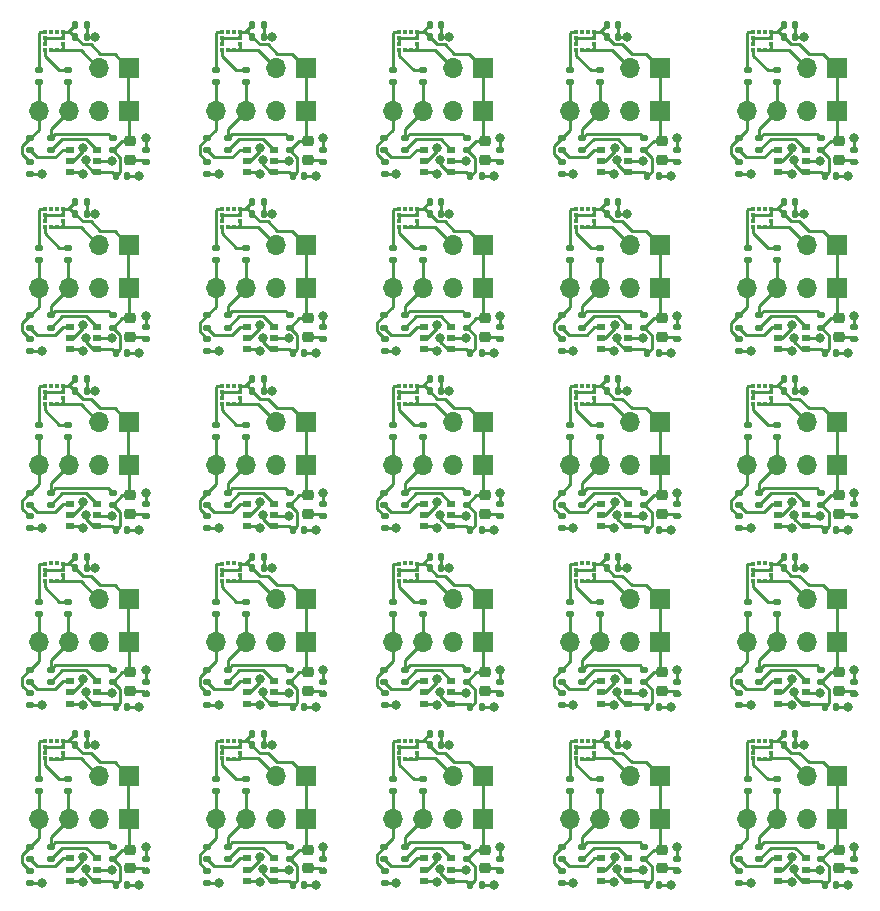
<source format=gbr>
%TF.GenerationSoftware,KiCad,Pcbnew,7.0.1*%
%TF.CreationDate,2025-01-26T23:07:24-05:00*%
%TF.ProjectId,TrackNodeAccel-panel,54726163-6b4e-46f6-9465-416363656c2d,rev?*%
%TF.SameCoordinates,Original*%
%TF.FileFunction,Copper,L1,Top*%
%TF.FilePolarity,Positive*%
%FSLAX46Y46*%
G04 Gerber Fmt 4.6, Leading zero omitted, Abs format (unit mm)*
G04 Created by KiCad (PCBNEW 7.0.1) date 2025-01-26 23:07:24*
%MOMM*%
%LPD*%
G01*
G04 APERTURE LIST*
G04 Aperture macros list*
%AMRoundRect*
0 Rectangle with rounded corners*
0 $1 Rounding radius*
0 $2 $3 $4 $5 $6 $7 $8 $9 X,Y pos of 4 corners*
0 Add a 4 corners polygon primitive as box body*
4,1,4,$2,$3,$4,$5,$6,$7,$8,$9,$2,$3,0*
0 Add four circle primitives for the rounded corners*
1,1,$1+$1,$2,$3*
1,1,$1+$1,$4,$5*
1,1,$1+$1,$6,$7*
1,1,$1+$1,$8,$9*
0 Add four rect primitives between the rounded corners*
20,1,$1+$1,$2,$3,$4,$5,0*
20,1,$1+$1,$4,$5,$6,$7,0*
20,1,$1+$1,$6,$7,$8,$9,0*
20,1,$1+$1,$8,$9,$2,$3,0*%
G04 Aperture macros list end*
%TA.AperFunction,SMDPad,CuDef*%
%ADD10RoundRect,0.135000X-0.185000X0.135000X-0.185000X-0.135000X0.185000X-0.135000X0.185000X0.135000X0*%
%TD*%
%TA.AperFunction,SMDPad,CuDef*%
%ADD11RoundRect,0.140000X0.140000X0.170000X-0.140000X0.170000X-0.140000X-0.170000X0.140000X-0.170000X0*%
%TD*%
%TA.AperFunction,SMDPad,CuDef*%
%ADD12RoundRect,0.218750X0.256250X-0.218750X0.256250X0.218750X-0.256250X0.218750X-0.256250X-0.218750X0*%
%TD*%
%TA.AperFunction,SMDPad,CuDef*%
%ADD13R,0.375000X0.350000*%
%TD*%
%TA.AperFunction,SMDPad,CuDef*%
%ADD14R,0.350000X0.375000*%
%TD*%
%TA.AperFunction,SMDPad,CuDef*%
%ADD15RoundRect,0.135000X0.185000X-0.135000X0.185000X0.135000X-0.185000X0.135000X-0.185000X-0.135000X0*%
%TD*%
%TA.AperFunction,SMDPad,CuDef*%
%ADD16R,0.700000X0.510000*%
%TD*%
%TA.AperFunction,ComponentPad*%
%ADD17R,1.700000X1.700000*%
%TD*%
%TA.AperFunction,ComponentPad*%
%ADD18O,1.700000X1.700000*%
%TD*%
%TA.AperFunction,ViaPad*%
%ADD19C,0.800000*%
%TD*%
%TA.AperFunction,Conductor*%
%ADD20C,0.250000*%
%TD*%
G04 APERTURE END LIST*
D10*
%TO.P,R2,1*%
%TO.N,Board_21-/SCL*%
X129000000Y-90990000D03*
%TO.P,R2,2*%
%TO.N,Board_21-Net-(U1-SCL)*%
X129000000Y-92010000D03*
%TD*%
%TO.P,R2,1*%
%TO.N,Board_24-/SCL*%
X174000000Y-90990000D03*
%TO.P,R2,2*%
%TO.N,Board_24-Net-(U1-SCL)*%
X174000000Y-92010000D03*
%TD*%
%TO.P,R2,1*%
%TO.N,Board_18-/SCL*%
X159000000Y-75990000D03*
%TO.P,R2,2*%
%TO.N,Board_18-Net-(U1-SCL)*%
X159000000Y-77010000D03*
%TD*%
%TO.P,R2,1*%
%TO.N,Board_23-/SCL*%
X159000000Y-90990000D03*
%TO.P,R2,2*%
%TO.N,Board_23-Net-(U1-SCL)*%
X159000000Y-92010000D03*
%TD*%
%TO.P,R2,1*%
%TO.N,Board_19-/SCL*%
X174000000Y-75990000D03*
%TO.P,R2,2*%
%TO.N,Board_19-Net-(U1-SCL)*%
X174000000Y-77010000D03*
%TD*%
%TO.P,R2,1*%
%TO.N,Board_20-/SCL*%
X114000000Y-90990000D03*
%TO.P,R2,2*%
%TO.N,Board_20-Net-(U1-SCL)*%
X114000000Y-92010000D03*
%TD*%
%TO.P,R2,1*%
%TO.N,Board_0-/SCL*%
X114000000Y-30990000D03*
%TO.P,R2,2*%
%TO.N,Board_0-Net-(U1-SCL)*%
X114000000Y-32010000D03*
%TD*%
%TO.P,R2,1*%
%TO.N,Board_22-/SCL*%
X144000000Y-90990000D03*
%TO.P,R2,2*%
%TO.N,Board_22-Net-(U1-SCL)*%
X144000000Y-92010000D03*
%TD*%
%TO.P,R2,1*%
%TO.N,Board_3-/SCL*%
X159000000Y-30990000D03*
%TO.P,R2,2*%
%TO.N,Board_3-Net-(U1-SCL)*%
X159000000Y-32010000D03*
%TD*%
%TO.P,R2,1*%
%TO.N,Board_6-/SCL*%
X129000000Y-45990000D03*
%TO.P,R2,2*%
%TO.N,Board_6-Net-(U1-SCL)*%
X129000000Y-47010000D03*
%TD*%
%TO.P,R2,1*%
%TO.N,Board_9-/SCL*%
X174000000Y-45990000D03*
%TO.P,R2,2*%
%TO.N,Board_9-Net-(U1-SCL)*%
X174000000Y-47010000D03*
%TD*%
%TO.P,R2,1*%
%TO.N,Board_11-/SCL*%
X129000000Y-60990000D03*
%TO.P,R2,2*%
%TO.N,Board_11-Net-(U1-SCL)*%
X129000000Y-62010000D03*
%TD*%
%TO.P,R2,1*%
%TO.N,Board_4-/SCL*%
X174000000Y-30990000D03*
%TO.P,R2,2*%
%TO.N,Board_4-Net-(U1-SCL)*%
X174000000Y-32010000D03*
%TD*%
%TO.P,R2,1*%
%TO.N,Board_2-/SCL*%
X144000000Y-30990000D03*
%TO.P,R2,2*%
%TO.N,Board_2-Net-(U1-SCL)*%
X144000000Y-32010000D03*
%TD*%
%TO.P,R2,1*%
%TO.N,Board_8-/SCL*%
X159000000Y-45990000D03*
%TO.P,R2,2*%
%TO.N,Board_8-Net-(U1-SCL)*%
X159000000Y-47010000D03*
%TD*%
%TO.P,R2,1*%
%TO.N,Board_16-/SCL*%
X129000000Y-75990000D03*
%TO.P,R2,2*%
%TO.N,Board_16-Net-(U1-SCL)*%
X129000000Y-77010000D03*
%TD*%
%TO.P,R2,1*%
%TO.N,Board_1-/SCL*%
X129000000Y-30990000D03*
%TO.P,R2,2*%
%TO.N,Board_1-Net-(U1-SCL)*%
X129000000Y-32010000D03*
%TD*%
%TO.P,R2,1*%
%TO.N,Board_15-/SCL*%
X114000000Y-75990000D03*
%TO.P,R2,2*%
%TO.N,Board_15-Net-(U1-SCL)*%
X114000000Y-77010000D03*
%TD*%
%TO.P,R2,1*%
%TO.N,Board_17-/SCL*%
X144000000Y-75990000D03*
%TO.P,R2,2*%
%TO.N,Board_17-Net-(U1-SCL)*%
X144000000Y-77010000D03*
%TD*%
%TO.P,R2,1*%
%TO.N,Board_5-/SCL*%
X114000000Y-45990000D03*
%TO.P,R2,2*%
%TO.N,Board_5-Net-(U1-SCL)*%
X114000000Y-47010000D03*
%TD*%
%TO.P,R2,1*%
%TO.N,Board_7-/SCL*%
X144000000Y-45990000D03*
%TO.P,R2,2*%
%TO.N,Board_7-Net-(U1-SCL)*%
X144000000Y-47010000D03*
%TD*%
%TO.P,R2,1*%
%TO.N,Board_10-/SCL*%
X114000000Y-60990000D03*
%TO.P,R2,2*%
%TO.N,Board_10-Net-(U1-SCL)*%
X114000000Y-62010000D03*
%TD*%
%TO.P,R2,1*%
%TO.N,Board_14-/SCL*%
X174000000Y-60990000D03*
%TO.P,R2,2*%
%TO.N,Board_14-Net-(U1-SCL)*%
X174000000Y-62010000D03*
%TD*%
%TO.P,R2,1*%
%TO.N,Board_12-/SCL*%
X144000000Y-60990000D03*
%TO.P,R2,2*%
%TO.N,Board_12-Net-(U1-SCL)*%
X144000000Y-62010000D03*
%TD*%
%TO.P,R2,1*%
%TO.N,Board_13-/SCL*%
X159000000Y-60990000D03*
%TO.P,R2,2*%
%TO.N,Board_13-Net-(U1-SCL)*%
X159000000Y-62010000D03*
%TD*%
D11*
%TO.P,C1,1*%
%TO.N,Board_19-GND*%
X182230000Y-79175000D03*
%TO.P,C1,2*%
%TO.N,Board_19-/VCC*%
X181270000Y-79175000D03*
%TD*%
%TO.P,C1,1*%
%TO.N,Board_20-GND*%
X122230000Y-94175000D03*
%TO.P,C1,2*%
%TO.N,Board_20-/VCC*%
X121270000Y-94175000D03*
%TD*%
%TO.P,C1,1*%
%TO.N,Board_18-GND*%
X167230000Y-79175000D03*
%TO.P,C1,2*%
%TO.N,Board_18-/VCC*%
X166270000Y-79175000D03*
%TD*%
%TO.P,C1,1*%
%TO.N,Board_17-GND*%
X152230000Y-79175000D03*
%TO.P,C1,2*%
%TO.N,Board_17-/VCC*%
X151270000Y-79175000D03*
%TD*%
%TO.P,C1,1*%
%TO.N,Board_8-GND*%
X167230000Y-49175000D03*
%TO.P,C1,2*%
%TO.N,Board_8-/VCC*%
X166270000Y-49175000D03*
%TD*%
%TO.P,C1,1*%
%TO.N,Board_4-GND*%
X182230000Y-34175000D03*
%TO.P,C1,2*%
%TO.N,Board_4-/VCC*%
X181270000Y-34175000D03*
%TD*%
%TO.P,C1,1*%
%TO.N,Board_22-GND*%
X152230000Y-94175000D03*
%TO.P,C1,2*%
%TO.N,Board_22-/VCC*%
X151270000Y-94175000D03*
%TD*%
%TO.P,C1,1*%
%TO.N,Board_21-GND*%
X137230000Y-94175000D03*
%TO.P,C1,2*%
%TO.N,Board_21-/VCC*%
X136270000Y-94175000D03*
%TD*%
%TO.P,C1,1*%
%TO.N,Board_0-GND*%
X122230000Y-34175000D03*
%TO.P,C1,2*%
%TO.N,Board_0-/VCC*%
X121270000Y-34175000D03*
%TD*%
%TO.P,C1,1*%
%TO.N,Board_24-GND*%
X182230000Y-94175000D03*
%TO.P,C1,2*%
%TO.N,Board_24-/VCC*%
X181270000Y-94175000D03*
%TD*%
%TO.P,C1,1*%
%TO.N,Board_1-GND*%
X137230000Y-34175000D03*
%TO.P,C1,2*%
%TO.N,Board_1-/VCC*%
X136270000Y-34175000D03*
%TD*%
%TO.P,C1,1*%
%TO.N,Board_23-GND*%
X167230000Y-94175000D03*
%TO.P,C1,2*%
%TO.N,Board_23-/VCC*%
X166270000Y-94175000D03*
%TD*%
%TO.P,C1,1*%
%TO.N,Board_15-GND*%
X122230000Y-79175000D03*
%TO.P,C1,2*%
%TO.N,Board_15-/VCC*%
X121270000Y-79175000D03*
%TD*%
%TO.P,C1,1*%
%TO.N,Board_16-GND*%
X137230000Y-79175000D03*
%TO.P,C1,2*%
%TO.N,Board_16-/VCC*%
X136270000Y-79175000D03*
%TD*%
%TO.P,C1,1*%
%TO.N,Board_2-GND*%
X152230000Y-34175000D03*
%TO.P,C1,2*%
%TO.N,Board_2-/VCC*%
X151270000Y-34175000D03*
%TD*%
%TO.P,C1,1*%
%TO.N,Board_3-GND*%
X167230000Y-34175000D03*
%TO.P,C1,2*%
%TO.N,Board_3-/VCC*%
X166270000Y-34175000D03*
%TD*%
%TO.P,C1,1*%
%TO.N,Board_5-GND*%
X122230000Y-49175000D03*
%TO.P,C1,2*%
%TO.N,Board_5-/VCC*%
X121270000Y-49175000D03*
%TD*%
%TO.P,C1,1*%
%TO.N,Board_9-GND*%
X182230000Y-49175000D03*
%TO.P,C1,2*%
%TO.N,Board_9-/VCC*%
X181270000Y-49175000D03*
%TD*%
%TO.P,C1,1*%
%TO.N,Board_13-GND*%
X167230000Y-64175000D03*
%TO.P,C1,2*%
%TO.N,Board_13-/VCC*%
X166270000Y-64175000D03*
%TD*%
%TO.P,C1,1*%
%TO.N,Board_14-GND*%
X182230000Y-64175000D03*
%TO.P,C1,2*%
%TO.N,Board_14-/VCC*%
X181270000Y-64175000D03*
%TD*%
%TO.P,C1,1*%
%TO.N,Board_6-GND*%
X137230000Y-49175000D03*
%TO.P,C1,2*%
%TO.N,Board_6-/VCC*%
X136270000Y-49175000D03*
%TD*%
%TO.P,C1,1*%
%TO.N,Board_11-GND*%
X137230000Y-64175000D03*
%TO.P,C1,2*%
%TO.N,Board_11-/VCC*%
X136270000Y-64175000D03*
%TD*%
%TO.P,C1,1*%
%TO.N,Board_10-GND*%
X122230000Y-64175000D03*
%TO.P,C1,2*%
%TO.N,Board_10-/VCC*%
X121270000Y-64175000D03*
%TD*%
%TO.P,C1,1*%
%TO.N,Board_12-GND*%
X152230000Y-64175000D03*
%TO.P,C1,2*%
%TO.N,Board_12-/VCC*%
X151270000Y-64175000D03*
%TD*%
%TO.P,C1,1*%
%TO.N,Board_7-GND*%
X152230000Y-49175000D03*
%TO.P,C1,2*%
%TO.N,Board_7-/VCC*%
X151270000Y-49175000D03*
%TD*%
%TO.P,C2,1*%
%TO.N,Board_20-GND*%
X118780000Y-82400000D03*
%TO.P,C2,2*%
%TO.N,Board_20-/VCC*%
X117820000Y-82400000D03*
%TD*%
%TO.P,C2,1*%
%TO.N,Board_18-GND*%
X163780000Y-67400000D03*
%TO.P,C2,2*%
%TO.N,Board_18-/VCC*%
X162820000Y-67400000D03*
%TD*%
%TO.P,C2,1*%
%TO.N,Board_19-GND*%
X178780000Y-67400000D03*
%TO.P,C2,2*%
%TO.N,Board_19-/VCC*%
X177820000Y-67400000D03*
%TD*%
%TO.P,C2,1*%
%TO.N,Board_15-GND*%
X118780000Y-67400000D03*
%TO.P,C2,2*%
%TO.N,Board_15-/VCC*%
X117820000Y-67400000D03*
%TD*%
%TO.P,C2,1*%
%TO.N,Board_2-GND*%
X148780000Y-22400000D03*
%TO.P,C2,2*%
%TO.N,Board_2-/VCC*%
X147820000Y-22400000D03*
%TD*%
%TO.P,C2,1*%
%TO.N,Board_3-GND*%
X163780000Y-22400000D03*
%TO.P,C2,2*%
%TO.N,Board_3-/VCC*%
X162820000Y-22400000D03*
%TD*%
%TO.P,C2,1*%
%TO.N,Board_5-GND*%
X118780000Y-37400000D03*
%TO.P,C2,2*%
%TO.N,Board_5-/VCC*%
X117820000Y-37400000D03*
%TD*%
%TO.P,C2,1*%
%TO.N,Board_22-GND*%
X148780000Y-82400000D03*
%TO.P,C2,2*%
%TO.N,Board_22-/VCC*%
X147820000Y-82400000D03*
%TD*%
%TO.P,C2,1*%
%TO.N,Board_21-GND*%
X133780000Y-82400000D03*
%TO.P,C2,2*%
%TO.N,Board_21-/VCC*%
X132820000Y-82400000D03*
%TD*%
%TO.P,C2,1*%
%TO.N,Board_23-GND*%
X163780000Y-82400000D03*
%TO.P,C2,2*%
%TO.N,Board_23-/VCC*%
X162820000Y-82400000D03*
%TD*%
%TO.P,C2,1*%
%TO.N,Board_16-GND*%
X133780000Y-67400000D03*
%TO.P,C2,2*%
%TO.N,Board_16-/VCC*%
X132820000Y-67400000D03*
%TD*%
%TO.P,C2,1*%
%TO.N,Board_1-GND*%
X133780000Y-22400000D03*
%TO.P,C2,2*%
%TO.N,Board_1-/VCC*%
X132820000Y-22400000D03*
%TD*%
%TO.P,C2,1*%
%TO.N,Board_24-GND*%
X178780000Y-82400000D03*
%TO.P,C2,2*%
%TO.N,Board_24-/VCC*%
X177820000Y-82400000D03*
%TD*%
%TO.P,C2,1*%
%TO.N,Board_0-GND*%
X118780000Y-22400000D03*
%TO.P,C2,2*%
%TO.N,Board_0-/VCC*%
X117820000Y-22400000D03*
%TD*%
%TO.P,C2,1*%
%TO.N,Board_17-GND*%
X148780000Y-67400000D03*
%TO.P,C2,2*%
%TO.N,Board_17-/VCC*%
X147820000Y-67400000D03*
%TD*%
%TO.P,C2,1*%
%TO.N,Board_8-GND*%
X163780000Y-37400000D03*
%TO.P,C2,2*%
%TO.N,Board_8-/VCC*%
X162820000Y-37400000D03*
%TD*%
%TO.P,C2,1*%
%TO.N,Board_4-GND*%
X178780000Y-22400000D03*
%TO.P,C2,2*%
%TO.N,Board_4-/VCC*%
X177820000Y-22400000D03*
%TD*%
%TO.P,C2,1*%
%TO.N,Board_9-GND*%
X178780000Y-37400000D03*
%TO.P,C2,2*%
%TO.N,Board_9-/VCC*%
X177820000Y-37400000D03*
%TD*%
%TO.P,C2,1*%
%TO.N,Board_7-GND*%
X148780000Y-37400000D03*
%TO.P,C2,2*%
%TO.N,Board_7-/VCC*%
X147820000Y-37400000D03*
%TD*%
%TO.P,C2,1*%
%TO.N,Board_11-GND*%
X133780000Y-52400000D03*
%TO.P,C2,2*%
%TO.N,Board_11-/VCC*%
X132820000Y-52400000D03*
%TD*%
%TO.P,C2,1*%
%TO.N,Board_6-GND*%
X133780000Y-37400000D03*
%TO.P,C2,2*%
%TO.N,Board_6-/VCC*%
X132820000Y-37400000D03*
%TD*%
%TO.P,C2,1*%
%TO.N,Board_10-GND*%
X118780000Y-52400000D03*
%TO.P,C2,2*%
%TO.N,Board_10-/VCC*%
X117820000Y-52400000D03*
%TD*%
%TO.P,C2,1*%
%TO.N,Board_12-GND*%
X148780000Y-52400000D03*
%TO.P,C2,2*%
%TO.N,Board_12-/VCC*%
X147820000Y-52400000D03*
%TD*%
%TO.P,C2,1*%
%TO.N,Board_14-GND*%
X178780000Y-52400000D03*
%TO.P,C2,2*%
%TO.N,Board_14-/VCC*%
X177820000Y-52400000D03*
%TD*%
%TO.P,C2,1*%
%TO.N,Board_13-GND*%
X163780000Y-52400000D03*
%TO.P,C2,2*%
%TO.N,Board_13-/VCC*%
X162820000Y-52400000D03*
%TD*%
D12*
%TO.P,D1,1,K*%
%TO.N,Board_20-Net-(D1-K)*%
X122500000Y-92787500D03*
%TO.P,D1,2,A*%
%TO.N,Board_20-/VCC*%
X122500000Y-91212500D03*
%TD*%
%TO.P,D1,1,K*%
%TO.N,Board_23-Net-(D1-K)*%
X167500000Y-92787500D03*
%TO.P,D1,2,A*%
%TO.N,Board_23-/VCC*%
X167500000Y-91212500D03*
%TD*%
%TO.P,D1,1,K*%
%TO.N,Board_19-Net-(D1-K)*%
X182500000Y-77787500D03*
%TO.P,D1,2,A*%
%TO.N,Board_19-/VCC*%
X182500000Y-76212500D03*
%TD*%
%TO.P,D1,1,K*%
%TO.N,Board_21-Net-(D1-K)*%
X137500000Y-92787500D03*
%TO.P,D1,2,A*%
%TO.N,Board_21-/VCC*%
X137500000Y-91212500D03*
%TD*%
%TO.P,D1,1,K*%
%TO.N,Board_24-Net-(D1-K)*%
X182500000Y-92787500D03*
%TO.P,D1,2,A*%
%TO.N,Board_24-/VCC*%
X182500000Y-91212500D03*
%TD*%
%TO.P,D1,1,K*%
%TO.N,Board_22-Net-(D1-K)*%
X152500000Y-92787500D03*
%TO.P,D1,2,A*%
%TO.N,Board_22-/VCC*%
X152500000Y-91212500D03*
%TD*%
%TO.P,D1,1,K*%
%TO.N,Board_8-Net-(D1-K)*%
X167500000Y-47787500D03*
%TO.P,D1,2,A*%
%TO.N,Board_8-/VCC*%
X167500000Y-46212500D03*
%TD*%
%TO.P,D1,1,K*%
%TO.N,Board_4-Net-(D1-K)*%
X182500000Y-32787500D03*
%TO.P,D1,2,A*%
%TO.N,Board_4-/VCC*%
X182500000Y-31212500D03*
%TD*%
%TO.P,D1,1,K*%
%TO.N,Board_2-Net-(D1-K)*%
X152500000Y-32787500D03*
%TO.P,D1,2,A*%
%TO.N,Board_2-/VCC*%
X152500000Y-31212500D03*
%TD*%
%TO.P,D1,1,K*%
%TO.N,Board_18-Net-(D1-K)*%
X167500000Y-77787500D03*
%TO.P,D1,2,A*%
%TO.N,Board_18-/VCC*%
X167500000Y-76212500D03*
%TD*%
%TO.P,D1,1,K*%
%TO.N,Board_1-Net-(D1-K)*%
X137500000Y-32787500D03*
%TO.P,D1,2,A*%
%TO.N,Board_1-/VCC*%
X137500000Y-31212500D03*
%TD*%
%TO.P,D1,1,K*%
%TO.N,Board_0-Net-(D1-K)*%
X122500000Y-32787500D03*
%TO.P,D1,2,A*%
%TO.N,Board_0-/VCC*%
X122500000Y-31212500D03*
%TD*%
%TO.P,D1,1,K*%
%TO.N,Board_15-Net-(D1-K)*%
X122500000Y-77787500D03*
%TO.P,D1,2,A*%
%TO.N,Board_15-/VCC*%
X122500000Y-76212500D03*
%TD*%
%TO.P,D1,1,K*%
%TO.N,Board_16-Net-(D1-K)*%
X137500000Y-77787500D03*
%TO.P,D1,2,A*%
%TO.N,Board_16-/VCC*%
X137500000Y-76212500D03*
%TD*%
%TO.P,D1,1,K*%
%TO.N,Board_17-Net-(D1-K)*%
X152500000Y-77787500D03*
%TO.P,D1,2,A*%
%TO.N,Board_17-/VCC*%
X152500000Y-76212500D03*
%TD*%
%TO.P,D1,1,K*%
%TO.N,Board_3-Net-(D1-K)*%
X167500000Y-32787500D03*
%TO.P,D1,2,A*%
%TO.N,Board_3-/VCC*%
X167500000Y-31212500D03*
%TD*%
%TO.P,D1,1,K*%
%TO.N,Board_12-Net-(D1-K)*%
X152500000Y-62787500D03*
%TO.P,D1,2,A*%
%TO.N,Board_12-/VCC*%
X152500000Y-61212500D03*
%TD*%
%TO.P,D1,1,K*%
%TO.N,Board_10-Net-(D1-K)*%
X122500000Y-62787500D03*
%TO.P,D1,2,A*%
%TO.N,Board_10-/VCC*%
X122500000Y-61212500D03*
%TD*%
%TO.P,D1,1,K*%
%TO.N,Board_11-Net-(D1-K)*%
X137500000Y-62787500D03*
%TO.P,D1,2,A*%
%TO.N,Board_11-/VCC*%
X137500000Y-61212500D03*
%TD*%
%TO.P,D1,1,K*%
%TO.N,Board_14-Net-(D1-K)*%
X182500000Y-62787500D03*
%TO.P,D1,2,A*%
%TO.N,Board_14-/VCC*%
X182500000Y-61212500D03*
%TD*%
%TO.P,D1,1,K*%
%TO.N,Board_5-Net-(D1-K)*%
X122500000Y-47787500D03*
%TO.P,D1,2,A*%
%TO.N,Board_5-/VCC*%
X122500000Y-46212500D03*
%TD*%
%TO.P,D1,1,K*%
%TO.N,Board_6-Net-(D1-K)*%
X137500000Y-47787500D03*
%TO.P,D1,2,A*%
%TO.N,Board_6-/VCC*%
X137500000Y-46212500D03*
%TD*%
%TO.P,D1,1,K*%
%TO.N,Board_7-Net-(D1-K)*%
X152500000Y-47787500D03*
%TO.P,D1,2,A*%
%TO.N,Board_7-/VCC*%
X152500000Y-46212500D03*
%TD*%
%TO.P,D1,1,K*%
%TO.N,Board_9-Net-(D1-K)*%
X182500000Y-47787500D03*
%TO.P,D1,2,A*%
%TO.N,Board_9-/VCC*%
X182500000Y-46212500D03*
%TD*%
%TO.P,D1,1,K*%
%TO.N,Board_13-Net-(D1-K)*%
X167500000Y-62787500D03*
%TO.P,D1,2,A*%
%TO.N,Board_13-/VCC*%
X167500000Y-61212500D03*
%TD*%
D13*
%TO.P,U2,1,SCL/SPC*%
%TO.N,Board_14-Net-(U2-SCL{slash}SPC)*%
X175237500Y-52000000D03*
%TO.P,U2,2,~{CS}*%
%TO.N,Board_14-/VCC*%
X175237500Y-52500000D03*
%TO.P,U2,3,SDO/SA0*%
X175237500Y-53000000D03*
%TO.P,U2,4,SDA/SDI/SDO*%
%TO.N,Board_14-Net-(U2-SDA{slash}SDI{slash}SDO)*%
X175237500Y-53500000D03*
D14*
%TO.P,U2,5,NC*%
%TO.N,Board_14-GND*%
X175750000Y-53512500D03*
%TO.P,U2,6,GND*%
X176250000Y-53512500D03*
D13*
%TO.P,U2,7,RES*%
X176762500Y-53500000D03*
%TO.P,U2,8,GND*%
X176762500Y-53000000D03*
%TO.P,U2,9,Vdd*%
%TO.N,Board_14-/VCC*%
X176762500Y-52500000D03*
%TO.P,U2,10,Vdd_IO*%
X176762500Y-52000000D03*
D14*
%TO.P,U2,11,INT2*%
%TO.N,Board_14-unconnected-(U2-INT2-Pad11)*%
X176250000Y-51987500D03*
%TO.P,U2,12,INT1*%
%TO.N,Board_14-unconnected-(U2-INT1-Pad12)*%
X175750000Y-51987500D03*
%TD*%
D13*
%TO.P,U2,1,SCL/SPC*%
%TO.N,Board_12-Net-(U2-SCL{slash}SPC)*%
X145237500Y-52000000D03*
%TO.P,U2,2,~{CS}*%
%TO.N,Board_12-/VCC*%
X145237500Y-52500000D03*
%TO.P,U2,3,SDO/SA0*%
X145237500Y-53000000D03*
%TO.P,U2,4,SDA/SDI/SDO*%
%TO.N,Board_12-Net-(U2-SDA{slash}SDI{slash}SDO)*%
X145237500Y-53500000D03*
D14*
%TO.P,U2,5,NC*%
%TO.N,Board_12-GND*%
X145750000Y-53512500D03*
%TO.P,U2,6,GND*%
X146250000Y-53512500D03*
D13*
%TO.P,U2,7,RES*%
X146762500Y-53500000D03*
%TO.P,U2,8,GND*%
X146762500Y-53000000D03*
%TO.P,U2,9,Vdd*%
%TO.N,Board_12-/VCC*%
X146762500Y-52500000D03*
%TO.P,U2,10,Vdd_IO*%
X146762500Y-52000000D03*
D14*
%TO.P,U2,11,INT2*%
%TO.N,Board_12-unconnected-(U2-INT2-Pad11)*%
X146250000Y-51987500D03*
%TO.P,U2,12,INT1*%
%TO.N,Board_12-unconnected-(U2-INT1-Pad12)*%
X145750000Y-51987500D03*
%TD*%
D13*
%TO.P,U2,1,SCL/SPC*%
%TO.N,Board_13-Net-(U2-SCL{slash}SPC)*%
X160237500Y-52000000D03*
%TO.P,U2,2,~{CS}*%
%TO.N,Board_13-/VCC*%
X160237500Y-52500000D03*
%TO.P,U2,3,SDO/SA0*%
X160237500Y-53000000D03*
%TO.P,U2,4,SDA/SDI/SDO*%
%TO.N,Board_13-Net-(U2-SDA{slash}SDI{slash}SDO)*%
X160237500Y-53500000D03*
D14*
%TO.P,U2,5,NC*%
%TO.N,Board_13-GND*%
X160750000Y-53512500D03*
%TO.P,U2,6,GND*%
X161250000Y-53512500D03*
D13*
%TO.P,U2,7,RES*%
X161762500Y-53500000D03*
%TO.P,U2,8,GND*%
X161762500Y-53000000D03*
%TO.P,U2,9,Vdd*%
%TO.N,Board_13-/VCC*%
X161762500Y-52500000D03*
%TO.P,U2,10,Vdd_IO*%
X161762500Y-52000000D03*
D14*
%TO.P,U2,11,INT2*%
%TO.N,Board_13-unconnected-(U2-INT2-Pad11)*%
X161250000Y-51987500D03*
%TO.P,U2,12,INT1*%
%TO.N,Board_13-unconnected-(U2-INT1-Pad12)*%
X160750000Y-51987500D03*
%TD*%
D13*
%TO.P,U2,1,SCL/SPC*%
%TO.N,Board_10-Net-(U2-SCL{slash}SPC)*%
X115237500Y-52000000D03*
%TO.P,U2,2,~{CS}*%
%TO.N,Board_10-/VCC*%
X115237500Y-52500000D03*
%TO.P,U2,3,SDO/SA0*%
X115237500Y-53000000D03*
%TO.P,U2,4,SDA/SDI/SDO*%
%TO.N,Board_10-Net-(U2-SDA{slash}SDI{slash}SDO)*%
X115237500Y-53500000D03*
D14*
%TO.P,U2,5,NC*%
%TO.N,Board_10-GND*%
X115750000Y-53512500D03*
%TO.P,U2,6,GND*%
X116250000Y-53512500D03*
D13*
%TO.P,U2,7,RES*%
X116762500Y-53500000D03*
%TO.P,U2,8,GND*%
X116762500Y-53000000D03*
%TO.P,U2,9,Vdd*%
%TO.N,Board_10-/VCC*%
X116762500Y-52500000D03*
%TO.P,U2,10,Vdd_IO*%
X116762500Y-52000000D03*
D14*
%TO.P,U2,11,INT2*%
%TO.N,Board_10-unconnected-(U2-INT2-Pad11)*%
X116250000Y-51987500D03*
%TO.P,U2,12,INT1*%
%TO.N,Board_10-unconnected-(U2-INT1-Pad12)*%
X115750000Y-51987500D03*
%TD*%
D13*
%TO.P,U2,1,SCL/SPC*%
%TO.N,Board_11-Net-(U2-SCL{slash}SPC)*%
X130237500Y-52000000D03*
%TO.P,U2,2,~{CS}*%
%TO.N,Board_11-/VCC*%
X130237500Y-52500000D03*
%TO.P,U2,3,SDO/SA0*%
X130237500Y-53000000D03*
%TO.P,U2,4,SDA/SDI/SDO*%
%TO.N,Board_11-Net-(U2-SDA{slash}SDI{slash}SDO)*%
X130237500Y-53500000D03*
D14*
%TO.P,U2,5,NC*%
%TO.N,Board_11-GND*%
X130750000Y-53512500D03*
%TO.P,U2,6,GND*%
X131250000Y-53512500D03*
D13*
%TO.P,U2,7,RES*%
X131762500Y-53500000D03*
%TO.P,U2,8,GND*%
X131762500Y-53000000D03*
%TO.P,U2,9,Vdd*%
%TO.N,Board_11-/VCC*%
X131762500Y-52500000D03*
%TO.P,U2,10,Vdd_IO*%
X131762500Y-52000000D03*
D14*
%TO.P,U2,11,INT2*%
%TO.N,Board_11-unconnected-(U2-INT2-Pad11)*%
X131250000Y-51987500D03*
%TO.P,U2,12,INT1*%
%TO.N,Board_11-unconnected-(U2-INT1-Pad12)*%
X130750000Y-51987500D03*
%TD*%
D13*
%TO.P,U2,1,SCL/SPC*%
%TO.N,Board_18-Net-(U2-SCL{slash}SPC)*%
X160237500Y-67000000D03*
%TO.P,U2,2,~{CS}*%
%TO.N,Board_18-/VCC*%
X160237500Y-67500000D03*
%TO.P,U2,3,SDO/SA0*%
X160237500Y-68000000D03*
%TO.P,U2,4,SDA/SDI/SDO*%
%TO.N,Board_18-Net-(U2-SDA{slash}SDI{slash}SDO)*%
X160237500Y-68500000D03*
D14*
%TO.P,U2,5,NC*%
%TO.N,Board_18-GND*%
X160750000Y-68512500D03*
%TO.P,U2,6,GND*%
X161250000Y-68512500D03*
D13*
%TO.P,U2,7,RES*%
X161762500Y-68500000D03*
%TO.P,U2,8,GND*%
X161762500Y-68000000D03*
%TO.P,U2,9,Vdd*%
%TO.N,Board_18-/VCC*%
X161762500Y-67500000D03*
%TO.P,U2,10,Vdd_IO*%
X161762500Y-67000000D03*
D14*
%TO.P,U2,11,INT2*%
%TO.N,Board_18-unconnected-(U2-INT2-Pad11)*%
X161250000Y-66987500D03*
%TO.P,U2,12,INT1*%
%TO.N,Board_18-unconnected-(U2-INT1-Pad12)*%
X160750000Y-66987500D03*
%TD*%
D13*
%TO.P,U2,1,SCL/SPC*%
%TO.N,Board_21-Net-(U2-SCL{slash}SPC)*%
X130237500Y-82000000D03*
%TO.P,U2,2,~{CS}*%
%TO.N,Board_21-/VCC*%
X130237500Y-82500000D03*
%TO.P,U2,3,SDO/SA0*%
X130237500Y-83000000D03*
%TO.P,U2,4,SDA/SDI/SDO*%
%TO.N,Board_21-Net-(U2-SDA{slash}SDI{slash}SDO)*%
X130237500Y-83500000D03*
D14*
%TO.P,U2,5,NC*%
%TO.N,Board_21-GND*%
X130750000Y-83512500D03*
%TO.P,U2,6,GND*%
X131250000Y-83512500D03*
D13*
%TO.P,U2,7,RES*%
X131762500Y-83500000D03*
%TO.P,U2,8,GND*%
X131762500Y-83000000D03*
%TO.P,U2,9,Vdd*%
%TO.N,Board_21-/VCC*%
X131762500Y-82500000D03*
%TO.P,U2,10,Vdd_IO*%
X131762500Y-82000000D03*
D14*
%TO.P,U2,11,INT2*%
%TO.N,Board_21-unconnected-(U2-INT2-Pad11)*%
X131250000Y-81987500D03*
%TO.P,U2,12,INT1*%
%TO.N,Board_21-unconnected-(U2-INT1-Pad12)*%
X130750000Y-81987500D03*
%TD*%
D13*
%TO.P,U2,1,SCL/SPC*%
%TO.N,Board_19-Net-(U2-SCL{slash}SPC)*%
X175237500Y-67000000D03*
%TO.P,U2,2,~{CS}*%
%TO.N,Board_19-/VCC*%
X175237500Y-67500000D03*
%TO.P,U2,3,SDO/SA0*%
X175237500Y-68000000D03*
%TO.P,U2,4,SDA/SDI/SDO*%
%TO.N,Board_19-Net-(U2-SDA{slash}SDI{slash}SDO)*%
X175237500Y-68500000D03*
D14*
%TO.P,U2,5,NC*%
%TO.N,Board_19-GND*%
X175750000Y-68512500D03*
%TO.P,U2,6,GND*%
X176250000Y-68512500D03*
D13*
%TO.P,U2,7,RES*%
X176762500Y-68500000D03*
%TO.P,U2,8,GND*%
X176762500Y-68000000D03*
%TO.P,U2,9,Vdd*%
%TO.N,Board_19-/VCC*%
X176762500Y-67500000D03*
%TO.P,U2,10,Vdd_IO*%
X176762500Y-67000000D03*
D14*
%TO.P,U2,11,INT2*%
%TO.N,Board_19-unconnected-(U2-INT2-Pad11)*%
X176250000Y-66987500D03*
%TO.P,U2,12,INT1*%
%TO.N,Board_19-unconnected-(U2-INT1-Pad12)*%
X175750000Y-66987500D03*
%TD*%
D13*
%TO.P,U2,1,SCL/SPC*%
%TO.N,Board_20-Net-(U2-SCL{slash}SPC)*%
X115237500Y-82000000D03*
%TO.P,U2,2,~{CS}*%
%TO.N,Board_20-/VCC*%
X115237500Y-82500000D03*
%TO.P,U2,3,SDO/SA0*%
X115237500Y-83000000D03*
%TO.P,U2,4,SDA/SDI/SDO*%
%TO.N,Board_20-Net-(U2-SDA{slash}SDI{slash}SDO)*%
X115237500Y-83500000D03*
D14*
%TO.P,U2,5,NC*%
%TO.N,Board_20-GND*%
X115750000Y-83512500D03*
%TO.P,U2,6,GND*%
X116250000Y-83512500D03*
D13*
%TO.P,U2,7,RES*%
X116762500Y-83500000D03*
%TO.P,U2,8,GND*%
X116762500Y-83000000D03*
%TO.P,U2,9,Vdd*%
%TO.N,Board_20-/VCC*%
X116762500Y-82500000D03*
%TO.P,U2,10,Vdd_IO*%
X116762500Y-82000000D03*
D14*
%TO.P,U2,11,INT2*%
%TO.N,Board_20-unconnected-(U2-INT2-Pad11)*%
X116250000Y-81987500D03*
%TO.P,U2,12,INT1*%
%TO.N,Board_20-unconnected-(U2-INT1-Pad12)*%
X115750000Y-81987500D03*
%TD*%
D13*
%TO.P,U2,1,SCL/SPC*%
%TO.N,Board_15-Net-(U2-SCL{slash}SPC)*%
X115237500Y-67000000D03*
%TO.P,U2,2,~{CS}*%
%TO.N,Board_15-/VCC*%
X115237500Y-67500000D03*
%TO.P,U2,3,SDO/SA0*%
X115237500Y-68000000D03*
%TO.P,U2,4,SDA/SDI/SDO*%
%TO.N,Board_15-Net-(U2-SDA{slash}SDI{slash}SDO)*%
X115237500Y-68500000D03*
D14*
%TO.P,U2,5,NC*%
%TO.N,Board_15-GND*%
X115750000Y-68512500D03*
%TO.P,U2,6,GND*%
X116250000Y-68512500D03*
D13*
%TO.P,U2,7,RES*%
X116762500Y-68500000D03*
%TO.P,U2,8,GND*%
X116762500Y-68000000D03*
%TO.P,U2,9,Vdd*%
%TO.N,Board_15-/VCC*%
X116762500Y-67500000D03*
%TO.P,U2,10,Vdd_IO*%
X116762500Y-67000000D03*
D14*
%TO.P,U2,11,INT2*%
%TO.N,Board_15-unconnected-(U2-INT2-Pad11)*%
X116250000Y-66987500D03*
%TO.P,U2,12,INT1*%
%TO.N,Board_15-unconnected-(U2-INT1-Pad12)*%
X115750000Y-66987500D03*
%TD*%
D13*
%TO.P,U2,1,SCL/SPC*%
%TO.N,Board_1-Net-(U2-SCL{slash}SPC)*%
X130237500Y-22000000D03*
%TO.P,U2,2,~{CS}*%
%TO.N,Board_1-/VCC*%
X130237500Y-22500000D03*
%TO.P,U2,3,SDO/SA0*%
X130237500Y-23000000D03*
%TO.P,U2,4,SDA/SDI/SDO*%
%TO.N,Board_1-Net-(U2-SDA{slash}SDI{slash}SDO)*%
X130237500Y-23500000D03*
D14*
%TO.P,U2,5,NC*%
%TO.N,Board_1-GND*%
X130750000Y-23512500D03*
%TO.P,U2,6,GND*%
X131250000Y-23512500D03*
D13*
%TO.P,U2,7,RES*%
X131762500Y-23500000D03*
%TO.P,U2,8,GND*%
X131762500Y-23000000D03*
%TO.P,U2,9,Vdd*%
%TO.N,Board_1-/VCC*%
X131762500Y-22500000D03*
%TO.P,U2,10,Vdd_IO*%
X131762500Y-22000000D03*
D14*
%TO.P,U2,11,INT2*%
%TO.N,Board_1-unconnected-(U2-INT2-Pad11)*%
X131250000Y-21987500D03*
%TO.P,U2,12,INT1*%
%TO.N,Board_1-unconnected-(U2-INT1-Pad12)*%
X130750000Y-21987500D03*
%TD*%
D13*
%TO.P,U2,1,SCL/SPC*%
%TO.N,Board_8-Net-(U2-SCL{slash}SPC)*%
X160237500Y-37000000D03*
%TO.P,U2,2,~{CS}*%
%TO.N,Board_8-/VCC*%
X160237500Y-37500000D03*
%TO.P,U2,3,SDO/SA0*%
X160237500Y-38000000D03*
%TO.P,U2,4,SDA/SDI/SDO*%
%TO.N,Board_8-Net-(U2-SDA{slash}SDI{slash}SDO)*%
X160237500Y-38500000D03*
D14*
%TO.P,U2,5,NC*%
%TO.N,Board_8-GND*%
X160750000Y-38512500D03*
%TO.P,U2,6,GND*%
X161250000Y-38512500D03*
D13*
%TO.P,U2,7,RES*%
X161762500Y-38500000D03*
%TO.P,U2,8,GND*%
X161762500Y-38000000D03*
%TO.P,U2,9,Vdd*%
%TO.N,Board_8-/VCC*%
X161762500Y-37500000D03*
%TO.P,U2,10,Vdd_IO*%
X161762500Y-37000000D03*
D14*
%TO.P,U2,11,INT2*%
%TO.N,Board_8-unconnected-(U2-INT2-Pad11)*%
X161250000Y-36987500D03*
%TO.P,U2,12,INT1*%
%TO.N,Board_8-unconnected-(U2-INT1-Pad12)*%
X160750000Y-36987500D03*
%TD*%
D13*
%TO.P,U2,1,SCL/SPC*%
%TO.N,Board_17-Net-(U2-SCL{slash}SPC)*%
X145237500Y-67000000D03*
%TO.P,U2,2,~{CS}*%
%TO.N,Board_17-/VCC*%
X145237500Y-67500000D03*
%TO.P,U2,3,SDO/SA0*%
X145237500Y-68000000D03*
%TO.P,U2,4,SDA/SDI/SDO*%
%TO.N,Board_17-Net-(U2-SDA{slash}SDI{slash}SDO)*%
X145237500Y-68500000D03*
D14*
%TO.P,U2,5,NC*%
%TO.N,Board_17-GND*%
X145750000Y-68512500D03*
%TO.P,U2,6,GND*%
X146250000Y-68512500D03*
D13*
%TO.P,U2,7,RES*%
X146762500Y-68500000D03*
%TO.P,U2,8,GND*%
X146762500Y-68000000D03*
%TO.P,U2,9,Vdd*%
%TO.N,Board_17-/VCC*%
X146762500Y-67500000D03*
%TO.P,U2,10,Vdd_IO*%
X146762500Y-67000000D03*
D14*
%TO.P,U2,11,INT2*%
%TO.N,Board_17-unconnected-(U2-INT2-Pad11)*%
X146250000Y-66987500D03*
%TO.P,U2,12,INT1*%
%TO.N,Board_17-unconnected-(U2-INT1-Pad12)*%
X145750000Y-66987500D03*
%TD*%
D13*
%TO.P,U2,1,SCL/SPC*%
%TO.N,Board_7-Net-(U2-SCL{slash}SPC)*%
X145237500Y-37000000D03*
%TO.P,U2,2,~{CS}*%
%TO.N,Board_7-/VCC*%
X145237500Y-37500000D03*
%TO.P,U2,3,SDO/SA0*%
X145237500Y-38000000D03*
%TO.P,U2,4,SDA/SDI/SDO*%
%TO.N,Board_7-Net-(U2-SDA{slash}SDI{slash}SDO)*%
X145237500Y-38500000D03*
D14*
%TO.P,U2,5,NC*%
%TO.N,Board_7-GND*%
X145750000Y-38512500D03*
%TO.P,U2,6,GND*%
X146250000Y-38512500D03*
D13*
%TO.P,U2,7,RES*%
X146762500Y-38500000D03*
%TO.P,U2,8,GND*%
X146762500Y-38000000D03*
%TO.P,U2,9,Vdd*%
%TO.N,Board_7-/VCC*%
X146762500Y-37500000D03*
%TO.P,U2,10,Vdd_IO*%
X146762500Y-37000000D03*
D14*
%TO.P,U2,11,INT2*%
%TO.N,Board_7-unconnected-(U2-INT2-Pad11)*%
X146250000Y-36987500D03*
%TO.P,U2,12,INT1*%
%TO.N,Board_7-unconnected-(U2-INT1-Pad12)*%
X145750000Y-36987500D03*
%TD*%
D13*
%TO.P,U2,1,SCL/SPC*%
%TO.N,Board_23-Net-(U2-SCL{slash}SPC)*%
X160237500Y-82000000D03*
%TO.P,U2,2,~{CS}*%
%TO.N,Board_23-/VCC*%
X160237500Y-82500000D03*
%TO.P,U2,3,SDO/SA0*%
X160237500Y-83000000D03*
%TO.P,U2,4,SDA/SDI/SDO*%
%TO.N,Board_23-Net-(U2-SDA{slash}SDI{slash}SDO)*%
X160237500Y-83500000D03*
D14*
%TO.P,U2,5,NC*%
%TO.N,Board_23-GND*%
X160750000Y-83512500D03*
%TO.P,U2,6,GND*%
X161250000Y-83512500D03*
D13*
%TO.P,U2,7,RES*%
X161762500Y-83500000D03*
%TO.P,U2,8,GND*%
X161762500Y-83000000D03*
%TO.P,U2,9,Vdd*%
%TO.N,Board_23-/VCC*%
X161762500Y-82500000D03*
%TO.P,U2,10,Vdd_IO*%
X161762500Y-82000000D03*
D14*
%TO.P,U2,11,INT2*%
%TO.N,Board_23-unconnected-(U2-INT2-Pad11)*%
X161250000Y-81987500D03*
%TO.P,U2,12,INT1*%
%TO.N,Board_23-unconnected-(U2-INT1-Pad12)*%
X160750000Y-81987500D03*
%TD*%
D13*
%TO.P,U2,1,SCL/SPC*%
%TO.N,Board_24-Net-(U2-SCL{slash}SPC)*%
X175237500Y-82000000D03*
%TO.P,U2,2,~{CS}*%
%TO.N,Board_24-/VCC*%
X175237500Y-82500000D03*
%TO.P,U2,3,SDO/SA0*%
X175237500Y-83000000D03*
%TO.P,U2,4,SDA/SDI/SDO*%
%TO.N,Board_24-Net-(U2-SDA{slash}SDI{slash}SDO)*%
X175237500Y-83500000D03*
D14*
%TO.P,U2,5,NC*%
%TO.N,Board_24-GND*%
X175750000Y-83512500D03*
%TO.P,U2,6,GND*%
X176250000Y-83512500D03*
D13*
%TO.P,U2,7,RES*%
X176762500Y-83500000D03*
%TO.P,U2,8,GND*%
X176762500Y-83000000D03*
%TO.P,U2,9,Vdd*%
%TO.N,Board_24-/VCC*%
X176762500Y-82500000D03*
%TO.P,U2,10,Vdd_IO*%
X176762500Y-82000000D03*
D14*
%TO.P,U2,11,INT2*%
%TO.N,Board_24-unconnected-(U2-INT2-Pad11)*%
X176250000Y-81987500D03*
%TO.P,U2,12,INT1*%
%TO.N,Board_24-unconnected-(U2-INT1-Pad12)*%
X175750000Y-81987500D03*
%TD*%
D13*
%TO.P,U2,1,SCL/SPC*%
%TO.N,Board_0-Net-(U2-SCL{slash}SPC)*%
X115237500Y-22000000D03*
%TO.P,U2,2,~{CS}*%
%TO.N,Board_0-/VCC*%
X115237500Y-22500000D03*
%TO.P,U2,3,SDO/SA0*%
X115237500Y-23000000D03*
%TO.P,U2,4,SDA/SDI/SDO*%
%TO.N,Board_0-Net-(U2-SDA{slash}SDI{slash}SDO)*%
X115237500Y-23500000D03*
D14*
%TO.P,U2,5,NC*%
%TO.N,Board_0-GND*%
X115750000Y-23512500D03*
%TO.P,U2,6,GND*%
X116250000Y-23512500D03*
D13*
%TO.P,U2,7,RES*%
X116762500Y-23500000D03*
%TO.P,U2,8,GND*%
X116762500Y-23000000D03*
%TO.P,U2,9,Vdd*%
%TO.N,Board_0-/VCC*%
X116762500Y-22500000D03*
%TO.P,U2,10,Vdd_IO*%
X116762500Y-22000000D03*
D14*
%TO.P,U2,11,INT2*%
%TO.N,Board_0-unconnected-(U2-INT2-Pad11)*%
X116250000Y-21987500D03*
%TO.P,U2,12,INT1*%
%TO.N,Board_0-unconnected-(U2-INT1-Pad12)*%
X115750000Y-21987500D03*
%TD*%
D13*
%TO.P,U2,1,SCL/SPC*%
%TO.N,Board_22-Net-(U2-SCL{slash}SPC)*%
X145237500Y-82000000D03*
%TO.P,U2,2,~{CS}*%
%TO.N,Board_22-/VCC*%
X145237500Y-82500000D03*
%TO.P,U2,3,SDO/SA0*%
X145237500Y-83000000D03*
%TO.P,U2,4,SDA/SDI/SDO*%
%TO.N,Board_22-Net-(U2-SDA{slash}SDI{slash}SDO)*%
X145237500Y-83500000D03*
D14*
%TO.P,U2,5,NC*%
%TO.N,Board_22-GND*%
X145750000Y-83512500D03*
%TO.P,U2,6,GND*%
X146250000Y-83512500D03*
D13*
%TO.P,U2,7,RES*%
X146762500Y-83500000D03*
%TO.P,U2,8,GND*%
X146762500Y-83000000D03*
%TO.P,U2,9,Vdd*%
%TO.N,Board_22-/VCC*%
X146762500Y-82500000D03*
%TO.P,U2,10,Vdd_IO*%
X146762500Y-82000000D03*
D14*
%TO.P,U2,11,INT2*%
%TO.N,Board_22-unconnected-(U2-INT2-Pad11)*%
X146250000Y-81987500D03*
%TO.P,U2,12,INT1*%
%TO.N,Board_22-unconnected-(U2-INT1-Pad12)*%
X145750000Y-81987500D03*
%TD*%
D13*
%TO.P,U2,1,SCL/SPC*%
%TO.N,Board_16-Net-(U2-SCL{slash}SPC)*%
X130237500Y-67000000D03*
%TO.P,U2,2,~{CS}*%
%TO.N,Board_16-/VCC*%
X130237500Y-67500000D03*
%TO.P,U2,3,SDO/SA0*%
X130237500Y-68000000D03*
%TO.P,U2,4,SDA/SDI/SDO*%
%TO.N,Board_16-Net-(U2-SDA{slash}SDI{slash}SDO)*%
X130237500Y-68500000D03*
D14*
%TO.P,U2,5,NC*%
%TO.N,Board_16-GND*%
X130750000Y-68512500D03*
%TO.P,U2,6,GND*%
X131250000Y-68512500D03*
D13*
%TO.P,U2,7,RES*%
X131762500Y-68500000D03*
%TO.P,U2,8,GND*%
X131762500Y-68000000D03*
%TO.P,U2,9,Vdd*%
%TO.N,Board_16-/VCC*%
X131762500Y-67500000D03*
%TO.P,U2,10,Vdd_IO*%
X131762500Y-67000000D03*
D14*
%TO.P,U2,11,INT2*%
%TO.N,Board_16-unconnected-(U2-INT2-Pad11)*%
X131250000Y-66987500D03*
%TO.P,U2,12,INT1*%
%TO.N,Board_16-unconnected-(U2-INT1-Pad12)*%
X130750000Y-66987500D03*
%TD*%
D13*
%TO.P,U2,1,SCL/SPC*%
%TO.N,Board_2-Net-(U2-SCL{slash}SPC)*%
X145237500Y-22000000D03*
%TO.P,U2,2,~{CS}*%
%TO.N,Board_2-/VCC*%
X145237500Y-22500000D03*
%TO.P,U2,3,SDO/SA0*%
X145237500Y-23000000D03*
%TO.P,U2,4,SDA/SDI/SDO*%
%TO.N,Board_2-Net-(U2-SDA{slash}SDI{slash}SDO)*%
X145237500Y-23500000D03*
D14*
%TO.P,U2,5,NC*%
%TO.N,Board_2-GND*%
X145750000Y-23512500D03*
%TO.P,U2,6,GND*%
X146250000Y-23512500D03*
D13*
%TO.P,U2,7,RES*%
X146762500Y-23500000D03*
%TO.P,U2,8,GND*%
X146762500Y-23000000D03*
%TO.P,U2,9,Vdd*%
%TO.N,Board_2-/VCC*%
X146762500Y-22500000D03*
%TO.P,U2,10,Vdd_IO*%
X146762500Y-22000000D03*
D14*
%TO.P,U2,11,INT2*%
%TO.N,Board_2-unconnected-(U2-INT2-Pad11)*%
X146250000Y-21987500D03*
%TO.P,U2,12,INT1*%
%TO.N,Board_2-unconnected-(U2-INT1-Pad12)*%
X145750000Y-21987500D03*
%TD*%
D13*
%TO.P,U2,1,SCL/SPC*%
%TO.N,Board_3-Net-(U2-SCL{slash}SPC)*%
X160237500Y-22000000D03*
%TO.P,U2,2,~{CS}*%
%TO.N,Board_3-/VCC*%
X160237500Y-22500000D03*
%TO.P,U2,3,SDO/SA0*%
X160237500Y-23000000D03*
%TO.P,U2,4,SDA/SDI/SDO*%
%TO.N,Board_3-Net-(U2-SDA{slash}SDI{slash}SDO)*%
X160237500Y-23500000D03*
D14*
%TO.P,U2,5,NC*%
%TO.N,Board_3-GND*%
X160750000Y-23512500D03*
%TO.P,U2,6,GND*%
X161250000Y-23512500D03*
D13*
%TO.P,U2,7,RES*%
X161762500Y-23500000D03*
%TO.P,U2,8,GND*%
X161762500Y-23000000D03*
%TO.P,U2,9,Vdd*%
%TO.N,Board_3-/VCC*%
X161762500Y-22500000D03*
%TO.P,U2,10,Vdd_IO*%
X161762500Y-22000000D03*
D14*
%TO.P,U2,11,INT2*%
%TO.N,Board_3-unconnected-(U2-INT2-Pad11)*%
X161250000Y-21987500D03*
%TO.P,U2,12,INT1*%
%TO.N,Board_3-unconnected-(U2-INT1-Pad12)*%
X160750000Y-21987500D03*
%TD*%
D13*
%TO.P,U2,1,SCL/SPC*%
%TO.N,Board_4-Net-(U2-SCL{slash}SPC)*%
X175237500Y-22000000D03*
%TO.P,U2,2,~{CS}*%
%TO.N,Board_4-/VCC*%
X175237500Y-22500000D03*
%TO.P,U2,3,SDO/SA0*%
X175237500Y-23000000D03*
%TO.P,U2,4,SDA/SDI/SDO*%
%TO.N,Board_4-Net-(U2-SDA{slash}SDI{slash}SDO)*%
X175237500Y-23500000D03*
D14*
%TO.P,U2,5,NC*%
%TO.N,Board_4-GND*%
X175750000Y-23512500D03*
%TO.P,U2,6,GND*%
X176250000Y-23512500D03*
D13*
%TO.P,U2,7,RES*%
X176762500Y-23500000D03*
%TO.P,U2,8,GND*%
X176762500Y-23000000D03*
%TO.P,U2,9,Vdd*%
%TO.N,Board_4-/VCC*%
X176762500Y-22500000D03*
%TO.P,U2,10,Vdd_IO*%
X176762500Y-22000000D03*
D14*
%TO.P,U2,11,INT2*%
%TO.N,Board_4-unconnected-(U2-INT2-Pad11)*%
X176250000Y-21987500D03*
%TO.P,U2,12,INT1*%
%TO.N,Board_4-unconnected-(U2-INT1-Pad12)*%
X175750000Y-21987500D03*
%TD*%
D13*
%TO.P,U2,1,SCL/SPC*%
%TO.N,Board_5-Net-(U2-SCL{slash}SPC)*%
X115237500Y-37000000D03*
%TO.P,U2,2,~{CS}*%
%TO.N,Board_5-/VCC*%
X115237500Y-37500000D03*
%TO.P,U2,3,SDO/SA0*%
X115237500Y-38000000D03*
%TO.P,U2,4,SDA/SDI/SDO*%
%TO.N,Board_5-Net-(U2-SDA{slash}SDI{slash}SDO)*%
X115237500Y-38500000D03*
D14*
%TO.P,U2,5,NC*%
%TO.N,Board_5-GND*%
X115750000Y-38512500D03*
%TO.P,U2,6,GND*%
X116250000Y-38512500D03*
D13*
%TO.P,U2,7,RES*%
X116762500Y-38500000D03*
%TO.P,U2,8,GND*%
X116762500Y-38000000D03*
%TO.P,U2,9,Vdd*%
%TO.N,Board_5-/VCC*%
X116762500Y-37500000D03*
%TO.P,U2,10,Vdd_IO*%
X116762500Y-37000000D03*
D14*
%TO.P,U2,11,INT2*%
%TO.N,Board_5-unconnected-(U2-INT2-Pad11)*%
X116250000Y-36987500D03*
%TO.P,U2,12,INT1*%
%TO.N,Board_5-unconnected-(U2-INT1-Pad12)*%
X115750000Y-36987500D03*
%TD*%
D13*
%TO.P,U2,1,SCL/SPC*%
%TO.N,Board_6-Net-(U2-SCL{slash}SPC)*%
X130237500Y-37000000D03*
%TO.P,U2,2,~{CS}*%
%TO.N,Board_6-/VCC*%
X130237500Y-37500000D03*
%TO.P,U2,3,SDO/SA0*%
X130237500Y-38000000D03*
%TO.P,U2,4,SDA/SDI/SDO*%
%TO.N,Board_6-Net-(U2-SDA{slash}SDI{slash}SDO)*%
X130237500Y-38500000D03*
D14*
%TO.P,U2,5,NC*%
%TO.N,Board_6-GND*%
X130750000Y-38512500D03*
%TO.P,U2,6,GND*%
X131250000Y-38512500D03*
D13*
%TO.P,U2,7,RES*%
X131762500Y-38500000D03*
%TO.P,U2,8,GND*%
X131762500Y-38000000D03*
%TO.P,U2,9,Vdd*%
%TO.N,Board_6-/VCC*%
X131762500Y-37500000D03*
%TO.P,U2,10,Vdd_IO*%
X131762500Y-37000000D03*
D14*
%TO.P,U2,11,INT2*%
%TO.N,Board_6-unconnected-(U2-INT2-Pad11)*%
X131250000Y-36987500D03*
%TO.P,U2,12,INT1*%
%TO.N,Board_6-unconnected-(U2-INT1-Pad12)*%
X130750000Y-36987500D03*
%TD*%
D13*
%TO.P,U2,1,SCL/SPC*%
%TO.N,Board_9-Net-(U2-SCL{slash}SPC)*%
X175237500Y-37000000D03*
%TO.P,U2,2,~{CS}*%
%TO.N,Board_9-/VCC*%
X175237500Y-37500000D03*
%TO.P,U2,3,SDO/SA0*%
X175237500Y-38000000D03*
%TO.P,U2,4,SDA/SDI/SDO*%
%TO.N,Board_9-Net-(U2-SDA{slash}SDI{slash}SDO)*%
X175237500Y-38500000D03*
D14*
%TO.P,U2,5,NC*%
%TO.N,Board_9-GND*%
X175750000Y-38512500D03*
%TO.P,U2,6,GND*%
X176250000Y-38512500D03*
D13*
%TO.P,U2,7,RES*%
X176762500Y-38500000D03*
%TO.P,U2,8,GND*%
X176762500Y-38000000D03*
%TO.P,U2,9,Vdd*%
%TO.N,Board_9-/VCC*%
X176762500Y-37500000D03*
%TO.P,U2,10,Vdd_IO*%
X176762500Y-37000000D03*
D14*
%TO.P,U2,11,INT2*%
%TO.N,Board_9-unconnected-(U2-INT2-Pad11)*%
X176250000Y-36987500D03*
%TO.P,U2,12,INT1*%
%TO.N,Board_9-unconnected-(U2-INT1-Pad12)*%
X175750000Y-36987500D03*
%TD*%
D11*
%TO.P,C3,1*%
%TO.N,Board_19-GND*%
X178780000Y-66400000D03*
%TO.P,C3,2*%
%TO.N,Board_19-/VCC*%
X177820000Y-66400000D03*
%TD*%
%TO.P,C3,1*%
%TO.N,Board_23-GND*%
X163780000Y-81400000D03*
%TO.P,C3,2*%
%TO.N,Board_23-/VCC*%
X162820000Y-81400000D03*
%TD*%
%TO.P,C3,1*%
%TO.N,Board_0-GND*%
X118780000Y-21400000D03*
%TO.P,C3,2*%
%TO.N,Board_0-/VCC*%
X117820000Y-21400000D03*
%TD*%
%TO.P,C3,1*%
%TO.N,Board_15-GND*%
X118780000Y-66400000D03*
%TO.P,C3,2*%
%TO.N,Board_15-/VCC*%
X117820000Y-66400000D03*
%TD*%
%TO.P,C3,1*%
%TO.N,Board_20-GND*%
X118780000Y-81400000D03*
%TO.P,C3,2*%
%TO.N,Board_20-/VCC*%
X117820000Y-81400000D03*
%TD*%
%TO.P,C3,1*%
%TO.N,Board_22-GND*%
X148780000Y-81400000D03*
%TO.P,C3,2*%
%TO.N,Board_22-/VCC*%
X147820000Y-81400000D03*
%TD*%
%TO.P,C3,1*%
%TO.N,Board_18-GND*%
X163780000Y-66400000D03*
%TO.P,C3,2*%
%TO.N,Board_18-/VCC*%
X162820000Y-66400000D03*
%TD*%
%TO.P,C3,1*%
%TO.N,Board_21-GND*%
X133780000Y-81400000D03*
%TO.P,C3,2*%
%TO.N,Board_21-/VCC*%
X132820000Y-81400000D03*
%TD*%
%TO.P,C3,1*%
%TO.N,Board_24-GND*%
X178780000Y-81400000D03*
%TO.P,C3,2*%
%TO.N,Board_24-/VCC*%
X177820000Y-81400000D03*
%TD*%
%TO.P,C3,1*%
%TO.N,Board_1-GND*%
X133780000Y-21400000D03*
%TO.P,C3,2*%
%TO.N,Board_1-/VCC*%
X132820000Y-21400000D03*
%TD*%
%TO.P,C3,1*%
%TO.N,Board_9-GND*%
X178780000Y-36400000D03*
%TO.P,C3,2*%
%TO.N,Board_9-/VCC*%
X177820000Y-36400000D03*
%TD*%
%TO.P,C3,1*%
%TO.N,Board_11-GND*%
X133780000Y-51400000D03*
%TO.P,C3,2*%
%TO.N,Board_11-/VCC*%
X132820000Y-51400000D03*
%TD*%
%TO.P,C3,1*%
%TO.N,Board_7-GND*%
X148780000Y-36400000D03*
%TO.P,C3,2*%
%TO.N,Board_7-/VCC*%
X147820000Y-36400000D03*
%TD*%
%TO.P,C3,1*%
%TO.N,Board_16-GND*%
X133780000Y-66400000D03*
%TO.P,C3,2*%
%TO.N,Board_16-/VCC*%
X132820000Y-66400000D03*
%TD*%
%TO.P,C3,1*%
%TO.N,Board_17-GND*%
X148780000Y-66400000D03*
%TO.P,C3,2*%
%TO.N,Board_17-/VCC*%
X147820000Y-66400000D03*
%TD*%
%TO.P,C3,1*%
%TO.N,Board_4-GND*%
X178780000Y-21400000D03*
%TO.P,C3,2*%
%TO.N,Board_4-/VCC*%
X177820000Y-21400000D03*
%TD*%
%TO.P,C3,1*%
%TO.N,Board_5-GND*%
X118780000Y-36400000D03*
%TO.P,C3,2*%
%TO.N,Board_5-/VCC*%
X117820000Y-36400000D03*
%TD*%
%TO.P,C3,1*%
%TO.N,Board_6-GND*%
X133780000Y-36400000D03*
%TO.P,C3,2*%
%TO.N,Board_6-/VCC*%
X132820000Y-36400000D03*
%TD*%
%TO.P,C3,1*%
%TO.N,Board_2-GND*%
X148780000Y-21400000D03*
%TO.P,C3,2*%
%TO.N,Board_2-/VCC*%
X147820000Y-21400000D03*
%TD*%
%TO.P,C3,1*%
%TO.N,Board_8-GND*%
X163780000Y-36400000D03*
%TO.P,C3,2*%
%TO.N,Board_8-/VCC*%
X162820000Y-36400000D03*
%TD*%
%TO.P,C3,1*%
%TO.N,Board_3-GND*%
X163780000Y-21400000D03*
%TO.P,C3,2*%
%TO.N,Board_3-/VCC*%
X162820000Y-21400000D03*
%TD*%
%TO.P,C3,1*%
%TO.N,Board_10-GND*%
X118780000Y-51400000D03*
%TO.P,C3,2*%
%TO.N,Board_10-/VCC*%
X117820000Y-51400000D03*
%TD*%
%TO.P,C3,1*%
%TO.N,Board_13-GND*%
X163780000Y-51400000D03*
%TO.P,C3,2*%
%TO.N,Board_13-/VCC*%
X162820000Y-51400000D03*
%TD*%
%TO.P,C3,1*%
%TO.N,Board_12-GND*%
X148780000Y-51400000D03*
%TO.P,C3,2*%
%TO.N,Board_12-/VCC*%
X147820000Y-51400000D03*
%TD*%
%TO.P,C3,1*%
%TO.N,Board_14-GND*%
X178780000Y-51400000D03*
%TO.P,C3,2*%
%TO.N,Board_14-/VCC*%
X177820000Y-51400000D03*
%TD*%
D15*
%TO.P,R4,1*%
%TO.N,Board_19-/VCC*%
X174010000Y-79010000D03*
%TO.P,R4,2*%
%TO.N,Board_19-/SCL*%
X174010000Y-77990000D03*
%TD*%
%TO.P,R4,1*%
%TO.N,Board_1-/VCC*%
X129010000Y-34010000D03*
%TO.P,R4,2*%
%TO.N,Board_1-/SCL*%
X129010000Y-32990000D03*
%TD*%
%TO.P,R4,1*%
%TO.N,Board_18-/VCC*%
X159010000Y-79010000D03*
%TO.P,R4,2*%
%TO.N,Board_18-/SCL*%
X159010000Y-77990000D03*
%TD*%
%TO.P,R4,1*%
%TO.N,Board_16-/VCC*%
X129010000Y-79010000D03*
%TO.P,R4,2*%
%TO.N,Board_16-/SCL*%
X129010000Y-77990000D03*
%TD*%
%TO.P,R4,1*%
%TO.N,Board_8-/VCC*%
X159010000Y-49010000D03*
%TO.P,R4,2*%
%TO.N,Board_8-/SCL*%
X159010000Y-47990000D03*
%TD*%
%TO.P,R4,1*%
%TO.N,Board_24-/VCC*%
X174010000Y-94010000D03*
%TO.P,R4,2*%
%TO.N,Board_24-/SCL*%
X174010000Y-92990000D03*
%TD*%
%TO.P,R4,1*%
%TO.N,Board_20-/VCC*%
X114010000Y-94010000D03*
%TO.P,R4,2*%
%TO.N,Board_20-/SCL*%
X114010000Y-92990000D03*
%TD*%
%TO.P,R4,1*%
%TO.N,Board_0-/VCC*%
X114010000Y-34010000D03*
%TO.P,R4,2*%
%TO.N,Board_0-/SCL*%
X114010000Y-32990000D03*
%TD*%
%TO.P,R4,1*%
%TO.N,Board_21-/VCC*%
X129010000Y-94010000D03*
%TO.P,R4,2*%
%TO.N,Board_21-/SCL*%
X129010000Y-92990000D03*
%TD*%
%TO.P,R4,1*%
%TO.N,Board_22-/VCC*%
X144010000Y-94010000D03*
%TO.P,R4,2*%
%TO.N,Board_22-/SCL*%
X144010000Y-92990000D03*
%TD*%
%TO.P,R4,1*%
%TO.N,Board_23-/VCC*%
X159010000Y-94010000D03*
%TO.P,R4,2*%
%TO.N,Board_23-/SCL*%
X159010000Y-92990000D03*
%TD*%
%TO.P,R4,1*%
%TO.N,Board_15-/VCC*%
X114010000Y-79010000D03*
%TO.P,R4,2*%
%TO.N,Board_15-/SCL*%
X114010000Y-77990000D03*
%TD*%
%TO.P,R4,1*%
%TO.N,Board_17-/VCC*%
X144010000Y-79010000D03*
%TO.P,R4,2*%
%TO.N,Board_17-/SCL*%
X144010000Y-77990000D03*
%TD*%
%TO.P,R4,1*%
%TO.N,Board_2-/VCC*%
X144010000Y-34010000D03*
%TO.P,R4,2*%
%TO.N,Board_2-/SCL*%
X144010000Y-32990000D03*
%TD*%
%TO.P,R4,1*%
%TO.N,Board_12-/VCC*%
X144010000Y-64010000D03*
%TO.P,R4,2*%
%TO.N,Board_12-/SCL*%
X144010000Y-62990000D03*
%TD*%
%TO.P,R4,1*%
%TO.N,Board_14-/VCC*%
X174010000Y-64010000D03*
%TO.P,R4,2*%
%TO.N,Board_14-/SCL*%
X174010000Y-62990000D03*
%TD*%
%TO.P,R4,1*%
%TO.N,Board_7-/VCC*%
X144010000Y-49010000D03*
%TO.P,R4,2*%
%TO.N,Board_7-/SCL*%
X144010000Y-47990000D03*
%TD*%
%TO.P,R4,1*%
%TO.N,Board_5-/VCC*%
X114010000Y-49010000D03*
%TO.P,R4,2*%
%TO.N,Board_5-/SCL*%
X114010000Y-47990000D03*
%TD*%
%TO.P,R4,1*%
%TO.N,Board_9-/VCC*%
X174010000Y-49010000D03*
%TO.P,R4,2*%
%TO.N,Board_9-/SCL*%
X174010000Y-47990000D03*
%TD*%
%TO.P,R4,1*%
%TO.N,Board_3-/VCC*%
X159010000Y-34010000D03*
%TO.P,R4,2*%
%TO.N,Board_3-/SCL*%
X159010000Y-32990000D03*
%TD*%
%TO.P,R4,1*%
%TO.N,Board_4-/VCC*%
X174010000Y-34010000D03*
%TO.P,R4,2*%
%TO.N,Board_4-/SCL*%
X174010000Y-32990000D03*
%TD*%
%TO.P,R4,1*%
%TO.N,Board_10-/VCC*%
X114010000Y-64010000D03*
%TO.P,R4,2*%
%TO.N,Board_10-/SCL*%
X114010000Y-62990000D03*
%TD*%
%TO.P,R4,1*%
%TO.N,Board_11-/VCC*%
X129010000Y-64010000D03*
%TO.P,R4,2*%
%TO.N,Board_11-/SCL*%
X129010000Y-62990000D03*
%TD*%
%TO.P,R4,1*%
%TO.N,Board_6-/VCC*%
X129010000Y-49010000D03*
%TO.P,R4,2*%
%TO.N,Board_6-/SCL*%
X129010000Y-47990000D03*
%TD*%
%TO.P,R4,1*%
%TO.N,Board_13-/VCC*%
X159010000Y-64010000D03*
%TO.P,R4,2*%
%TO.N,Board_13-/SCL*%
X159010000Y-62990000D03*
%TD*%
D10*
%TO.P,R1,1*%
%TO.N,Board_19-/SDA*%
X175750000Y-75990000D03*
%TO.P,R1,2*%
%TO.N,Board_19-Net-(U1-SDA)*%
X175750000Y-77010000D03*
%TD*%
%TO.P,R1,1*%
%TO.N,Board_18-/SDA*%
X160750000Y-75990000D03*
%TO.P,R1,2*%
%TO.N,Board_18-Net-(U1-SDA)*%
X160750000Y-77010000D03*
%TD*%
%TO.P,R1,1*%
%TO.N,Board_20-/SDA*%
X115750000Y-90990000D03*
%TO.P,R1,2*%
%TO.N,Board_20-Net-(U1-SDA)*%
X115750000Y-92010000D03*
%TD*%
%TO.P,R1,1*%
%TO.N,Board_23-/SDA*%
X160750000Y-90990000D03*
%TO.P,R1,2*%
%TO.N,Board_23-Net-(U1-SDA)*%
X160750000Y-92010000D03*
%TD*%
%TO.P,R1,1*%
%TO.N,Board_21-/SDA*%
X130750000Y-90990000D03*
%TO.P,R1,2*%
%TO.N,Board_21-Net-(U1-SDA)*%
X130750000Y-92010000D03*
%TD*%
%TO.P,R1,1*%
%TO.N,Board_24-/SDA*%
X175750000Y-90990000D03*
%TO.P,R1,2*%
%TO.N,Board_24-Net-(U1-SDA)*%
X175750000Y-92010000D03*
%TD*%
%TO.P,R1,1*%
%TO.N,Board_0-/SDA*%
X115750000Y-30990000D03*
%TO.P,R1,2*%
%TO.N,Board_0-Net-(U1-SDA)*%
X115750000Y-32010000D03*
%TD*%
%TO.P,R1,1*%
%TO.N,Board_1-/SDA*%
X130750000Y-30990000D03*
%TO.P,R1,2*%
%TO.N,Board_1-Net-(U1-SDA)*%
X130750000Y-32010000D03*
%TD*%
%TO.P,R1,1*%
%TO.N,Board_22-/SDA*%
X145750000Y-90990000D03*
%TO.P,R1,2*%
%TO.N,Board_22-Net-(U1-SDA)*%
X145750000Y-92010000D03*
%TD*%
%TO.P,R1,1*%
%TO.N,Board_16-/SDA*%
X130750000Y-75990000D03*
%TO.P,R1,2*%
%TO.N,Board_16-Net-(U1-SDA)*%
X130750000Y-77010000D03*
%TD*%
%TO.P,R1,1*%
%TO.N,Board_7-/SDA*%
X145750000Y-45990000D03*
%TO.P,R1,2*%
%TO.N,Board_7-Net-(U1-SDA)*%
X145750000Y-47010000D03*
%TD*%
%TO.P,R1,1*%
%TO.N,Board_6-/SDA*%
X130750000Y-45990000D03*
%TO.P,R1,2*%
%TO.N,Board_6-Net-(U1-SDA)*%
X130750000Y-47010000D03*
%TD*%
%TO.P,R1,1*%
%TO.N,Board_12-/SDA*%
X145750000Y-60990000D03*
%TO.P,R1,2*%
%TO.N,Board_12-Net-(U1-SDA)*%
X145750000Y-62010000D03*
%TD*%
%TO.P,R1,1*%
%TO.N,Board_9-/SDA*%
X175750000Y-45990000D03*
%TO.P,R1,2*%
%TO.N,Board_9-Net-(U1-SDA)*%
X175750000Y-47010000D03*
%TD*%
%TO.P,R1,1*%
%TO.N,Board_15-/SDA*%
X115750000Y-75990000D03*
%TO.P,R1,2*%
%TO.N,Board_15-Net-(U1-SDA)*%
X115750000Y-77010000D03*
%TD*%
%TO.P,R1,1*%
%TO.N,Board_17-/SDA*%
X145750000Y-75990000D03*
%TO.P,R1,2*%
%TO.N,Board_17-Net-(U1-SDA)*%
X145750000Y-77010000D03*
%TD*%
%TO.P,R1,1*%
%TO.N,Board_8-/SDA*%
X160750000Y-45990000D03*
%TO.P,R1,2*%
%TO.N,Board_8-Net-(U1-SDA)*%
X160750000Y-47010000D03*
%TD*%
%TO.P,R1,1*%
%TO.N,Board_3-/SDA*%
X160750000Y-30990000D03*
%TO.P,R1,2*%
%TO.N,Board_3-Net-(U1-SDA)*%
X160750000Y-32010000D03*
%TD*%
%TO.P,R1,1*%
%TO.N,Board_4-/SDA*%
X175750000Y-30990000D03*
%TO.P,R1,2*%
%TO.N,Board_4-Net-(U1-SDA)*%
X175750000Y-32010000D03*
%TD*%
%TO.P,R1,1*%
%TO.N,Board_2-/SDA*%
X145750000Y-30990000D03*
%TO.P,R1,2*%
%TO.N,Board_2-Net-(U1-SDA)*%
X145750000Y-32010000D03*
%TD*%
%TO.P,R1,1*%
%TO.N,Board_5-/SDA*%
X115750000Y-45990000D03*
%TO.P,R1,2*%
%TO.N,Board_5-Net-(U1-SDA)*%
X115750000Y-47010000D03*
%TD*%
%TO.P,R1,1*%
%TO.N,Board_10-/SDA*%
X115750000Y-60990000D03*
%TO.P,R1,2*%
%TO.N,Board_10-Net-(U1-SDA)*%
X115750000Y-62010000D03*
%TD*%
%TO.P,R1,1*%
%TO.N,Board_11-/SDA*%
X130750000Y-60990000D03*
%TO.P,R1,2*%
%TO.N,Board_11-Net-(U1-SDA)*%
X130750000Y-62010000D03*
%TD*%
%TO.P,R1,1*%
%TO.N,Board_13-/SDA*%
X160750000Y-60990000D03*
%TO.P,R1,2*%
%TO.N,Board_13-Net-(U1-SDA)*%
X160750000Y-62010000D03*
%TD*%
%TO.P,R1,1*%
%TO.N,Board_14-/SDA*%
X175750000Y-60990000D03*
%TO.P,R1,2*%
%TO.N,Board_14-Net-(U1-SDA)*%
X175750000Y-62010000D03*
%TD*%
D15*
%TO.P,R5,1*%
%TO.N,Board_19-Net-(D1-K)*%
X183800000Y-78010000D03*
%TO.P,R5,2*%
%TO.N,Board_19-GND*%
X183800000Y-76990000D03*
%TD*%
%TO.P,R5,1*%
%TO.N,Board_1-Net-(D1-K)*%
X138800000Y-33010000D03*
%TO.P,R5,2*%
%TO.N,Board_1-GND*%
X138800000Y-31990000D03*
%TD*%
%TO.P,R5,1*%
%TO.N,Board_16-Net-(D1-K)*%
X138800000Y-78010000D03*
%TO.P,R5,2*%
%TO.N,Board_16-GND*%
X138800000Y-76990000D03*
%TD*%
%TO.P,R5,1*%
%TO.N,Board_22-Net-(D1-K)*%
X153800000Y-93010000D03*
%TO.P,R5,2*%
%TO.N,Board_22-GND*%
X153800000Y-91990000D03*
%TD*%
%TO.P,R5,1*%
%TO.N,Board_0-Net-(D1-K)*%
X123800000Y-33010000D03*
%TO.P,R5,2*%
%TO.N,Board_0-GND*%
X123800000Y-31990000D03*
%TD*%
%TO.P,R5,1*%
%TO.N,Board_21-Net-(D1-K)*%
X138800000Y-93010000D03*
%TO.P,R5,2*%
%TO.N,Board_21-GND*%
X138800000Y-91990000D03*
%TD*%
%TO.P,R5,1*%
%TO.N,Board_18-Net-(D1-K)*%
X168800000Y-78010000D03*
%TO.P,R5,2*%
%TO.N,Board_18-GND*%
X168800000Y-76990000D03*
%TD*%
%TO.P,R5,1*%
%TO.N,Board_24-Net-(D1-K)*%
X183800000Y-93010000D03*
%TO.P,R5,2*%
%TO.N,Board_24-GND*%
X183800000Y-91990000D03*
%TD*%
%TO.P,R5,1*%
%TO.N,Board_23-Net-(D1-K)*%
X168800000Y-93010000D03*
%TO.P,R5,2*%
%TO.N,Board_23-GND*%
X168800000Y-91990000D03*
%TD*%
%TO.P,R5,1*%
%TO.N,Board_20-Net-(D1-K)*%
X123800000Y-93010000D03*
%TO.P,R5,2*%
%TO.N,Board_20-GND*%
X123800000Y-91990000D03*
%TD*%
%TO.P,R5,1*%
%TO.N,Board_15-Net-(D1-K)*%
X123800000Y-78010000D03*
%TO.P,R5,2*%
%TO.N,Board_15-GND*%
X123800000Y-76990000D03*
%TD*%
%TO.P,R5,1*%
%TO.N,Board_3-Net-(D1-K)*%
X168800000Y-33010000D03*
%TO.P,R5,2*%
%TO.N,Board_3-GND*%
X168800000Y-31990000D03*
%TD*%
%TO.P,R5,1*%
%TO.N,Board_9-Net-(D1-K)*%
X183800000Y-48010000D03*
%TO.P,R5,2*%
%TO.N,Board_9-GND*%
X183800000Y-46990000D03*
%TD*%
%TO.P,R5,1*%
%TO.N,Board_13-Net-(D1-K)*%
X168800000Y-63010000D03*
%TO.P,R5,2*%
%TO.N,Board_13-GND*%
X168800000Y-61990000D03*
%TD*%
%TO.P,R5,1*%
%TO.N,Board_2-Net-(D1-K)*%
X153800000Y-33010000D03*
%TO.P,R5,2*%
%TO.N,Board_2-GND*%
X153800000Y-31990000D03*
%TD*%
%TO.P,R5,1*%
%TO.N,Board_8-Net-(D1-K)*%
X168800000Y-48010000D03*
%TO.P,R5,2*%
%TO.N,Board_8-GND*%
X168800000Y-46990000D03*
%TD*%
%TO.P,R5,1*%
%TO.N,Board_17-Net-(D1-K)*%
X153800000Y-78010000D03*
%TO.P,R5,2*%
%TO.N,Board_17-GND*%
X153800000Y-76990000D03*
%TD*%
%TO.P,R5,1*%
%TO.N,Board_4-Net-(D1-K)*%
X183800000Y-33010000D03*
%TO.P,R5,2*%
%TO.N,Board_4-GND*%
X183800000Y-31990000D03*
%TD*%
%TO.P,R5,1*%
%TO.N,Board_5-Net-(D1-K)*%
X123800000Y-48010000D03*
%TO.P,R5,2*%
%TO.N,Board_5-GND*%
X123800000Y-46990000D03*
%TD*%
%TO.P,R5,1*%
%TO.N,Board_6-Net-(D1-K)*%
X138800000Y-48010000D03*
%TO.P,R5,2*%
%TO.N,Board_6-GND*%
X138800000Y-46990000D03*
%TD*%
%TO.P,R5,1*%
%TO.N,Board_7-Net-(D1-K)*%
X153800000Y-48010000D03*
%TO.P,R5,2*%
%TO.N,Board_7-GND*%
X153800000Y-46990000D03*
%TD*%
%TO.P,R5,1*%
%TO.N,Board_10-Net-(D1-K)*%
X123800000Y-63010000D03*
%TO.P,R5,2*%
%TO.N,Board_10-GND*%
X123800000Y-61990000D03*
%TD*%
%TO.P,R5,1*%
%TO.N,Board_11-Net-(D1-K)*%
X138800000Y-63010000D03*
%TO.P,R5,2*%
%TO.N,Board_11-GND*%
X138800000Y-61990000D03*
%TD*%
%TO.P,R5,1*%
%TO.N,Board_12-Net-(D1-K)*%
X153800000Y-63010000D03*
%TO.P,R5,2*%
%TO.N,Board_12-GND*%
X153800000Y-61990000D03*
%TD*%
%TO.P,R5,1*%
%TO.N,Board_14-Net-(D1-K)*%
X183800000Y-63010000D03*
%TO.P,R5,2*%
%TO.N,Board_14-GND*%
X183800000Y-61990000D03*
%TD*%
%TO.P,R7,1*%
%TO.N,Board_22-/SCL*%
X144750000Y-86260000D03*
%TO.P,R7,2*%
%TO.N,Board_22-Net-(U2-SCL{slash}SPC)*%
X144750000Y-85240000D03*
%TD*%
%TO.P,R7,1*%
%TO.N,Board_0-/SCL*%
X114750000Y-26260000D03*
%TO.P,R7,2*%
%TO.N,Board_0-Net-(U2-SCL{slash}SPC)*%
X114750000Y-25240000D03*
%TD*%
%TO.P,R7,1*%
%TO.N,Board_19-/SCL*%
X174750000Y-71260000D03*
%TO.P,R7,2*%
%TO.N,Board_19-Net-(U2-SCL{slash}SPC)*%
X174750000Y-70240000D03*
%TD*%
%TO.P,R7,1*%
%TO.N,Board_21-/SCL*%
X129750000Y-86260000D03*
%TO.P,R7,2*%
%TO.N,Board_21-Net-(U2-SCL{slash}SPC)*%
X129750000Y-85240000D03*
%TD*%
%TO.P,R7,1*%
%TO.N,Board_24-/SCL*%
X174750000Y-86260000D03*
%TO.P,R7,2*%
%TO.N,Board_24-Net-(U2-SCL{slash}SPC)*%
X174750000Y-85240000D03*
%TD*%
%TO.P,R7,1*%
%TO.N,Board_18-/SCL*%
X159750000Y-71260000D03*
%TO.P,R7,2*%
%TO.N,Board_18-Net-(U2-SCL{slash}SPC)*%
X159750000Y-70240000D03*
%TD*%
%TO.P,R7,1*%
%TO.N,Board_20-/SCL*%
X114750000Y-86260000D03*
%TO.P,R7,2*%
%TO.N,Board_20-Net-(U2-SCL{slash}SPC)*%
X114750000Y-85240000D03*
%TD*%
%TO.P,R7,1*%
%TO.N,Board_23-/SCL*%
X159750000Y-86260000D03*
%TO.P,R7,2*%
%TO.N,Board_23-Net-(U2-SCL{slash}SPC)*%
X159750000Y-85240000D03*
%TD*%
%TO.P,R7,1*%
%TO.N,Board_6-/SCL*%
X129750000Y-41260000D03*
%TO.P,R7,2*%
%TO.N,Board_6-Net-(U2-SCL{slash}SPC)*%
X129750000Y-40240000D03*
%TD*%
%TO.P,R7,1*%
%TO.N,Board_15-/SCL*%
X114750000Y-71260000D03*
%TO.P,R7,2*%
%TO.N,Board_15-Net-(U2-SCL{slash}SPC)*%
X114750000Y-70240000D03*
%TD*%
%TO.P,R7,1*%
%TO.N,Board_16-/SCL*%
X129750000Y-71260000D03*
%TO.P,R7,2*%
%TO.N,Board_16-Net-(U2-SCL{slash}SPC)*%
X129750000Y-70240000D03*
%TD*%
%TO.P,R7,1*%
%TO.N,Board_17-/SCL*%
X144750000Y-71260000D03*
%TO.P,R7,2*%
%TO.N,Board_17-Net-(U2-SCL{slash}SPC)*%
X144750000Y-70240000D03*
%TD*%
%TO.P,R7,1*%
%TO.N,Board_3-/SCL*%
X159750000Y-26260000D03*
%TO.P,R7,2*%
%TO.N,Board_3-Net-(U2-SCL{slash}SPC)*%
X159750000Y-25240000D03*
%TD*%
%TO.P,R7,1*%
%TO.N,Board_7-/SCL*%
X144750000Y-41260000D03*
%TO.P,R7,2*%
%TO.N,Board_7-Net-(U2-SCL{slash}SPC)*%
X144750000Y-40240000D03*
%TD*%
%TO.P,R7,1*%
%TO.N,Board_8-/SCL*%
X159750000Y-41260000D03*
%TO.P,R7,2*%
%TO.N,Board_8-Net-(U2-SCL{slash}SPC)*%
X159750000Y-40240000D03*
%TD*%
%TO.P,R7,1*%
%TO.N,Board_2-/SCL*%
X144750000Y-26260000D03*
%TO.P,R7,2*%
%TO.N,Board_2-Net-(U2-SCL{slash}SPC)*%
X144750000Y-25240000D03*
%TD*%
%TO.P,R7,1*%
%TO.N,Board_4-/SCL*%
X174750000Y-26260000D03*
%TO.P,R7,2*%
%TO.N,Board_4-Net-(U2-SCL{slash}SPC)*%
X174750000Y-25240000D03*
%TD*%
%TO.P,R7,1*%
%TO.N,Board_5-/SCL*%
X114750000Y-41260000D03*
%TO.P,R7,2*%
%TO.N,Board_5-Net-(U2-SCL{slash}SPC)*%
X114750000Y-40240000D03*
%TD*%
%TO.P,R7,1*%
%TO.N,Board_1-/SCL*%
X129750000Y-26260000D03*
%TO.P,R7,2*%
%TO.N,Board_1-Net-(U2-SCL{slash}SPC)*%
X129750000Y-25240000D03*
%TD*%
%TO.P,R7,1*%
%TO.N,Board_11-/SCL*%
X129750000Y-56260000D03*
%TO.P,R7,2*%
%TO.N,Board_11-Net-(U2-SCL{slash}SPC)*%
X129750000Y-55240000D03*
%TD*%
%TO.P,R7,1*%
%TO.N,Board_12-/SCL*%
X144750000Y-56260000D03*
%TO.P,R7,2*%
%TO.N,Board_12-Net-(U2-SCL{slash}SPC)*%
X144750000Y-55240000D03*
%TD*%
%TO.P,R7,1*%
%TO.N,Board_10-/SCL*%
X114750000Y-56260000D03*
%TO.P,R7,2*%
%TO.N,Board_10-Net-(U2-SCL{slash}SPC)*%
X114750000Y-55240000D03*
%TD*%
%TO.P,R7,1*%
%TO.N,Board_9-/SCL*%
X174750000Y-41260000D03*
%TO.P,R7,2*%
%TO.N,Board_9-Net-(U2-SCL{slash}SPC)*%
X174750000Y-40240000D03*
%TD*%
%TO.P,R7,1*%
%TO.N,Board_14-/SCL*%
X174750000Y-56260000D03*
%TO.P,R7,2*%
%TO.N,Board_14-Net-(U2-SCL{slash}SPC)*%
X174750000Y-55240000D03*
%TD*%
%TO.P,R7,1*%
%TO.N,Board_13-/SCL*%
X159750000Y-56260000D03*
%TO.P,R7,2*%
%TO.N,Board_13-Net-(U2-SCL{slash}SPC)*%
X159750000Y-55240000D03*
%TD*%
%TO.P,R6,1*%
%TO.N,Board_0-/SDA*%
X117250000Y-26260000D03*
%TO.P,R6,2*%
%TO.N,Board_0-Net-(U2-SDA{slash}SDI{slash}SDO)*%
X117250000Y-25240000D03*
%TD*%
%TO.P,R6,1*%
%TO.N,Board_16-/SDA*%
X132250000Y-71260000D03*
%TO.P,R6,2*%
%TO.N,Board_16-Net-(U2-SDA{slash}SDI{slash}SDO)*%
X132250000Y-70240000D03*
%TD*%
%TO.P,R6,1*%
%TO.N,Board_21-/SDA*%
X132250000Y-86260000D03*
%TO.P,R6,2*%
%TO.N,Board_21-Net-(U2-SDA{slash}SDI{slash}SDO)*%
X132250000Y-85240000D03*
%TD*%
%TO.P,R6,1*%
%TO.N,Board_18-/SDA*%
X162250000Y-71260000D03*
%TO.P,R6,2*%
%TO.N,Board_18-Net-(U2-SDA{slash}SDI{slash}SDO)*%
X162250000Y-70240000D03*
%TD*%
%TO.P,R6,1*%
%TO.N,Board_20-/SDA*%
X117250000Y-86260000D03*
%TO.P,R6,2*%
%TO.N,Board_20-Net-(U2-SDA{slash}SDI{slash}SDO)*%
X117250000Y-85240000D03*
%TD*%
%TO.P,R6,1*%
%TO.N,Board_15-/SDA*%
X117250000Y-71260000D03*
%TO.P,R6,2*%
%TO.N,Board_15-Net-(U2-SDA{slash}SDI{slash}SDO)*%
X117250000Y-70240000D03*
%TD*%
%TO.P,R6,1*%
%TO.N,Board_24-/SDA*%
X177250000Y-86260000D03*
%TO.P,R6,2*%
%TO.N,Board_24-Net-(U2-SDA{slash}SDI{slash}SDO)*%
X177250000Y-85240000D03*
%TD*%
%TO.P,R6,1*%
%TO.N,Board_19-/SDA*%
X177250000Y-71260000D03*
%TO.P,R6,2*%
%TO.N,Board_19-Net-(U2-SDA{slash}SDI{slash}SDO)*%
X177250000Y-70240000D03*
%TD*%
%TO.P,R6,1*%
%TO.N,Board_22-/SDA*%
X147250000Y-86260000D03*
%TO.P,R6,2*%
%TO.N,Board_22-Net-(U2-SDA{slash}SDI{slash}SDO)*%
X147250000Y-85240000D03*
%TD*%
%TO.P,R6,1*%
%TO.N,Board_23-/SDA*%
X162250000Y-86260000D03*
%TO.P,R6,2*%
%TO.N,Board_23-Net-(U2-SDA{slash}SDI{slash}SDO)*%
X162250000Y-85240000D03*
%TD*%
%TO.P,R6,1*%
%TO.N,Board_1-/SDA*%
X132250000Y-26260000D03*
%TO.P,R6,2*%
%TO.N,Board_1-Net-(U2-SDA{slash}SDI{slash}SDO)*%
X132250000Y-25240000D03*
%TD*%
%TO.P,R6,1*%
%TO.N,Board_10-/SDA*%
X117250000Y-56260000D03*
%TO.P,R6,2*%
%TO.N,Board_10-Net-(U2-SDA{slash}SDI{slash}SDO)*%
X117250000Y-55240000D03*
%TD*%
%TO.P,R6,1*%
%TO.N,Board_6-/SDA*%
X132250000Y-41260000D03*
%TO.P,R6,2*%
%TO.N,Board_6-Net-(U2-SDA{slash}SDI{slash}SDO)*%
X132250000Y-40240000D03*
%TD*%
%TO.P,R6,1*%
%TO.N,Board_13-/SDA*%
X162250000Y-56260000D03*
%TO.P,R6,2*%
%TO.N,Board_13-Net-(U2-SDA{slash}SDI{slash}SDO)*%
X162250000Y-55240000D03*
%TD*%
%TO.P,R6,1*%
%TO.N,Board_3-/SDA*%
X162250000Y-26260000D03*
%TO.P,R6,2*%
%TO.N,Board_3-Net-(U2-SDA{slash}SDI{slash}SDO)*%
X162250000Y-25240000D03*
%TD*%
%TO.P,R6,1*%
%TO.N,Board_7-/SDA*%
X147250000Y-41260000D03*
%TO.P,R6,2*%
%TO.N,Board_7-Net-(U2-SDA{slash}SDI{slash}SDO)*%
X147250000Y-40240000D03*
%TD*%
%TO.P,R6,1*%
%TO.N,Board_8-/SDA*%
X162250000Y-41260000D03*
%TO.P,R6,2*%
%TO.N,Board_8-Net-(U2-SDA{slash}SDI{slash}SDO)*%
X162250000Y-40240000D03*
%TD*%
%TO.P,R6,1*%
%TO.N,Board_4-/SDA*%
X177250000Y-26260000D03*
%TO.P,R6,2*%
%TO.N,Board_4-Net-(U2-SDA{slash}SDI{slash}SDO)*%
X177250000Y-25240000D03*
%TD*%
%TO.P,R6,1*%
%TO.N,Board_17-/SDA*%
X147250000Y-71260000D03*
%TO.P,R6,2*%
%TO.N,Board_17-Net-(U2-SDA{slash}SDI{slash}SDO)*%
X147250000Y-70240000D03*
%TD*%
%TO.P,R6,1*%
%TO.N,Board_5-/SDA*%
X117250000Y-41260000D03*
%TO.P,R6,2*%
%TO.N,Board_5-Net-(U2-SDA{slash}SDI{slash}SDO)*%
X117250000Y-40240000D03*
%TD*%
%TO.P,R6,1*%
%TO.N,Board_9-/SDA*%
X177250000Y-41260000D03*
%TO.P,R6,2*%
%TO.N,Board_9-Net-(U2-SDA{slash}SDI{slash}SDO)*%
X177250000Y-40240000D03*
%TD*%
%TO.P,R6,1*%
%TO.N,Board_2-/SDA*%
X147250000Y-26260000D03*
%TO.P,R6,2*%
%TO.N,Board_2-Net-(U2-SDA{slash}SDI{slash}SDO)*%
X147250000Y-25240000D03*
%TD*%
%TO.P,R6,1*%
%TO.N,Board_11-/SDA*%
X132250000Y-56260000D03*
%TO.P,R6,2*%
%TO.N,Board_11-Net-(U2-SDA{slash}SDI{slash}SDO)*%
X132250000Y-55240000D03*
%TD*%
%TO.P,R6,1*%
%TO.N,Board_12-/SDA*%
X147250000Y-56260000D03*
%TO.P,R6,2*%
%TO.N,Board_12-Net-(U2-SDA{slash}SDI{slash}SDO)*%
X147250000Y-55240000D03*
%TD*%
%TO.P,R6,1*%
%TO.N,Board_14-/SDA*%
X177250000Y-56260000D03*
%TO.P,R6,2*%
%TO.N,Board_14-Net-(U2-SDA{slash}SDI{slash}SDO)*%
X177250000Y-55240000D03*
%TD*%
D16*
%TO.P,U1,1,SCL*%
%TO.N,Board_23-Net-(U1-SCL)*%
X162340000Y-91950000D03*
%TO.P,U1,2,GND*%
%TO.N,Board_23-GND*%
X162340000Y-92900000D03*
%TO.P,U1,3,GND*%
X162340000Y-93850000D03*
%TO.P,U1,4,VCC*%
%TO.N,Board_23-/VCC*%
X164660000Y-93850000D03*
%TO.P,U1,5,GND*%
%TO.N,Board_23-GND*%
X164660000Y-92900000D03*
%TO.P,U1,6,SDA*%
%TO.N,Board_23-Net-(U1-SDA)*%
X164660000Y-91950000D03*
%TD*%
%TO.P,U1,1,SCL*%
%TO.N,Board_1-Net-(U1-SCL)*%
X132340000Y-31950000D03*
%TO.P,U1,2,GND*%
%TO.N,Board_1-GND*%
X132340000Y-32900000D03*
%TO.P,U1,3,GND*%
X132340000Y-33850000D03*
%TO.P,U1,4,VCC*%
%TO.N,Board_1-/VCC*%
X134660000Y-33850000D03*
%TO.P,U1,5,GND*%
%TO.N,Board_1-GND*%
X134660000Y-32900000D03*
%TO.P,U1,6,SDA*%
%TO.N,Board_1-Net-(U1-SDA)*%
X134660000Y-31950000D03*
%TD*%
%TO.P,U1,1,SCL*%
%TO.N,Board_15-Net-(U1-SCL)*%
X117340000Y-76950000D03*
%TO.P,U1,2,GND*%
%TO.N,Board_15-GND*%
X117340000Y-77900000D03*
%TO.P,U1,3,GND*%
X117340000Y-78850000D03*
%TO.P,U1,4,VCC*%
%TO.N,Board_15-/VCC*%
X119660000Y-78850000D03*
%TO.P,U1,5,GND*%
%TO.N,Board_15-GND*%
X119660000Y-77900000D03*
%TO.P,U1,6,SDA*%
%TO.N,Board_15-Net-(U1-SDA)*%
X119660000Y-76950000D03*
%TD*%
%TO.P,U1,1,SCL*%
%TO.N,Board_18-Net-(U1-SCL)*%
X162340000Y-76950000D03*
%TO.P,U1,2,GND*%
%TO.N,Board_18-GND*%
X162340000Y-77900000D03*
%TO.P,U1,3,GND*%
X162340000Y-78850000D03*
%TO.P,U1,4,VCC*%
%TO.N,Board_18-/VCC*%
X164660000Y-78850000D03*
%TO.P,U1,5,GND*%
%TO.N,Board_18-GND*%
X164660000Y-77900000D03*
%TO.P,U1,6,SDA*%
%TO.N,Board_18-Net-(U1-SDA)*%
X164660000Y-76950000D03*
%TD*%
%TO.P,U1,1,SCL*%
%TO.N,Board_16-Net-(U1-SCL)*%
X132340000Y-76950000D03*
%TO.P,U1,2,GND*%
%TO.N,Board_16-GND*%
X132340000Y-77900000D03*
%TO.P,U1,3,GND*%
X132340000Y-78850000D03*
%TO.P,U1,4,VCC*%
%TO.N,Board_16-/VCC*%
X134660000Y-78850000D03*
%TO.P,U1,5,GND*%
%TO.N,Board_16-GND*%
X134660000Y-77900000D03*
%TO.P,U1,6,SDA*%
%TO.N,Board_16-Net-(U1-SDA)*%
X134660000Y-76950000D03*
%TD*%
%TO.P,U1,1,SCL*%
%TO.N,Board_19-Net-(U1-SCL)*%
X177340000Y-76950000D03*
%TO.P,U1,2,GND*%
%TO.N,Board_19-GND*%
X177340000Y-77900000D03*
%TO.P,U1,3,GND*%
X177340000Y-78850000D03*
%TO.P,U1,4,VCC*%
%TO.N,Board_19-/VCC*%
X179660000Y-78850000D03*
%TO.P,U1,5,GND*%
%TO.N,Board_19-GND*%
X179660000Y-77900000D03*
%TO.P,U1,6,SDA*%
%TO.N,Board_19-Net-(U1-SDA)*%
X179660000Y-76950000D03*
%TD*%
%TO.P,U1,1,SCL*%
%TO.N,Board_21-Net-(U1-SCL)*%
X132340000Y-91950000D03*
%TO.P,U1,2,GND*%
%TO.N,Board_21-GND*%
X132340000Y-92900000D03*
%TO.P,U1,3,GND*%
X132340000Y-93850000D03*
%TO.P,U1,4,VCC*%
%TO.N,Board_21-/VCC*%
X134660000Y-93850000D03*
%TO.P,U1,5,GND*%
%TO.N,Board_21-GND*%
X134660000Y-92900000D03*
%TO.P,U1,6,SDA*%
%TO.N,Board_21-Net-(U1-SDA)*%
X134660000Y-91950000D03*
%TD*%
%TO.P,U1,1,SCL*%
%TO.N,Board_20-Net-(U1-SCL)*%
X117340000Y-91950000D03*
%TO.P,U1,2,GND*%
%TO.N,Board_20-GND*%
X117340000Y-92900000D03*
%TO.P,U1,3,GND*%
X117340000Y-93850000D03*
%TO.P,U1,4,VCC*%
%TO.N,Board_20-/VCC*%
X119660000Y-93850000D03*
%TO.P,U1,5,GND*%
%TO.N,Board_20-GND*%
X119660000Y-92900000D03*
%TO.P,U1,6,SDA*%
%TO.N,Board_20-Net-(U1-SDA)*%
X119660000Y-91950000D03*
%TD*%
%TO.P,U1,1,SCL*%
%TO.N,Board_24-Net-(U1-SCL)*%
X177340000Y-91950000D03*
%TO.P,U1,2,GND*%
%TO.N,Board_24-GND*%
X177340000Y-92900000D03*
%TO.P,U1,3,GND*%
X177340000Y-93850000D03*
%TO.P,U1,4,VCC*%
%TO.N,Board_24-/VCC*%
X179660000Y-93850000D03*
%TO.P,U1,5,GND*%
%TO.N,Board_24-GND*%
X179660000Y-92900000D03*
%TO.P,U1,6,SDA*%
%TO.N,Board_24-Net-(U1-SDA)*%
X179660000Y-91950000D03*
%TD*%
%TO.P,U1,1,SCL*%
%TO.N,Board_22-Net-(U1-SCL)*%
X147340000Y-91950000D03*
%TO.P,U1,2,GND*%
%TO.N,Board_22-GND*%
X147340000Y-92900000D03*
%TO.P,U1,3,GND*%
X147340000Y-93850000D03*
%TO.P,U1,4,VCC*%
%TO.N,Board_22-/VCC*%
X149660000Y-93850000D03*
%TO.P,U1,5,GND*%
%TO.N,Board_22-GND*%
X149660000Y-92900000D03*
%TO.P,U1,6,SDA*%
%TO.N,Board_22-Net-(U1-SDA)*%
X149660000Y-91950000D03*
%TD*%
%TO.P,U1,1,SCL*%
%TO.N,Board_0-Net-(U1-SCL)*%
X117340000Y-31950000D03*
%TO.P,U1,2,GND*%
%TO.N,Board_0-GND*%
X117340000Y-32900000D03*
%TO.P,U1,3,GND*%
X117340000Y-33850000D03*
%TO.P,U1,4,VCC*%
%TO.N,Board_0-/VCC*%
X119660000Y-33850000D03*
%TO.P,U1,5,GND*%
%TO.N,Board_0-GND*%
X119660000Y-32900000D03*
%TO.P,U1,6,SDA*%
%TO.N,Board_0-Net-(U1-SDA)*%
X119660000Y-31950000D03*
%TD*%
%TO.P,U1,1,SCL*%
%TO.N,Board_7-Net-(U1-SCL)*%
X147340000Y-46950000D03*
%TO.P,U1,2,GND*%
%TO.N,Board_7-GND*%
X147340000Y-47900000D03*
%TO.P,U1,3,GND*%
X147340000Y-48850000D03*
%TO.P,U1,4,VCC*%
%TO.N,Board_7-/VCC*%
X149660000Y-48850000D03*
%TO.P,U1,5,GND*%
%TO.N,Board_7-GND*%
X149660000Y-47900000D03*
%TO.P,U1,6,SDA*%
%TO.N,Board_7-Net-(U1-SDA)*%
X149660000Y-46950000D03*
%TD*%
%TO.P,U1,1,SCL*%
%TO.N,Board_17-Net-(U1-SCL)*%
X147340000Y-76950000D03*
%TO.P,U1,2,GND*%
%TO.N,Board_17-GND*%
X147340000Y-77900000D03*
%TO.P,U1,3,GND*%
X147340000Y-78850000D03*
%TO.P,U1,4,VCC*%
%TO.N,Board_17-/VCC*%
X149660000Y-78850000D03*
%TO.P,U1,5,GND*%
%TO.N,Board_17-GND*%
X149660000Y-77900000D03*
%TO.P,U1,6,SDA*%
%TO.N,Board_17-Net-(U1-SDA)*%
X149660000Y-76950000D03*
%TD*%
%TO.P,U1,1,SCL*%
%TO.N,Board_5-Net-(U1-SCL)*%
X117340000Y-46950000D03*
%TO.P,U1,2,GND*%
%TO.N,Board_5-GND*%
X117340000Y-47900000D03*
%TO.P,U1,3,GND*%
X117340000Y-48850000D03*
%TO.P,U1,4,VCC*%
%TO.N,Board_5-/VCC*%
X119660000Y-48850000D03*
%TO.P,U1,5,GND*%
%TO.N,Board_5-GND*%
X119660000Y-47900000D03*
%TO.P,U1,6,SDA*%
%TO.N,Board_5-Net-(U1-SDA)*%
X119660000Y-46950000D03*
%TD*%
%TO.P,U1,1,SCL*%
%TO.N,Board_2-Net-(U1-SCL)*%
X147340000Y-31950000D03*
%TO.P,U1,2,GND*%
%TO.N,Board_2-GND*%
X147340000Y-32900000D03*
%TO.P,U1,3,GND*%
X147340000Y-33850000D03*
%TO.P,U1,4,VCC*%
%TO.N,Board_2-/VCC*%
X149660000Y-33850000D03*
%TO.P,U1,5,GND*%
%TO.N,Board_2-GND*%
X149660000Y-32900000D03*
%TO.P,U1,6,SDA*%
%TO.N,Board_2-Net-(U1-SDA)*%
X149660000Y-31950000D03*
%TD*%
%TO.P,U1,1,SCL*%
%TO.N,Board_10-Net-(U1-SCL)*%
X117340000Y-61950000D03*
%TO.P,U1,2,GND*%
%TO.N,Board_10-GND*%
X117340000Y-62900000D03*
%TO.P,U1,3,GND*%
X117340000Y-63850000D03*
%TO.P,U1,4,VCC*%
%TO.N,Board_10-/VCC*%
X119660000Y-63850000D03*
%TO.P,U1,5,GND*%
%TO.N,Board_10-GND*%
X119660000Y-62900000D03*
%TO.P,U1,6,SDA*%
%TO.N,Board_10-Net-(U1-SDA)*%
X119660000Y-61950000D03*
%TD*%
%TO.P,U1,1,SCL*%
%TO.N,Board_14-Net-(U1-SCL)*%
X177340000Y-61950000D03*
%TO.P,U1,2,GND*%
%TO.N,Board_14-GND*%
X177340000Y-62900000D03*
%TO.P,U1,3,GND*%
X177340000Y-63850000D03*
%TO.P,U1,4,VCC*%
%TO.N,Board_14-/VCC*%
X179660000Y-63850000D03*
%TO.P,U1,5,GND*%
%TO.N,Board_14-GND*%
X179660000Y-62900000D03*
%TO.P,U1,6,SDA*%
%TO.N,Board_14-Net-(U1-SDA)*%
X179660000Y-61950000D03*
%TD*%
%TO.P,U1,1,SCL*%
%TO.N,Board_8-Net-(U1-SCL)*%
X162340000Y-46950000D03*
%TO.P,U1,2,GND*%
%TO.N,Board_8-GND*%
X162340000Y-47900000D03*
%TO.P,U1,3,GND*%
X162340000Y-48850000D03*
%TO.P,U1,4,VCC*%
%TO.N,Board_8-/VCC*%
X164660000Y-48850000D03*
%TO.P,U1,5,GND*%
%TO.N,Board_8-GND*%
X164660000Y-47900000D03*
%TO.P,U1,6,SDA*%
%TO.N,Board_8-Net-(U1-SDA)*%
X164660000Y-46950000D03*
%TD*%
%TO.P,U1,1,SCL*%
%TO.N,Board_9-Net-(U1-SCL)*%
X177340000Y-46950000D03*
%TO.P,U1,2,GND*%
%TO.N,Board_9-GND*%
X177340000Y-47900000D03*
%TO.P,U1,3,GND*%
X177340000Y-48850000D03*
%TO.P,U1,4,VCC*%
%TO.N,Board_9-/VCC*%
X179660000Y-48850000D03*
%TO.P,U1,5,GND*%
%TO.N,Board_9-GND*%
X179660000Y-47900000D03*
%TO.P,U1,6,SDA*%
%TO.N,Board_9-Net-(U1-SDA)*%
X179660000Y-46950000D03*
%TD*%
%TO.P,U1,1,SCL*%
%TO.N,Board_11-Net-(U1-SCL)*%
X132340000Y-61950000D03*
%TO.P,U1,2,GND*%
%TO.N,Board_11-GND*%
X132340000Y-62900000D03*
%TO.P,U1,3,GND*%
X132340000Y-63850000D03*
%TO.P,U1,4,VCC*%
%TO.N,Board_11-/VCC*%
X134660000Y-63850000D03*
%TO.P,U1,5,GND*%
%TO.N,Board_11-GND*%
X134660000Y-62900000D03*
%TO.P,U1,6,SDA*%
%TO.N,Board_11-Net-(U1-SDA)*%
X134660000Y-61950000D03*
%TD*%
%TO.P,U1,1,SCL*%
%TO.N,Board_4-Net-(U1-SCL)*%
X177340000Y-31950000D03*
%TO.P,U1,2,GND*%
%TO.N,Board_4-GND*%
X177340000Y-32900000D03*
%TO.P,U1,3,GND*%
X177340000Y-33850000D03*
%TO.P,U1,4,VCC*%
%TO.N,Board_4-/VCC*%
X179660000Y-33850000D03*
%TO.P,U1,5,GND*%
%TO.N,Board_4-GND*%
X179660000Y-32900000D03*
%TO.P,U1,6,SDA*%
%TO.N,Board_4-Net-(U1-SDA)*%
X179660000Y-31950000D03*
%TD*%
%TO.P,U1,1,SCL*%
%TO.N,Board_3-Net-(U1-SCL)*%
X162340000Y-31950000D03*
%TO.P,U1,2,GND*%
%TO.N,Board_3-GND*%
X162340000Y-32900000D03*
%TO.P,U1,3,GND*%
X162340000Y-33850000D03*
%TO.P,U1,4,VCC*%
%TO.N,Board_3-/VCC*%
X164660000Y-33850000D03*
%TO.P,U1,5,GND*%
%TO.N,Board_3-GND*%
X164660000Y-32900000D03*
%TO.P,U1,6,SDA*%
%TO.N,Board_3-Net-(U1-SDA)*%
X164660000Y-31950000D03*
%TD*%
%TO.P,U1,1,SCL*%
%TO.N,Board_12-Net-(U1-SCL)*%
X147340000Y-61950000D03*
%TO.P,U1,2,GND*%
%TO.N,Board_12-GND*%
X147340000Y-62900000D03*
%TO.P,U1,3,GND*%
X147340000Y-63850000D03*
%TO.P,U1,4,VCC*%
%TO.N,Board_12-/VCC*%
X149660000Y-63850000D03*
%TO.P,U1,5,GND*%
%TO.N,Board_12-GND*%
X149660000Y-62900000D03*
%TO.P,U1,6,SDA*%
%TO.N,Board_12-Net-(U1-SDA)*%
X149660000Y-61950000D03*
%TD*%
%TO.P,U1,1,SCL*%
%TO.N,Board_6-Net-(U1-SCL)*%
X132340000Y-46950000D03*
%TO.P,U1,2,GND*%
%TO.N,Board_6-GND*%
X132340000Y-47900000D03*
%TO.P,U1,3,GND*%
X132340000Y-48850000D03*
%TO.P,U1,4,VCC*%
%TO.N,Board_6-/VCC*%
X134660000Y-48850000D03*
%TO.P,U1,5,GND*%
%TO.N,Board_6-GND*%
X134660000Y-47900000D03*
%TO.P,U1,6,SDA*%
%TO.N,Board_6-Net-(U1-SDA)*%
X134660000Y-46950000D03*
%TD*%
%TO.P,U1,1,SCL*%
%TO.N,Board_13-Net-(U1-SCL)*%
X162340000Y-61950000D03*
%TO.P,U1,2,GND*%
%TO.N,Board_13-GND*%
X162340000Y-62900000D03*
%TO.P,U1,3,GND*%
X162340000Y-63850000D03*
%TO.P,U1,4,VCC*%
%TO.N,Board_13-/VCC*%
X164660000Y-63850000D03*
%TO.P,U1,5,GND*%
%TO.N,Board_13-GND*%
X164660000Y-62900000D03*
%TO.P,U1,6,SDA*%
%TO.N,Board_13-Net-(U1-SDA)*%
X164660000Y-61950000D03*
%TD*%
D15*
%TO.P,R3,1*%
%TO.N,Board_19-/VCC*%
X181000000Y-77010000D03*
%TO.P,R3,2*%
%TO.N,Board_19-/SDA*%
X181000000Y-75990000D03*
%TD*%
%TO.P,R3,1*%
%TO.N,Board_21-/VCC*%
X136000000Y-92010000D03*
%TO.P,R3,2*%
%TO.N,Board_21-/SDA*%
X136000000Y-90990000D03*
%TD*%
%TO.P,R3,1*%
%TO.N,Board_18-/VCC*%
X166000000Y-77010000D03*
%TO.P,R3,2*%
%TO.N,Board_18-/SDA*%
X166000000Y-75990000D03*
%TD*%
%TO.P,R3,1*%
%TO.N,Board_20-/VCC*%
X121000000Y-92010000D03*
%TO.P,R3,2*%
%TO.N,Board_20-/SDA*%
X121000000Y-90990000D03*
%TD*%
%TO.P,R3,1*%
%TO.N,Board_22-/VCC*%
X151000000Y-92010000D03*
%TO.P,R3,2*%
%TO.N,Board_22-/SDA*%
X151000000Y-90990000D03*
%TD*%
%TO.P,R3,1*%
%TO.N,Board_1-/VCC*%
X136000000Y-32010000D03*
%TO.P,R3,2*%
%TO.N,Board_1-/SDA*%
X136000000Y-30990000D03*
%TD*%
%TO.P,R3,1*%
%TO.N,Board_16-/VCC*%
X136000000Y-77010000D03*
%TO.P,R3,2*%
%TO.N,Board_16-/SDA*%
X136000000Y-75990000D03*
%TD*%
%TO.P,R3,1*%
%TO.N,Board_15-/VCC*%
X121000000Y-77010000D03*
%TO.P,R3,2*%
%TO.N,Board_15-/SDA*%
X121000000Y-75990000D03*
%TD*%
%TO.P,R3,1*%
%TO.N,Board_24-/VCC*%
X181000000Y-92010000D03*
%TO.P,R3,2*%
%TO.N,Board_24-/SDA*%
X181000000Y-90990000D03*
%TD*%
%TO.P,R3,1*%
%TO.N,Board_17-/VCC*%
X151000000Y-77010000D03*
%TO.P,R3,2*%
%TO.N,Board_17-/SDA*%
X151000000Y-75990000D03*
%TD*%
%TO.P,R3,1*%
%TO.N,Board_23-/VCC*%
X166000000Y-92010000D03*
%TO.P,R3,2*%
%TO.N,Board_23-/SDA*%
X166000000Y-90990000D03*
%TD*%
%TO.P,R3,1*%
%TO.N,Board_0-/VCC*%
X121000000Y-32010000D03*
%TO.P,R3,2*%
%TO.N,Board_0-/SDA*%
X121000000Y-30990000D03*
%TD*%
%TO.P,R3,1*%
%TO.N,Board_9-/VCC*%
X181000000Y-47010000D03*
%TO.P,R3,2*%
%TO.N,Board_9-/SDA*%
X181000000Y-45990000D03*
%TD*%
%TO.P,R3,1*%
%TO.N,Board_11-/VCC*%
X136000000Y-62010000D03*
%TO.P,R3,2*%
%TO.N,Board_11-/SDA*%
X136000000Y-60990000D03*
%TD*%
%TO.P,R3,1*%
%TO.N,Board_4-/VCC*%
X181000000Y-32010000D03*
%TO.P,R3,2*%
%TO.N,Board_4-/SDA*%
X181000000Y-30990000D03*
%TD*%
%TO.P,R3,1*%
%TO.N,Board_12-/VCC*%
X151000000Y-62010000D03*
%TO.P,R3,2*%
%TO.N,Board_12-/SDA*%
X151000000Y-60990000D03*
%TD*%
%TO.P,R3,1*%
%TO.N,Board_2-/VCC*%
X151000000Y-32010000D03*
%TO.P,R3,2*%
%TO.N,Board_2-/SDA*%
X151000000Y-30990000D03*
%TD*%
%TO.P,R3,1*%
%TO.N,Board_3-/VCC*%
X166000000Y-32010000D03*
%TO.P,R3,2*%
%TO.N,Board_3-/SDA*%
X166000000Y-30990000D03*
%TD*%
%TO.P,R3,1*%
%TO.N,Board_7-/VCC*%
X151000000Y-47010000D03*
%TO.P,R3,2*%
%TO.N,Board_7-/SDA*%
X151000000Y-45990000D03*
%TD*%
%TO.P,R3,1*%
%TO.N,Board_8-/VCC*%
X166000000Y-47010000D03*
%TO.P,R3,2*%
%TO.N,Board_8-/SDA*%
X166000000Y-45990000D03*
%TD*%
%TO.P,R3,1*%
%TO.N,Board_6-/VCC*%
X136000000Y-47010000D03*
%TO.P,R3,2*%
%TO.N,Board_6-/SDA*%
X136000000Y-45990000D03*
%TD*%
%TO.P,R3,1*%
%TO.N,Board_5-/VCC*%
X121000000Y-47010000D03*
%TO.P,R3,2*%
%TO.N,Board_5-/SDA*%
X121000000Y-45990000D03*
%TD*%
%TO.P,R3,1*%
%TO.N,Board_10-/VCC*%
X121000000Y-62010000D03*
%TO.P,R3,2*%
%TO.N,Board_10-/SDA*%
X121000000Y-60990000D03*
%TD*%
%TO.P,R3,1*%
%TO.N,Board_14-/VCC*%
X181000000Y-62010000D03*
%TO.P,R3,2*%
%TO.N,Board_14-/SDA*%
X181000000Y-60990000D03*
%TD*%
%TO.P,R3,1*%
%TO.N,Board_13-/VCC*%
X166000000Y-62010000D03*
%TO.P,R3,2*%
%TO.N,Board_13-/SDA*%
X166000000Y-60990000D03*
%TD*%
D17*
%TO.P,J1,1,Pin_1*%
%TO.N,Board_20-/VCC*%
X122350000Y-88650000D03*
D18*
%TO.P,J1,2,Pin_2*%
%TO.N,Board_20-GND*%
X119810000Y-88650000D03*
%TO.P,J1,3,Pin_3*%
%TO.N,Board_20-/SDA*%
X117270000Y-88650000D03*
%TO.P,J1,4,Pin_4*%
%TO.N,Board_20-/SCL*%
X114730000Y-88650000D03*
%TD*%
D17*
%TO.P,J1,1,Pin_1*%
%TO.N,Board_18-/VCC*%
X167350000Y-73650000D03*
D18*
%TO.P,J1,2,Pin_2*%
%TO.N,Board_18-GND*%
X164810000Y-73650000D03*
%TO.P,J1,3,Pin_3*%
%TO.N,Board_18-/SDA*%
X162270000Y-73650000D03*
%TO.P,J1,4,Pin_4*%
%TO.N,Board_18-/SCL*%
X159730000Y-73650000D03*
%TD*%
D17*
%TO.P,J1,1,Pin_1*%
%TO.N,Board_19-/VCC*%
X182350000Y-73650000D03*
D18*
%TO.P,J1,2,Pin_2*%
%TO.N,Board_19-GND*%
X179810000Y-73650000D03*
%TO.P,J1,3,Pin_3*%
%TO.N,Board_19-/SDA*%
X177270000Y-73650000D03*
%TO.P,J1,4,Pin_4*%
%TO.N,Board_19-/SCL*%
X174730000Y-73650000D03*
%TD*%
D17*
%TO.P,J1,1,Pin_1*%
%TO.N,Board_21-/VCC*%
X137350000Y-88650000D03*
D18*
%TO.P,J1,2,Pin_2*%
%TO.N,Board_21-GND*%
X134810000Y-88650000D03*
%TO.P,J1,3,Pin_3*%
%TO.N,Board_21-/SDA*%
X132270000Y-88650000D03*
%TO.P,J1,4,Pin_4*%
%TO.N,Board_21-/SCL*%
X129730000Y-88650000D03*
%TD*%
D17*
%TO.P,J1,1,Pin_1*%
%TO.N,Board_8-/VCC*%
X167350000Y-43650000D03*
D18*
%TO.P,J1,2,Pin_2*%
%TO.N,Board_8-GND*%
X164810000Y-43650000D03*
%TO.P,J1,3,Pin_3*%
%TO.N,Board_8-/SDA*%
X162270000Y-43650000D03*
%TO.P,J1,4,Pin_4*%
%TO.N,Board_8-/SCL*%
X159730000Y-43650000D03*
%TD*%
D17*
%TO.P,J1,1,Pin_1*%
%TO.N,Board_15-/VCC*%
X122350000Y-73650000D03*
D18*
%TO.P,J1,2,Pin_2*%
%TO.N,Board_15-GND*%
X119810000Y-73650000D03*
%TO.P,J1,3,Pin_3*%
%TO.N,Board_15-/SDA*%
X117270000Y-73650000D03*
%TO.P,J1,4,Pin_4*%
%TO.N,Board_15-/SCL*%
X114730000Y-73650000D03*
%TD*%
D17*
%TO.P,J1,1,Pin_1*%
%TO.N,Board_17-/VCC*%
X152350000Y-73650000D03*
D18*
%TO.P,J1,2,Pin_2*%
%TO.N,Board_17-GND*%
X149810000Y-73650000D03*
%TO.P,J1,3,Pin_3*%
%TO.N,Board_17-/SDA*%
X147270000Y-73650000D03*
%TO.P,J1,4,Pin_4*%
%TO.N,Board_17-/SCL*%
X144730000Y-73650000D03*
%TD*%
D17*
%TO.P,J1,1,Pin_1*%
%TO.N,Board_16-/VCC*%
X137350000Y-73650000D03*
D18*
%TO.P,J1,2,Pin_2*%
%TO.N,Board_16-GND*%
X134810000Y-73650000D03*
%TO.P,J1,3,Pin_3*%
%TO.N,Board_16-/SDA*%
X132270000Y-73650000D03*
%TO.P,J1,4,Pin_4*%
%TO.N,Board_16-/SCL*%
X129730000Y-73650000D03*
%TD*%
D17*
%TO.P,J1,1,Pin_1*%
%TO.N,Board_2-/VCC*%
X152350000Y-28650000D03*
D18*
%TO.P,J1,2,Pin_2*%
%TO.N,Board_2-GND*%
X149810000Y-28650000D03*
%TO.P,J1,3,Pin_3*%
%TO.N,Board_2-/SDA*%
X147270000Y-28650000D03*
%TO.P,J1,4,Pin_4*%
%TO.N,Board_2-/SCL*%
X144730000Y-28650000D03*
%TD*%
D17*
%TO.P,J1,1,Pin_1*%
%TO.N,Board_22-/VCC*%
X152350000Y-88650000D03*
D18*
%TO.P,J1,2,Pin_2*%
%TO.N,Board_22-GND*%
X149810000Y-88650000D03*
%TO.P,J1,3,Pin_3*%
%TO.N,Board_22-/SDA*%
X147270000Y-88650000D03*
%TO.P,J1,4,Pin_4*%
%TO.N,Board_22-/SCL*%
X144730000Y-88650000D03*
%TD*%
D17*
%TO.P,J1,1,Pin_1*%
%TO.N,Board_23-/VCC*%
X167350000Y-88650000D03*
D18*
%TO.P,J1,2,Pin_2*%
%TO.N,Board_23-GND*%
X164810000Y-88650000D03*
%TO.P,J1,3,Pin_3*%
%TO.N,Board_23-/SDA*%
X162270000Y-88650000D03*
%TO.P,J1,4,Pin_4*%
%TO.N,Board_23-/SCL*%
X159730000Y-88650000D03*
%TD*%
D17*
%TO.P,J1,1,Pin_1*%
%TO.N,Board_1-/VCC*%
X137350000Y-28650000D03*
D18*
%TO.P,J1,2,Pin_2*%
%TO.N,Board_1-GND*%
X134810000Y-28650000D03*
%TO.P,J1,3,Pin_3*%
%TO.N,Board_1-/SDA*%
X132270000Y-28650000D03*
%TO.P,J1,4,Pin_4*%
%TO.N,Board_1-/SCL*%
X129730000Y-28650000D03*
%TD*%
D17*
%TO.P,J1,1,Pin_1*%
%TO.N,Board_24-/VCC*%
X182350000Y-88650000D03*
D18*
%TO.P,J1,2,Pin_2*%
%TO.N,Board_24-GND*%
X179810000Y-88650000D03*
%TO.P,J1,3,Pin_3*%
%TO.N,Board_24-/SDA*%
X177270000Y-88650000D03*
%TO.P,J1,4,Pin_4*%
%TO.N,Board_24-/SCL*%
X174730000Y-88650000D03*
%TD*%
D17*
%TO.P,J1,1,Pin_1*%
%TO.N,Board_0-/VCC*%
X122350000Y-28650000D03*
D18*
%TO.P,J1,2,Pin_2*%
%TO.N,Board_0-GND*%
X119810000Y-28650000D03*
%TO.P,J1,3,Pin_3*%
%TO.N,Board_0-/SDA*%
X117270000Y-28650000D03*
%TO.P,J1,4,Pin_4*%
%TO.N,Board_0-/SCL*%
X114730000Y-28650000D03*
%TD*%
D17*
%TO.P,J1,1,Pin_1*%
%TO.N,Board_7-/VCC*%
X152350000Y-43650000D03*
D18*
%TO.P,J1,2,Pin_2*%
%TO.N,Board_7-GND*%
X149810000Y-43650000D03*
%TO.P,J1,3,Pin_3*%
%TO.N,Board_7-/SDA*%
X147270000Y-43650000D03*
%TO.P,J1,4,Pin_4*%
%TO.N,Board_7-/SCL*%
X144730000Y-43650000D03*
%TD*%
D17*
%TO.P,J1,1,Pin_1*%
%TO.N,Board_3-/VCC*%
X167350000Y-28650000D03*
D18*
%TO.P,J1,2,Pin_2*%
%TO.N,Board_3-GND*%
X164810000Y-28650000D03*
%TO.P,J1,3,Pin_3*%
%TO.N,Board_3-/SDA*%
X162270000Y-28650000D03*
%TO.P,J1,4,Pin_4*%
%TO.N,Board_3-/SCL*%
X159730000Y-28650000D03*
%TD*%
D17*
%TO.P,J1,1,Pin_1*%
%TO.N,Board_9-/VCC*%
X182350000Y-43650000D03*
D18*
%TO.P,J1,2,Pin_2*%
%TO.N,Board_9-GND*%
X179810000Y-43650000D03*
%TO.P,J1,3,Pin_3*%
%TO.N,Board_9-/SDA*%
X177270000Y-43650000D03*
%TO.P,J1,4,Pin_4*%
%TO.N,Board_9-/SCL*%
X174730000Y-43650000D03*
%TD*%
D17*
%TO.P,J1,1,Pin_1*%
%TO.N,Board_11-/VCC*%
X137350000Y-58650000D03*
D18*
%TO.P,J1,2,Pin_2*%
%TO.N,Board_11-GND*%
X134810000Y-58650000D03*
%TO.P,J1,3,Pin_3*%
%TO.N,Board_11-/SDA*%
X132270000Y-58650000D03*
%TO.P,J1,4,Pin_4*%
%TO.N,Board_11-/SCL*%
X129730000Y-58650000D03*
%TD*%
D17*
%TO.P,J1,1,Pin_1*%
%TO.N,Board_6-/VCC*%
X137350000Y-43650000D03*
D18*
%TO.P,J1,2,Pin_2*%
%TO.N,Board_6-GND*%
X134810000Y-43650000D03*
%TO.P,J1,3,Pin_3*%
%TO.N,Board_6-/SDA*%
X132270000Y-43650000D03*
%TO.P,J1,4,Pin_4*%
%TO.N,Board_6-/SCL*%
X129730000Y-43650000D03*
%TD*%
D17*
%TO.P,J1,1,Pin_1*%
%TO.N,Board_5-/VCC*%
X122350000Y-43650000D03*
D18*
%TO.P,J1,2,Pin_2*%
%TO.N,Board_5-GND*%
X119810000Y-43650000D03*
%TO.P,J1,3,Pin_3*%
%TO.N,Board_5-/SDA*%
X117270000Y-43650000D03*
%TO.P,J1,4,Pin_4*%
%TO.N,Board_5-/SCL*%
X114730000Y-43650000D03*
%TD*%
D17*
%TO.P,J1,1,Pin_1*%
%TO.N,Board_10-/VCC*%
X122350000Y-58650000D03*
D18*
%TO.P,J1,2,Pin_2*%
%TO.N,Board_10-GND*%
X119810000Y-58650000D03*
%TO.P,J1,3,Pin_3*%
%TO.N,Board_10-/SDA*%
X117270000Y-58650000D03*
%TO.P,J1,4,Pin_4*%
%TO.N,Board_10-/SCL*%
X114730000Y-58650000D03*
%TD*%
D17*
%TO.P,J1,1,Pin_1*%
%TO.N,Board_13-/VCC*%
X167350000Y-58650000D03*
D18*
%TO.P,J1,2,Pin_2*%
%TO.N,Board_13-GND*%
X164810000Y-58650000D03*
%TO.P,J1,3,Pin_3*%
%TO.N,Board_13-/SDA*%
X162270000Y-58650000D03*
%TO.P,J1,4,Pin_4*%
%TO.N,Board_13-/SCL*%
X159730000Y-58650000D03*
%TD*%
D17*
%TO.P,J1,1,Pin_1*%
%TO.N,Board_14-/VCC*%
X182350000Y-58650000D03*
D18*
%TO.P,J1,2,Pin_2*%
%TO.N,Board_14-GND*%
X179810000Y-58650000D03*
%TO.P,J1,3,Pin_3*%
%TO.N,Board_14-/SDA*%
X177270000Y-58650000D03*
%TO.P,J1,4,Pin_4*%
%TO.N,Board_14-/SCL*%
X174730000Y-58650000D03*
%TD*%
D17*
%TO.P,J1,1,Pin_1*%
%TO.N,Board_4-/VCC*%
X182350000Y-28650000D03*
D18*
%TO.P,J1,2,Pin_2*%
%TO.N,Board_4-GND*%
X179810000Y-28650000D03*
%TO.P,J1,3,Pin_3*%
%TO.N,Board_4-/SDA*%
X177270000Y-28650000D03*
%TO.P,J1,4,Pin_4*%
%TO.N,Board_4-/SCL*%
X174730000Y-28650000D03*
%TD*%
D17*
%TO.P,J1,1,Pin_1*%
%TO.N,Board_12-/VCC*%
X152350000Y-58650000D03*
D18*
%TO.P,J1,2,Pin_2*%
%TO.N,Board_12-GND*%
X149810000Y-58650000D03*
%TO.P,J1,3,Pin_3*%
%TO.N,Board_12-/SDA*%
X147270000Y-58650000D03*
%TO.P,J1,4,Pin_4*%
%TO.N,Board_12-/SCL*%
X144730000Y-58650000D03*
%TD*%
D17*
%TO.P,J2,1,Pin_1*%
%TO.N,Board_19-/VCC*%
X182340000Y-70000000D03*
D18*
%TO.P,J2,2,Pin_2*%
%TO.N,Board_19-GND*%
X179800000Y-70000000D03*
%TD*%
D17*
%TO.P,J2,1,Pin_1*%
%TO.N,Board_22-/VCC*%
X152340000Y-85000000D03*
D18*
%TO.P,J2,2,Pin_2*%
%TO.N,Board_22-GND*%
X149800000Y-85000000D03*
%TD*%
D17*
%TO.P,J2,1,Pin_1*%
%TO.N,Board_17-/VCC*%
X152340000Y-70000000D03*
D18*
%TO.P,J2,2,Pin_2*%
%TO.N,Board_17-GND*%
X149800000Y-70000000D03*
%TD*%
D17*
%TO.P,J2,1,Pin_1*%
%TO.N,Board_18-/VCC*%
X167340000Y-70000000D03*
D18*
%TO.P,J2,2,Pin_2*%
%TO.N,Board_18-GND*%
X164800000Y-70000000D03*
%TD*%
D17*
%TO.P,J2,1,Pin_1*%
%TO.N,Board_20-/VCC*%
X122340000Y-85000000D03*
D18*
%TO.P,J2,2,Pin_2*%
%TO.N,Board_20-GND*%
X119800000Y-85000000D03*
%TD*%
D17*
%TO.P,J2,1,Pin_1*%
%TO.N,Board_21-/VCC*%
X137340000Y-85000000D03*
D18*
%TO.P,J2,2,Pin_2*%
%TO.N,Board_21-GND*%
X134800000Y-85000000D03*
%TD*%
D17*
%TO.P,J2,1,Pin_1*%
%TO.N,Board_24-/VCC*%
X182340000Y-85000000D03*
D18*
%TO.P,J2,2,Pin_2*%
%TO.N,Board_24-GND*%
X179800000Y-85000000D03*
%TD*%
D17*
%TO.P,J2,1,Pin_1*%
%TO.N,Board_1-/VCC*%
X137340000Y-25000000D03*
D18*
%TO.P,J2,2,Pin_2*%
%TO.N,Board_1-GND*%
X134800000Y-25000000D03*
%TD*%
D17*
%TO.P,J2,1,Pin_1*%
%TO.N,Board_15-/VCC*%
X122340000Y-70000000D03*
D18*
%TO.P,J2,2,Pin_2*%
%TO.N,Board_15-GND*%
X119800000Y-70000000D03*
%TD*%
D17*
%TO.P,J2,1,Pin_1*%
%TO.N,Board_0-/VCC*%
X122340000Y-25000000D03*
D18*
%TO.P,J2,2,Pin_2*%
%TO.N,Board_0-GND*%
X119800000Y-25000000D03*
%TD*%
D17*
%TO.P,J2,1,Pin_1*%
%TO.N,Board_16-/VCC*%
X137340000Y-70000000D03*
D18*
%TO.P,J2,2,Pin_2*%
%TO.N,Board_16-GND*%
X134800000Y-70000000D03*
%TD*%
D17*
%TO.P,J2,1,Pin_1*%
%TO.N,Board_23-/VCC*%
X167340000Y-85000000D03*
D18*
%TO.P,J2,2,Pin_2*%
%TO.N,Board_23-GND*%
X164800000Y-85000000D03*
%TD*%
D17*
%TO.P,J2,1,Pin_1*%
%TO.N,Board_6-/VCC*%
X137340000Y-40000000D03*
D18*
%TO.P,J2,2,Pin_2*%
%TO.N,Board_6-GND*%
X134800000Y-40000000D03*
%TD*%
D17*
%TO.P,J2,1,Pin_1*%
%TO.N,Board_11-/VCC*%
X137340000Y-55000000D03*
D18*
%TO.P,J2,2,Pin_2*%
%TO.N,Board_11-GND*%
X134800000Y-55000000D03*
%TD*%
D17*
%TO.P,J2,1,Pin_1*%
%TO.N,Board_3-/VCC*%
X167340000Y-25000000D03*
D18*
%TO.P,J2,2,Pin_2*%
%TO.N,Board_3-GND*%
X164800000Y-25000000D03*
%TD*%
D17*
%TO.P,J2,1,Pin_1*%
%TO.N,Board_13-/VCC*%
X167340000Y-55000000D03*
D18*
%TO.P,J2,2,Pin_2*%
%TO.N,Board_13-GND*%
X164800000Y-55000000D03*
%TD*%
D17*
%TO.P,J2,1,Pin_1*%
%TO.N,Board_9-/VCC*%
X182340000Y-40000000D03*
D18*
%TO.P,J2,2,Pin_2*%
%TO.N,Board_9-GND*%
X179800000Y-40000000D03*
%TD*%
D17*
%TO.P,J2,1,Pin_1*%
%TO.N,Board_12-/VCC*%
X152340000Y-55000000D03*
D18*
%TO.P,J2,2,Pin_2*%
%TO.N,Board_12-GND*%
X149800000Y-55000000D03*
%TD*%
D17*
%TO.P,J2,1,Pin_1*%
%TO.N,Board_5-/VCC*%
X122340000Y-40000000D03*
D18*
%TO.P,J2,2,Pin_2*%
%TO.N,Board_5-GND*%
X119800000Y-40000000D03*
%TD*%
D17*
%TO.P,J2,1,Pin_1*%
%TO.N,Board_2-/VCC*%
X152340000Y-25000000D03*
D18*
%TO.P,J2,2,Pin_2*%
%TO.N,Board_2-GND*%
X149800000Y-25000000D03*
%TD*%
D17*
%TO.P,J2,1,Pin_1*%
%TO.N,Board_7-/VCC*%
X152340000Y-40000000D03*
D18*
%TO.P,J2,2,Pin_2*%
%TO.N,Board_7-GND*%
X149800000Y-40000000D03*
%TD*%
D17*
%TO.P,J2,1,Pin_1*%
%TO.N,Board_4-/VCC*%
X182340000Y-25000000D03*
D18*
%TO.P,J2,2,Pin_2*%
%TO.N,Board_4-GND*%
X179800000Y-25000000D03*
%TD*%
D17*
%TO.P,J2,1,Pin_1*%
%TO.N,Board_8-/VCC*%
X167340000Y-40000000D03*
D18*
%TO.P,J2,2,Pin_2*%
%TO.N,Board_8-GND*%
X164800000Y-40000000D03*
%TD*%
D17*
%TO.P,J2,1,Pin_1*%
%TO.N,Board_10-/VCC*%
X122340000Y-55000000D03*
D18*
%TO.P,J2,2,Pin_2*%
%TO.N,Board_10-GND*%
X119800000Y-55000000D03*
%TD*%
D17*
%TO.P,J2,1,Pin_1*%
%TO.N,Board_14-/VCC*%
X182340000Y-55000000D03*
D18*
%TO.P,J2,2,Pin_2*%
%TO.N,Board_14-GND*%
X179800000Y-55000000D03*
%TD*%
D19*
%TO.N,Board_0-/VCC*%
X115000000Y-34000000D03*
X118710500Y-32859098D03*
%TO.N,Board_0-GND*%
X118477701Y-33997299D03*
X120905523Y-32940121D03*
X123800000Y-31000000D03*
X118487182Y-31801780D03*
X119500000Y-22400000D03*
X123250000Y-34175000D03*
%TO.N,Board_1-/VCC*%
X130000000Y-34000000D03*
X133710500Y-32859098D03*
%TO.N,Board_1-GND*%
X133477701Y-33997299D03*
X135905523Y-32940121D03*
X138800000Y-31000000D03*
X133487182Y-31801780D03*
X134500000Y-22400000D03*
X138250000Y-34175000D03*
%TO.N,Board_2-/VCC*%
X145000000Y-34000000D03*
X148710500Y-32859098D03*
%TO.N,Board_2-GND*%
X148477701Y-33997299D03*
X150905523Y-32940121D03*
X153800000Y-31000000D03*
X148487182Y-31801780D03*
X149500000Y-22400000D03*
X153250000Y-34175000D03*
%TO.N,Board_3-/VCC*%
X160000000Y-34000000D03*
X163710500Y-32859098D03*
%TO.N,Board_3-GND*%
X163477701Y-33997299D03*
X165905523Y-32940121D03*
X168800000Y-31000000D03*
X163487182Y-31801780D03*
X164500000Y-22400000D03*
X168250000Y-34175000D03*
%TO.N,Board_4-/VCC*%
X175000000Y-34000000D03*
X178710500Y-32859098D03*
%TO.N,Board_4-GND*%
X178477701Y-33997299D03*
X180905523Y-32940121D03*
X183800000Y-31000000D03*
X178487182Y-31801780D03*
X179500000Y-22400000D03*
X183250000Y-34175000D03*
%TO.N,Board_5-/VCC*%
X115000000Y-49000000D03*
X118710500Y-47859098D03*
%TO.N,Board_5-GND*%
X118477701Y-48997299D03*
X120905523Y-47940121D03*
X123800000Y-46000000D03*
X118487182Y-46801780D03*
X119500000Y-37400000D03*
X123250000Y-49175000D03*
%TO.N,Board_6-/VCC*%
X130000000Y-49000000D03*
X133710500Y-47859098D03*
%TO.N,Board_6-GND*%
X133477701Y-48997299D03*
X135905523Y-47940121D03*
X138800000Y-46000000D03*
X133487182Y-46801780D03*
X134500000Y-37400000D03*
X138250000Y-49175000D03*
%TO.N,Board_7-/VCC*%
X145000000Y-49000000D03*
X148710500Y-47859098D03*
%TO.N,Board_7-GND*%
X148477701Y-48997299D03*
X150905523Y-47940121D03*
X153800000Y-46000000D03*
X148487182Y-46801780D03*
X149500000Y-37400000D03*
X153250000Y-49175000D03*
%TO.N,Board_8-/VCC*%
X160000000Y-49000000D03*
X163710500Y-47859098D03*
%TO.N,Board_8-GND*%
X163477701Y-48997299D03*
X165905523Y-47940121D03*
X168800000Y-46000000D03*
X163487182Y-46801780D03*
X164500000Y-37400000D03*
X168250000Y-49175000D03*
%TO.N,Board_9-/VCC*%
X175000000Y-49000000D03*
X178710500Y-47859098D03*
%TO.N,Board_9-GND*%
X178477701Y-48997299D03*
X180905523Y-47940121D03*
X183800000Y-46000000D03*
X178487182Y-46801780D03*
X179500000Y-37400000D03*
X183250000Y-49175000D03*
%TO.N,Board_10-/VCC*%
X115000000Y-64000000D03*
X118710500Y-62859098D03*
%TO.N,Board_10-GND*%
X118477701Y-63997299D03*
X120905523Y-62940121D03*
X123800000Y-61000000D03*
X118487182Y-61801780D03*
X119500000Y-52400000D03*
X123250000Y-64175000D03*
%TO.N,Board_11-/VCC*%
X130000000Y-64000000D03*
X133710500Y-62859098D03*
%TO.N,Board_11-GND*%
X133477701Y-63997299D03*
X135905523Y-62940121D03*
X138800000Y-61000000D03*
X133487182Y-61801780D03*
X134500000Y-52400000D03*
X138250000Y-64175000D03*
%TO.N,Board_12-/VCC*%
X145000000Y-64000000D03*
X148710500Y-62859098D03*
%TO.N,Board_12-GND*%
X148477701Y-63997299D03*
X150905523Y-62940121D03*
X153800000Y-61000000D03*
X148487182Y-61801780D03*
X149500000Y-52400000D03*
X153250000Y-64175000D03*
%TO.N,Board_13-/VCC*%
X160000000Y-64000000D03*
X163710500Y-62859098D03*
%TO.N,Board_13-GND*%
X163477701Y-63997299D03*
X165905523Y-62940121D03*
X168800000Y-61000000D03*
X163487182Y-61801780D03*
X164500000Y-52400000D03*
X168250000Y-64175000D03*
%TO.N,Board_14-/VCC*%
X175000000Y-64000000D03*
X178710500Y-62859098D03*
%TO.N,Board_14-GND*%
X178477701Y-63997299D03*
X180905523Y-62940121D03*
X183800000Y-61000000D03*
X178487182Y-61801780D03*
X179500000Y-52400000D03*
X183250000Y-64175000D03*
%TO.N,Board_15-/VCC*%
X115000000Y-79000000D03*
X118710500Y-77859098D03*
%TO.N,Board_15-GND*%
X118477701Y-78997299D03*
X120905523Y-77940121D03*
X123800000Y-76000000D03*
X118487182Y-76801780D03*
X119500000Y-67400000D03*
X123250000Y-79175000D03*
%TO.N,Board_16-/VCC*%
X130000000Y-79000000D03*
X133710500Y-77859098D03*
%TO.N,Board_16-GND*%
X133477701Y-78997299D03*
X135905523Y-77940121D03*
X138800000Y-76000000D03*
X133487182Y-76801780D03*
X134500000Y-67400000D03*
X138250000Y-79175000D03*
%TO.N,Board_17-/VCC*%
X145000000Y-79000000D03*
X148710500Y-77859098D03*
%TO.N,Board_17-GND*%
X148477701Y-78997299D03*
X150905523Y-77940121D03*
X153800000Y-76000000D03*
X148487182Y-76801780D03*
X149500000Y-67400000D03*
X153250000Y-79175000D03*
%TO.N,Board_18-/VCC*%
X160000000Y-79000000D03*
X163710500Y-77859098D03*
%TO.N,Board_18-GND*%
X163477701Y-78997299D03*
X165905523Y-77940121D03*
X168800000Y-76000000D03*
X163487182Y-76801780D03*
X164500000Y-67400000D03*
X168250000Y-79175000D03*
%TO.N,Board_19-/VCC*%
X175000000Y-79000000D03*
X178710500Y-77859098D03*
%TO.N,Board_19-GND*%
X178477701Y-78997299D03*
X180905523Y-77940121D03*
X183800000Y-76000000D03*
X178487182Y-76801780D03*
X179500000Y-67400000D03*
X183250000Y-79175000D03*
%TO.N,Board_20-/VCC*%
X115000000Y-94000000D03*
X118710500Y-92859098D03*
%TO.N,Board_20-GND*%
X118477701Y-93997299D03*
X120905523Y-92940121D03*
X123800000Y-91000000D03*
X118487182Y-91801780D03*
X119500000Y-82400000D03*
X123250000Y-94175000D03*
%TO.N,Board_21-/VCC*%
X130000000Y-94000000D03*
X133710500Y-92859098D03*
%TO.N,Board_21-GND*%
X133477701Y-93997299D03*
X135905523Y-92940121D03*
X138800000Y-91000000D03*
X133487182Y-91801780D03*
X134500000Y-82400000D03*
X138250000Y-94175000D03*
%TO.N,Board_22-/VCC*%
X145000000Y-94000000D03*
X148710500Y-92859098D03*
%TO.N,Board_22-GND*%
X148477701Y-93997299D03*
X150905523Y-92940121D03*
X153800000Y-91000000D03*
X148487182Y-91801780D03*
X149500000Y-82400000D03*
X153250000Y-94175000D03*
%TO.N,Board_23-/VCC*%
X160000000Y-94000000D03*
X163710500Y-92859098D03*
%TO.N,Board_23-GND*%
X163477701Y-93997299D03*
X165905523Y-92940121D03*
X168800000Y-91000000D03*
X163487182Y-91801780D03*
X164500000Y-82400000D03*
X168250000Y-94175000D03*
%TO.N,Board_24-/VCC*%
X175000000Y-94000000D03*
X178710500Y-92859098D03*
%TO.N,Board_24-GND*%
X178477701Y-93997299D03*
X180905523Y-92940121D03*
X183800000Y-91000000D03*
X178487182Y-91801780D03*
X179500000Y-82400000D03*
X183250000Y-94175000D03*
%TD*%
D20*
%TO.N,Board_0-/SCL*%
X114730000Y-30260000D02*
X114730000Y-28650000D01*
X114730000Y-28650000D02*
X114730000Y-26280000D01*
X114000000Y-30990000D02*
X114730000Y-30260000D01*
X114730000Y-26280000D02*
X114750000Y-26260000D01*
X114000000Y-30990000D02*
X113355000Y-31635000D01*
X113355000Y-31635000D02*
X113355000Y-32335000D01*
X113355000Y-32335000D02*
X114010000Y-32990000D01*
%TO.N,Board_0-/SDA*%
X120610000Y-30600000D02*
X121000000Y-30990000D01*
X116140000Y-30600000D02*
X120610000Y-30600000D01*
X115750000Y-30990000D02*
X116140000Y-30600000D01*
X117250000Y-26260000D02*
X117250000Y-28630000D01*
X115750000Y-30170000D02*
X117270000Y-28650000D01*
X115750000Y-30990000D02*
X115750000Y-30170000D01*
%TO.N,Board_0-/VCC*%
X121797500Y-31212500D02*
X121000000Y-32010000D01*
X116762500Y-22000000D02*
X117420000Y-22000000D01*
X118710500Y-32859098D02*
X118710500Y-33205500D01*
X116762500Y-22500000D02*
X116762500Y-22000000D01*
X117420000Y-22000000D02*
X117820000Y-22400000D01*
X119355000Y-33850000D02*
X119660000Y-33850000D01*
X122500000Y-31212500D02*
X121797500Y-31212500D01*
X120945000Y-33850000D02*
X121270000Y-34175000D01*
X118710500Y-33205500D02*
X119355000Y-33850000D01*
X121630523Y-32640523D02*
X121630523Y-33814477D01*
X117220000Y-22000000D02*
X117820000Y-21400000D01*
X122350000Y-28650000D02*
X122350000Y-31062500D01*
X122350000Y-31062500D02*
X122500000Y-31212500D01*
X119135000Y-23035000D02*
X119925000Y-23825000D01*
X121155000Y-23825000D02*
X122330000Y-25000000D01*
X121000000Y-32010000D02*
X121630523Y-32640523D01*
X114010000Y-34010000D02*
X114990000Y-34010000D01*
X119925000Y-23825000D02*
X121155000Y-23825000D01*
X121630523Y-33814477D02*
X121270000Y-34175000D01*
X115237500Y-23000000D02*
X115237500Y-22500000D01*
X122330000Y-25000000D02*
X122330000Y-28630000D01*
X118447391Y-23035000D02*
X119135000Y-23035000D01*
X117820000Y-22400000D02*
X117820000Y-22407609D01*
X115237500Y-22500000D02*
X116762500Y-22500000D01*
X119660000Y-33850000D02*
X120945000Y-33850000D01*
X116762500Y-22000000D02*
X117220000Y-22000000D01*
X117820000Y-22407609D02*
X118447391Y-23035000D01*
X114990000Y-34010000D02*
X115000000Y-34000000D01*
X122330000Y-28630000D02*
X122350000Y-28650000D01*
%TO.N,Board_0-GND*%
X119700121Y-32940121D02*
X119660000Y-32900000D01*
X118487182Y-32057818D02*
X117645000Y-32900000D01*
X118477701Y-33997299D02*
X118330402Y-33850000D01*
X122230000Y-34175000D02*
X123250000Y-34175000D01*
X123800000Y-31990000D02*
X123800000Y-31000000D01*
X116762500Y-23000000D02*
X116762500Y-23500000D01*
X118780000Y-21400000D02*
X118780000Y-22400000D01*
X118487182Y-31801780D02*
X118487182Y-32057818D01*
X120905523Y-32940121D02*
X119700121Y-32940121D01*
X118330402Y-33850000D02*
X117340000Y-33850000D01*
X118780000Y-22400000D02*
X119500000Y-22400000D01*
X116750000Y-23512500D02*
X116762500Y-23500000D01*
X115750000Y-23512500D02*
X116750000Y-23512500D01*
X118290000Y-23500000D02*
X119790000Y-25000000D01*
X117645000Y-32900000D02*
X117340000Y-32900000D01*
X116762500Y-23500000D02*
X118290000Y-23500000D01*
%TO.N,Board_0-Net-(D1-K)*%
X123777500Y-32787500D02*
X124000000Y-33010000D01*
X122500000Y-32787500D02*
X123577500Y-32787500D01*
X123577500Y-32787500D02*
X123800000Y-33010000D01*
%TO.N,Board_0-Net-(U1-SCL)*%
X116780538Y-31950000D02*
X116125538Y-32605000D01*
X117340000Y-31950000D02*
X116780538Y-31950000D01*
X116125538Y-32605000D02*
X114595000Y-32605000D01*
X114595000Y-32605000D02*
X114000000Y-32010000D01*
%TO.N,Board_0-Net-(U1-SDA)*%
X116710000Y-31050000D02*
X115750000Y-32010000D01*
X116710000Y-31050000D02*
X118760000Y-31050000D01*
X118760000Y-31050000D02*
X119660000Y-31950000D01*
%TO.N,Board_0-Net-(U2-SCL{slash}SPC)*%
X114725000Y-25215000D02*
X114725000Y-22075000D01*
X114750000Y-25240000D02*
X114725000Y-25215000D01*
X114725000Y-22075000D02*
X114800000Y-22000000D01*
X114800000Y-22000000D02*
X115237500Y-22000000D01*
%TO.N,Board_0-Net-(U2-SDA{slash}SDI{slash}SDO)*%
X116465000Y-25240000D02*
X115237500Y-24012500D01*
X115237500Y-24012500D02*
X115237500Y-23500000D01*
X117250000Y-25240000D02*
X116465000Y-25240000D01*
%TO.N,Board_1-/SCL*%
X129730000Y-30260000D02*
X129730000Y-28650000D01*
X129730000Y-28650000D02*
X129730000Y-26280000D01*
X129000000Y-30990000D02*
X129730000Y-30260000D01*
X129730000Y-26280000D02*
X129750000Y-26260000D01*
X129000000Y-30990000D02*
X128355000Y-31635000D01*
X128355000Y-31635000D02*
X128355000Y-32335000D01*
X128355000Y-32335000D02*
X129010000Y-32990000D01*
%TO.N,Board_1-/SDA*%
X135610000Y-30600000D02*
X136000000Y-30990000D01*
X131140000Y-30600000D02*
X135610000Y-30600000D01*
X130750000Y-30990000D02*
X131140000Y-30600000D01*
X132250000Y-26260000D02*
X132250000Y-28630000D01*
X130750000Y-30170000D02*
X132270000Y-28650000D01*
X130750000Y-30990000D02*
X130750000Y-30170000D01*
%TO.N,Board_1-/VCC*%
X136797500Y-31212500D02*
X136000000Y-32010000D01*
X131762500Y-22000000D02*
X132420000Y-22000000D01*
X133710500Y-32859098D02*
X133710500Y-33205500D01*
X131762500Y-22500000D02*
X131762500Y-22000000D01*
X132420000Y-22000000D02*
X132820000Y-22400000D01*
X134355000Y-33850000D02*
X134660000Y-33850000D01*
X137500000Y-31212500D02*
X136797500Y-31212500D01*
X135945000Y-33850000D02*
X136270000Y-34175000D01*
X133710500Y-33205500D02*
X134355000Y-33850000D01*
X136630523Y-32640523D02*
X136630523Y-33814477D01*
X132220000Y-22000000D02*
X132820000Y-21400000D01*
X137350000Y-28650000D02*
X137350000Y-31062500D01*
X137350000Y-31062500D02*
X137500000Y-31212500D01*
X134135000Y-23035000D02*
X134925000Y-23825000D01*
X136155000Y-23825000D02*
X137330000Y-25000000D01*
X136000000Y-32010000D02*
X136630523Y-32640523D01*
X129010000Y-34010000D02*
X129990000Y-34010000D01*
X134925000Y-23825000D02*
X136155000Y-23825000D01*
X136630523Y-33814477D02*
X136270000Y-34175000D01*
X130237500Y-23000000D02*
X130237500Y-22500000D01*
X137330000Y-25000000D02*
X137330000Y-28630000D01*
X133447391Y-23035000D02*
X134135000Y-23035000D01*
X132820000Y-22400000D02*
X132820000Y-22407609D01*
X130237500Y-22500000D02*
X131762500Y-22500000D01*
X134660000Y-33850000D02*
X135945000Y-33850000D01*
X131762500Y-22000000D02*
X132220000Y-22000000D01*
X132820000Y-22407609D02*
X133447391Y-23035000D01*
X129990000Y-34010000D02*
X130000000Y-34000000D01*
X137330000Y-28630000D02*
X137350000Y-28650000D01*
%TO.N,Board_1-GND*%
X134700121Y-32940121D02*
X134660000Y-32900000D01*
X133487182Y-32057818D02*
X132645000Y-32900000D01*
X133477701Y-33997299D02*
X133330402Y-33850000D01*
X137230000Y-34175000D02*
X138250000Y-34175000D01*
X138800000Y-31990000D02*
X138800000Y-31000000D01*
X131762500Y-23000000D02*
X131762500Y-23500000D01*
X133780000Y-21400000D02*
X133780000Y-22400000D01*
X133487182Y-31801780D02*
X133487182Y-32057818D01*
X135905523Y-32940121D02*
X134700121Y-32940121D01*
X133330402Y-33850000D02*
X132340000Y-33850000D01*
X133780000Y-22400000D02*
X134500000Y-22400000D01*
X131750000Y-23512500D02*
X131762500Y-23500000D01*
X130750000Y-23512500D02*
X131750000Y-23512500D01*
X133290000Y-23500000D02*
X134790000Y-25000000D01*
X132645000Y-32900000D02*
X132340000Y-32900000D01*
X131762500Y-23500000D02*
X133290000Y-23500000D01*
%TO.N,Board_1-Net-(D1-K)*%
X138777500Y-32787500D02*
X139000000Y-33010000D01*
X137500000Y-32787500D02*
X138577500Y-32787500D01*
X138577500Y-32787500D02*
X138800000Y-33010000D01*
%TO.N,Board_1-Net-(U1-SCL)*%
X131780538Y-31950000D02*
X131125538Y-32605000D01*
X132340000Y-31950000D02*
X131780538Y-31950000D01*
X131125538Y-32605000D02*
X129595000Y-32605000D01*
X129595000Y-32605000D02*
X129000000Y-32010000D01*
%TO.N,Board_1-Net-(U1-SDA)*%
X131710000Y-31050000D02*
X130750000Y-32010000D01*
X131710000Y-31050000D02*
X133760000Y-31050000D01*
X133760000Y-31050000D02*
X134660000Y-31950000D01*
%TO.N,Board_1-Net-(U2-SCL{slash}SPC)*%
X129725000Y-25215000D02*
X129725000Y-22075000D01*
X129750000Y-25240000D02*
X129725000Y-25215000D01*
X129725000Y-22075000D02*
X129800000Y-22000000D01*
X129800000Y-22000000D02*
X130237500Y-22000000D01*
%TO.N,Board_1-Net-(U2-SDA{slash}SDI{slash}SDO)*%
X131465000Y-25240000D02*
X130237500Y-24012500D01*
X130237500Y-24012500D02*
X130237500Y-23500000D01*
X132250000Y-25240000D02*
X131465000Y-25240000D01*
%TO.N,Board_2-/SCL*%
X144730000Y-30260000D02*
X144730000Y-28650000D01*
X144730000Y-28650000D02*
X144730000Y-26280000D01*
X144000000Y-30990000D02*
X144730000Y-30260000D01*
X144730000Y-26280000D02*
X144750000Y-26260000D01*
X144000000Y-30990000D02*
X143355000Y-31635000D01*
X143355000Y-31635000D02*
X143355000Y-32335000D01*
X143355000Y-32335000D02*
X144010000Y-32990000D01*
%TO.N,Board_2-/SDA*%
X150610000Y-30600000D02*
X151000000Y-30990000D01*
X146140000Y-30600000D02*
X150610000Y-30600000D01*
X145750000Y-30990000D02*
X146140000Y-30600000D01*
X147250000Y-26260000D02*
X147250000Y-28630000D01*
X145750000Y-30170000D02*
X147270000Y-28650000D01*
X145750000Y-30990000D02*
X145750000Y-30170000D01*
%TO.N,Board_2-/VCC*%
X151797500Y-31212500D02*
X151000000Y-32010000D01*
X146762500Y-22000000D02*
X147420000Y-22000000D01*
X148710500Y-32859098D02*
X148710500Y-33205500D01*
X146762500Y-22500000D02*
X146762500Y-22000000D01*
X147420000Y-22000000D02*
X147820000Y-22400000D01*
X149355000Y-33850000D02*
X149660000Y-33850000D01*
X152500000Y-31212500D02*
X151797500Y-31212500D01*
X150945000Y-33850000D02*
X151270000Y-34175000D01*
X148710500Y-33205500D02*
X149355000Y-33850000D01*
X151630523Y-32640523D02*
X151630523Y-33814477D01*
X147220000Y-22000000D02*
X147820000Y-21400000D01*
X152350000Y-28650000D02*
X152350000Y-31062500D01*
X152350000Y-31062500D02*
X152500000Y-31212500D01*
X149135000Y-23035000D02*
X149925000Y-23825000D01*
X151155000Y-23825000D02*
X152330000Y-25000000D01*
X151000000Y-32010000D02*
X151630523Y-32640523D01*
X144010000Y-34010000D02*
X144990000Y-34010000D01*
X149925000Y-23825000D02*
X151155000Y-23825000D01*
X151630523Y-33814477D02*
X151270000Y-34175000D01*
X145237500Y-23000000D02*
X145237500Y-22500000D01*
X152330000Y-25000000D02*
X152330000Y-28630000D01*
X148447391Y-23035000D02*
X149135000Y-23035000D01*
X147820000Y-22400000D02*
X147820000Y-22407609D01*
X145237500Y-22500000D02*
X146762500Y-22500000D01*
X149660000Y-33850000D02*
X150945000Y-33850000D01*
X146762500Y-22000000D02*
X147220000Y-22000000D01*
X147820000Y-22407609D02*
X148447391Y-23035000D01*
X144990000Y-34010000D02*
X145000000Y-34000000D01*
X152330000Y-28630000D02*
X152350000Y-28650000D01*
%TO.N,Board_2-GND*%
X149700121Y-32940121D02*
X149660000Y-32900000D01*
X148487182Y-32057818D02*
X147645000Y-32900000D01*
X148477701Y-33997299D02*
X148330402Y-33850000D01*
X152230000Y-34175000D02*
X153250000Y-34175000D01*
X153800000Y-31990000D02*
X153800000Y-31000000D01*
X146762500Y-23000000D02*
X146762500Y-23500000D01*
X148780000Y-21400000D02*
X148780000Y-22400000D01*
X148487182Y-31801780D02*
X148487182Y-32057818D01*
X150905523Y-32940121D02*
X149700121Y-32940121D01*
X148330402Y-33850000D02*
X147340000Y-33850000D01*
X148780000Y-22400000D02*
X149500000Y-22400000D01*
X146750000Y-23512500D02*
X146762500Y-23500000D01*
X145750000Y-23512500D02*
X146750000Y-23512500D01*
X148290000Y-23500000D02*
X149790000Y-25000000D01*
X147645000Y-32900000D02*
X147340000Y-32900000D01*
X146762500Y-23500000D02*
X148290000Y-23500000D01*
%TO.N,Board_2-Net-(D1-K)*%
X153777500Y-32787500D02*
X154000000Y-33010000D01*
X152500000Y-32787500D02*
X153577500Y-32787500D01*
X153577500Y-32787500D02*
X153800000Y-33010000D01*
%TO.N,Board_2-Net-(U1-SCL)*%
X146780538Y-31950000D02*
X146125538Y-32605000D01*
X147340000Y-31950000D02*
X146780538Y-31950000D01*
X146125538Y-32605000D02*
X144595000Y-32605000D01*
X144595000Y-32605000D02*
X144000000Y-32010000D01*
%TO.N,Board_2-Net-(U1-SDA)*%
X146710000Y-31050000D02*
X145750000Y-32010000D01*
X146710000Y-31050000D02*
X148760000Y-31050000D01*
X148760000Y-31050000D02*
X149660000Y-31950000D01*
%TO.N,Board_2-Net-(U2-SCL{slash}SPC)*%
X144725000Y-25215000D02*
X144725000Y-22075000D01*
X144750000Y-25240000D02*
X144725000Y-25215000D01*
X144725000Y-22075000D02*
X144800000Y-22000000D01*
X144800000Y-22000000D02*
X145237500Y-22000000D01*
%TO.N,Board_2-Net-(U2-SDA{slash}SDI{slash}SDO)*%
X146465000Y-25240000D02*
X145237500Y-24012500D01*
X145237500Y-24012500D02*
X145237500Y-23500000D01*
X147250000Y-25240000D02*
X146465000Y-25240000D01*
%TO.N,Board_3-/SCL*%
X159730000Y-30260000D02*
X159730000Y-28650000D01*
X159730000Y-28650000D02*
X159730000Y-26280000D01*
X159000000Y-30990000D02*
X159730000Y-30260000D01*
X159730000Y-26280000D02*
X159750000Y-26260000D01*
X159000000Y-30990000D02*
X158355000Y-31635000D01*
X158355000Y-31635000D02*
X158355000Y-32335000D01*
X158355000Y-32335000D02*
X159010000Y-32990000D01*
%TO.N,Board_3-/SDA*%
X165610000Y-30600000D02*
X166000000Y-30990000D01*
X161140000Y-30600000D02*
X165610000Y-30600000D01*
X160750000Y-30990000D02*
X161140000Y-30600000D01*
X162250000Y-26260000D02*
X162250000Y-28630000D01*
X160750000Y-30170000D02*
X162270000Y-28650000D01*
X160750000Y-30990000D02*
X160750000Y-30170000D01*
%TO.N,Board_3-/VCC*%
X166797500Y-31212500D02*
X166000000Y-32010000D01*
X161762500Y-22000000D02*
X162420000Y-22000000D01*
X163710500Y-32859098D02*
X163710500Y-33205500D01*
X161762500Y-22500000D02*
X161762500Y-22000000D01*
X162420000Y-22000000D02*
X162820000Y-22400000D01*
X164355000Y-33850000D02*
X164660000Y-33850000D01*
X167500000Y-31212500D02*
X166797500Y-31212500D01*
X165945000Y-33850000D02*
X166270000Y-34175000D01*
X163710500Y-33205500D02*
X164355000Y-33850000D01*
X166630523Y-32640523D02*
X166630523Y-33814477D01*
X162220000Y-22000000D02*
X162820000Y-21400000D01*
X167350000Y-28650000D02*
X167350000Y-31062500D01*
X167350000Y-31062500D02*
X167500000Y-31212500D01*
X164135000Y-23035000D02*
X164925000Y-23825000D01*
X166155000Y-23825000D02*
X167330000Y-25000000D01*
X166000000Y-32010000D02*
X166630523Y-32640523D01*
X159010000Y-34010000D02*
X159990000Y-34010000D01*
X164925000Y-23825000D02*
X166155000Y-23825000D01*
X166630523Y-33814477D02*
X166270000Y-34175000D01*
X160237500Y-23000000D02*
X160237500Y-22500000D01*
X167330000Y-25000000D02*
X167330000Y-28630000D01*
X163447391Y-23035000D02*
X164135000Y-23035000D01*
X162820000Y-22400000D02*
X162820000Y-22407609D01*
X160237500Y-22500000D02*
X161762500Y-22500000D01*
X164660000Y-33850000D02*
X165945000Y-33850000D01*
X161762500Y-22000000D02*
X162220000Y-22000000D01*
X162820000Y-22407609D02*
X163447391Y-23035000D01*
X159990000Y-34010000D02*
X160000000Y-34000000D01*
X167330000Y-28630000D02*
X167350000Y-28650000D01*
%TO.N,Board_3-GND*%
X164700121Y-32940121D02*
X164660000Y-32900000D01*
X163487182Y-32057818D02*
X162645000Y-32900000D01*
X163477701Y-33997299D02*
X163330402Y-33850000D01*
X167230000Y-34175000D02*
X168250000Y-34175000D01*
X168800000Y-31990000D02*
X168800000Y-31000000D01*
X161762500Y-23000000D02*
X161762500Y-23500000D01*
X163780000Y-21400000D02*
X163780000Y-22400000D01*
X163487182Y-31801780D02*
X163487182Y-32057818D01*
X165905523Y-32940121D02*
X164700121Y-32940121D01*
X163330402Y-33850000D02*
X162340000Y-33850000D01*
X163780000Y-22400000D02*
X164500000Y-22400000D01*
X161750000Y-23512500D02*
X161762500Y-23500000D01*
X160750000Y-23512500D02*
X161750000Y-23512500D01*
X163290000Y-23500000D02*
X164790000Y-25000000D01*
X162645000Y-32900000D02*
X162340000Y-32900000D01*
X161762500Y-23500000D02*
X163290000Y-23500000D01*
%TO.N,Board_3-Net-(D1-K)*%
X168777500Y-32787500D02*
X169000000Y-33010000D01*
X167500000Y-32787500D02*
X168577500Y-32787500D01*
X168577500Y-32787500D02*
X168800000Y-33010000D01*
%TO.N,Board_3-Net-(U1-SCL)*%
X161780538Y-31950000D02*
X161125538Y-32605000D01*
X162340000Y-31950000D02*
X161780538Y-31950000D01*
X161125538Y-32605000D02*
X159595000Y-32605000D01*
X159595000Y-32605000D02*
X159000000Y-32010000D01*
%TO.N,Board_3-Net-(U1-SDA)*%
X161710000Y-31050000D02*
X160750000Y-32010000D01*
X161710000Y-31050000D02*
X163760000Y-31050000D01*
X163760000Y-31050000D02*
X164660000Y-31950000D01*
%TO.N,Board_3-Net-(U2-SCL{slash}SPC)*%
X159725000Y-25215000D02*
X159725000Y-22075000D01*
X159750000Y-25240000D02*
X159725000Y-25215000D01*
X159725000Y-22075000D02*
X159800000Y-22000000D01*
X159800000Y-22000000D02*
X160237500Y-22000000D01*
%TO.N,Board_3-Net-(U2-SDA{slash}SDI{slash}SDO)*%
X161465000Y-25240000D02*
X160237500Y-24012500D01*
X160237500Y-24012500D02*
X160237500Y-23500000D01*
X162250000Y-25240000D02*
X161465000Y-25240000D01*
%TO.N,Board_4-/SCL*%
X174730000Y-30260000D02*
X174730000Y-28650000D01*
X174730000Y-28650000D02*
X174730000Y-26280000D01*
X174000000Y-30990000D02*
X174730000Y-30260000D01*
X174730000Y-26280000D02*
X174750000Y-26260000D01*
X174000000Y-30990000D02*
X173355000Y-31635000D01*
X173355000Y-31635000D02*
X173355000Y-32335000D01*
X173355000Y-32335000D02*
X174010000Y-32990000D01*
%TO.N,Board_4-/SDA*%
X180610000Y-30600000D02*
X181000000Y-30990000D01*
X176140000Y-30600000D02*
X180610000Y-30600000D01*
X175750000Y-30990000D02*
X176140000Y-30600000D01*
X177250000Y-26260000D02*
X177250000Y-28630000D01*
X175750000Y-30170000D02*
X177270000Y-28650000D01*
X175750000Y-30990000D02*
X175750000Y-30170000D01*
%TO.N,Board_4-/VCC*%
X181797500Y-31212500D02*
X181000000Y-32010000D01*
X176762500Y-22000000D02*
X177420000Y-22000000D01*
X178710500Y-32859098D02*
X178710500Y-33205500D01*
X176762500Y-22500000D02*
X176762500Y-22000000D01*
X177420000Y-22000000D02*
X177820000Y-22400000D01*
X179355000Y-33850000D02*
X179660000Y-33850000D01*
X182500000Y-31212500D02*
X181797500Y-31212500D01*
X180945000Y-33850000D02*
X181270000Y-34175000D01*
X178710500Y-33205500D02*
X179355000Y-33850000D01*
X181630523Y-32640523D02*
X181630523Y-33814477D01*
X177220000Y-22000000D02*
X177820000Y-21400000D01*
X182350000Y-28650000D02*
X182350000Y-31062500D01*
X182350000Y-31062500D02*
X182500000Y-31212500D01*
X179135000Y-23035000D02*
X179925000Y-23825000D01*
X181155000Y-23825000D02*
X182330000Y-25000000D01*
X181000000Y-32010000D02*
X181630523Y-32640523D01*
X174010000Y-34010000D02*
X174990000Y-34010000D01*
X179925000Y-23825000D02*
X181155000Y-23825000D01*
X181630523Y-33814477D02*
X181270000Y-34175000D01*
X175237500Y-23000000D02*
X175237500Y-22500000D01*
X182330000Y-25000000D02*
X182330000Y-28630000D01*
X178447391Y-23035000D02*
X179135000Y-23035000D01*
X177820000Y-22400000D02*
X177820000Y-22407609D01*
X175237500Y-22500000D02*
X176762500Y-22500000D01*
X179660000Y-33850000D02*
X180945000Y-33850000D01*
X176762500Y-22000000D02*
X177220000Y-22000000D01*
X177820000Y-22407609D02*
X178447391Y-23035000D01*
X174990000Y-34010000D02*
X175000000Y-34000000D01*
X182330000Y-28630000D02*
X182350000Y-28650000D01*
%TO.N,Board_4-GND*%
X179700121Y-32940121D02*
X179660000Y-32900000D01*
X178487182Y-32057818D02*
X177645000Y-32900000D01*
X178477701Y-33997299D02*
X178330402Y-33850000D01*
X182230000Y-34175000D02*
X183250000Y-34175000D01*
X183800000Y-31990000D02*
X183800000Y-31000000D01*
X176762500Y-23000000D02*
X176762500Y-23500000D01*
X178780000Y-21400000D02*
X178780000Y-22400000D01*
X178487182Y-31801780D02*
X178487182Y-32057818D01*
X180905523Y-32940121D02*
X179700121Y-32940121D01*
X178330402Y-33850000D02*
X177340000Y-33850000D01*
X178780000Y-22400000D02*
X179500000Y-22400000D01*
X176750000Y-23512500D02*
X176762500Y-23500000D01*
X175750000Y-23512500D02*
X176750000Y-23512500D01*
X178290000Y-23500000D02*
X179790000Y-25000000D01*
X177645000Y-32900000D02*
X177340000Y-32900000D01*
X176762500Y-23500000D02*
X178290000Y-23500000D01*
%TO.N,Board_4-Net-(D1-K)*%
X183777500Y-32787500D02*
X184000000Y-33010000D01*
X182500000Y-32787500D02*
X183577500Y-32787500D01*
X183577500Y-32787500D02*
X183800000Y-33010000D01*
%TO.N,Board_4-Net-(U1-SCL)*%
X176780538Y-31950000D02*
X176125538Y-32605000D01*
X177340000Y-31950000D02*
X176780538Y-31950000D01*
X176125538Y-32605000D02*
X174595000Y-32605000D01*
X174595000Y-32605000D02*
X174000000Y-32010000D01*
%TO.N,Board_4-Net-(U1-SDA)*%
X176710000Y-31050000D02*
X175750000Y-32010000D01*
X176710000Y-31050000D02*
X178760000Y-31050000D01*
X178760000Y-31050000D02*
X179660000Y-31950000D01*
%TO.N,Board_4-Net-(U2-SCL{slash}SPC)*%
X174725000Y-25215000D02*
X174725000Y-22075000D01*
X174750000Y-25240000D02*
X174725000Y-25215000D01*
X174725000Y-22075000D02*
X174800000Y-22000000D01*
X174800000Y-22000000D02*
X175237500Y-22000000D01*
%TO.N,Board_4-Net-(U2-SDA{slash}SDI{slash}SDO)*%
X176465000Y-25240000D02*
X175237500Y-24012500D01*
X175237500Y-24012500D02*
X175237500Y-23500000D01*
X177250000Y-25240000D02*
X176465000Y-25240000D01*
%TO.N,Board_5-/SCL*%
X114730000Y-45260000D02*
X114730000Y-43650000D01*
X114730000Y-43650000D02*
X114730000Y-41280000D01*
X114000000Y-45990000D02*
X114730000Y-45260000D01*
X114730000Y-41280000D02*
X114750000Y-41260000D01*
X114000000Y-45990000D02*
X113355000Y-46635000D01*
X113355000Y-46635000D02*
X113355000Y-47335000D01*
X113355000Y-47335000D02*
X114010000Y-47990000D01*
%TO.N,Board_5-/SDA*%
X120610000Y-45600000D02*
X121000000Y-45990000D01*
X116140000Y-45600000D02*
X120610000Y-45600000D01*
X115750000Y-45990000D02*
X116140000Y-45600000D01*
X117250000Y-41260000D02*
X117250000Y-43630000D01*
X115750000Y-45170000D02*
X117270000Y-43650000D01*
X115750000Y-45990000D02*
X115750000Y-45170000D01*
%TO.N,Board_5-/VCC*%
X121797500Y-46212500D02*
X121000000Y-47010000D01*
X116762500Y-37000000D02*
X117420000Y-37000000D01*
X118710500Y-47859098D02*
X118710500Y-48205500D01*
X116762500Y-37500000D02*
X116762500Y-37000000D01*
X117420000Y-37000000D02*
X117820000Y-37400000D01*
X119355000Y-48850000D02*
X119660000Y-48850000D01*
X122500000Y-46212500D02*
X121797500Y-46212500D01*
X120945000Y-48850000D02*
X121270000Y-49175000D01*
X118710500Y-48205500D02*
X119355000Y-48850000D01*
X121630523Y-47640523D02*
X121630523Y-48814477D01*
X117220000Y-37000000D02*
X117820000Y-36400000D01*
X122350000Y-43650000D02*
X122350000Y-46062500D01*
X122350000Y-46062500D02*
X122500000Y-46212500D01*
X119135000Y-38035000D02*
X119925000Y-38825000D01*
X121155000Y-38825000D02*
X122330000Y-40000000D01*
X121000000Y-47010000D02*
X121630523Y-47640523D01*
X114010000Y-49010000D02*
X114990000Y-49010000D01*
X119925000Y-38825000D02*
X121155000Y-38825000D01*
X121630523Y-48814477D02*
X121270000Y-49175000D01*
X115237500Y-38000000D02*
X115237500Y-37500000D01*
X122330000Y-40000000D02*
X122330000Y-43630000D01*
X118447391Y-38035000D02*
X119135000Y-38035000D01*
X117820000Y-37400000D02*
X117820000Y-37407609D01*
X115237500Y-37500000D02*
X116762500Y-37500000D01*
X119660000Y-48850000D02*
X120945000Y-48850000D01*
X116762500Y-37000000D02*
X117220000Y-37000000D01*
X117820000Y-37407609D02*
X118447391Y-38035000D01*
X114990000Y-49010000D02*
X115000000Y-49000000D01*
X122330000Y-43630000D02*
X122350000Y-43650000D01*
%TO.N,Board_5-GND*%
X119700121Y-47940121D02*
X119660000Y-47900000D01*
X118487182Y-47057818D02*
X117645000Y-47900000D01*
X118477701Y-48997299D02*
X118330402Y-48850000D01*
X122230000Y-49175000D02*
X123250000Y-49175000D01*
X123800000Y-46990000D02*
X123800000Y-46000000D01*
X116762500Y-38000000D02*
X116762500Y-38500000D01*
X118780000Y-36400000D02*
X118780000Y-37400000D01*
X118487182Y-46801780D02*
X118487182Y-47057818D01*
X120905523Y-47940121D02*
X119700121Y-47940121D01*
X118330402Y-48850000D02*
X117340000Y-48850000D01*
X118780000Y-37400000D02*
X119500000Y-37400000D01*
X116750000Y-38512500D02*
X116762500Y-38500000D01*
X115750000Y-38512500D02*
X116750000Y-38512500D01*
X118290000Y-38500000D02*
X119790000Y-40000000D01*
X117645000Y-47900000D02*
X117340000Y-47900000D01*
X116762500Y-38500000D02*
X118290000Y-38500000D01*
%TO.N,Board_5-Net-(D1-K)*%
X123777500Y-47787500D02*
X124000000Y-48010000D01*
X122500000Y-47787500D02*
X123577500Y-47787500D01*
X123577500Y-47787500D02*
X123800000Y-48010000D01*
%TO.N,Board_5-Net-(U1-SCL)*%
X116780538Y-46950000D02*
X116125538Y-47605000D01*
X117340000Y-46950000D02*
X116780538Y-46950000D01*
X116125538Y-47605000D02*
X114595000Y-47605000D01*
X114595000Y-47605000D02*
X114000000Y-47010000D01*
%TO.N,Board_5-Net-(U1-SDA)*%
X116710000Y-46050000D02*
X115750000Y-47010000D01*
X116710000Y-46050000D02*
X118760000Y-46050000D01*
X118760000Y-46050000D02*
X119660000Y-46950000D01*
%TO.N,Board_5-Net-(U2-SCL{slash}SPC)*%
X114725000Y-40215000D02*
X114725000Y-37075000D01*
X114750000Y-40240000D02*
X114725000Y-40215000D01*
X114725000Y-37075000D02*
X114800000Y-37000000D01*
X114800000Y-37000000D02*
X115237500Y-37000000D01*
%TO.N,Board_5-Net-(U2-SDA{slash}SDI{slash}SDO)*%
X116465000Y-40240000D02*
X115237500Y-39012500D01*
X115237500Y-39012500D02*
X115237500Y-38500000D01*
X117250000Y-40240000D02*
X116465000Y-40240000D01*
%TO.N,Board_6-/SCL*%
X129730000Y-45260000D02*
X129730000Y-43650000D01*
X129730000Y-43650000D02*
X129730000Y-41280000D01*
X129000000Y-45990000D02*
X129730000Y-45260000D01*
X129730000Y-41280000D02*
X129750000Y-41260000D01*
X129000000Y-45990000D02*
X128355000Y-46635000D01*
X128355000Y-46635000D02*
X128355000Y-47335000D01*
X128355000Y-47335000D02*
X129010000Y-47990000D01*
%TO.N,Board_6-/SDA*%
X135610000Y-45600000D02*
X136000000Y-45990000D01*
X131140000Y-45600000D02*
X135610000Y-45600000D01*
X130750000Y-45990000D02*
X131140000Y-45600000D01*
X132250000Y-41260000D02*
X132250000Y-43630000D01*
X130750000Y-45170000D02*
X132270000Y-43650000D01*
X130750000Y-45990000D02*
X130750000Y-45170000D01*
%TO.N,Board_6-/VCC*%
X136797500Y-46212500D02*
X136000000Y-47010000D01*
X131762500Y-37000000D02*
X132420000Y-37000000D01*
X133710500Y-47859098D02*
X133710500Y-48205500D01*
X131762500Y-37500000D02*
X131762500Y-37000000D01*
X132420000Y-37000000D02*
X132820000Y-37400000D01*
X134355000Y-48850000D02*
X134660000Y-48850000D01*
X137500000Y-46212500D02*
X136797500Y-46212500D01*
X135945000Y-48850000D02*
X136270000Y-49175000D01*
X133710500Y-48205500D02*
X134355000Y-48850000D01*
X136630523Y-47640523D02*
X136630523Y-48814477D01*
X132220000Y-37000000D02*
X132820000Y-36400000D01*
X137350000Y-43650000D02*
X137350000Y-46062500D01*
X137350000Y-46062500D02*
X137500000Y-46212500D01*
X134135000Y-38035000D02*
X134925000Y-38825000D01*
X136155000Y-38825000D02*
X137330000Y-40000000D01*
X136000000Y-47010000D02*
X136630523Y-47640523D01*
X129010000Y-49010000D02*
X129990000Y-49010000D01*
X134925000Y-38825000D02*
X136155000Y-38825000D01*
X136630523Y-48814477D02*
X136270000Y-49175000D01*
X130237500Y-38000000D02*
X130237500Y-37500000D01*
X137330000Y-40000000D02*
X137330000Y-43630000D01*
X133447391Y-38035000D02*
X134135000Y-38035000D01*
X132820000Y-37400000D02*
X132820000Y-37407609D01*
X130237500Y-37500000D02*
X131762500Y-37500000D01*
X134660000Y-48850000D02*
X135945000Y-48850000D01*
X131762500Y-37000000D02*
X132220000Y-37000000D01*
X132820000Y-37407609D02*
X133447391Y-38035000D01*
X129990000Y-49010000D02*
X130000000Y-49000000D01*
X137330000Y-43630000D02*
X137350000Y-43650000D01*
%TO.N,Board_6-GND*%
X134700121Y-47940121D02*
X134660000Y-47900000D01*
X133487182Y-47057818D02*
X132645000Y-47900000D01*
X133477701Y-48997299D02*
X133330402Y-48850000D01*
X137230000Y-49175000D02*
X138250000Y-49175000D01*
X138800000Y-46990000D02*
X138800000Y-46000000D01*
X131762500Y-38000000D02*
X131762500Y-38500000D01*
X133780000Y-36400000D02*
X133780000Y-37400000D01*
X133487182Y-46801780D02*
X133487182Y-47057818D01*
X135905523Y-47940121D02*
X134700121Y-47940121D01*
X133330402Y-48850000D02*
X132340000Y-48850000D01*
X133780000Y-37400000D02*
X134500000Y-37400000D01*
X131750000Y-38512500D02*
X131762500Y-38500000D01*
X130750000Y-38512500D02*
X131750000Y-38512500D01*
X133290000Y-38500000D02*
X134790000Y-40000000D01*
X132645000Y-47900000D02*
X132340000Y-47900000D01*
X131762500Y-38500000D02*
X133290000Y-38500000D01*
%TO.N,Board_6-Net-(D1-K)*%
X138777500Y-47787500D02*
X139000000Y-48010000D01*
X137500000Y-47787500D02*
X138577500Y-47787500D01*
X138577500Y-47787500D02*
X138800000Y-48010000D01*
%TO.N,Board_6-Net-(U1-SCL)*%
X131780538Y-46950000D02*
X131125538Y-47605000D01*
X132340000Y-46950000D02*
X131780538Y-46950000D01*
X131125538Y-47605000D02*
X129595000Y-47605000D01*
X129595000Y-47605000D02*
X129000000Y-47010000D01*
%TO.N,Board_6-Net-(U1-SDA)*%
X131710000Y-46050000D02*
X130750000Y-47010000D01*
X131710000Y-46050000D02*
X133760000Y-46050000D01*
X133760000Y-46050000D02*
X134660000Y-46950000D01*
%TO.N,Board_6-Net-(U2-SCL{slash}SPC)*%
X129725000Y-40215000D02*
X129725000Y-37075000D01*
X129750000Y-40240000D02*
X129725000Y-40215000D01*
X129725000Y-37075000D02*
X129800000Y-37000000D01*
X129800000Y-37000000D02*
X130237500Y-37000000D01*
%TO.N,Board_6-Net-(U2-SDA{slash}SDI{slash}SDO)*%
X131465000Y-40240000D02*
X130237500Y-39012500D01*
X130237500Y-39012500D02*
X130237500Y-38500000D01*
X132250000Y-40240000D02*
X131465000Y-40240000D01*
%TO.N,Board_7-/SCL*%
X144730000Y-45260000D02*
X144730000Y-43650000D01*
X144730000Y-43650000D02*
X144730000Y-41280000D01*
X144000000Y-45990000D02*
X144730000Y-45260000D01*
X144730000Y-41280000D02*
X144750000Y-41260000D01*
X144000000Y-45990000D02*
X143355000Y-46635000D01*
X143355000Y-46635000D02*
X143355000Y-47335000D01*
X143355000Y-47335000D02*
X144010000Y-47990000D01*
%TO.N,Board_7-/SDA*%
X150610000Y-45600000D02*
X151000000Y-45990000D01*
X146140000Y-45600000D02*
X150610000Y-45600000D01*
X145750000Y-45990000D02*
X146140000Y-45600000D01*
X147250000Y-41260000D02*
X147250000Y-43630000D01*
X145750000Y-45170000D02*
X147270000Y-43650000D01*
X145750000Y-45990000D02*
X145750000Y-45170000D01*
%TO.N,Board_7-/VCC*%
X151797500Y-46212500D02*
X151000000Y-47010000D01*
X146762500Y-37000000D02*
X147420000Y-37000000D01*
X148710500Y-47859098D02*
X148710500Y-48205500D01*
X146762500Y-37500000D02*
X146762500Y-37000000D01*
X147420000Y-37000000D02*
X147820000Y-37400000D01*
X149355000Y-48850000D02*
X149660000Y-48850000D01*
X152500000Y-46212500D02*
X151797500Y-46212500D01*
X150945000Y-48850000D02*
X151270000Y-49175000D01*
X148710500Y-48205500D02*
X149355000Y-48850000D01*
X151630523Y-47640523D02*
X151630523Y-48814477D01*
X147220000Y-37000000D02*
X147820000Y-36400000D01*
X152350000Y-43650000D02*
X152350000Y-46062500D01*
X152350000Y-46062500D02*
X152500000Y-46212500D01*
X149135000Y-38035000D02*
X149925000Y-38825000D01*
X151155000Y-38825000D02*
X152330000Y-40000000D01*
X151000000Y-47010000D02*
X151630523Y-47640523D01*
X144010000Y-49010000D02*
X144990000Y-49010000D01*
X149925000Y-38825000D02*
X151155000Y-38825000D01*
X151630523Y-48814477D02*
X151270000Y-49175000D01*
X145237500Y-38000000D02*
X145237500Y-37500000D01*
X152330000Y-40000000D02*
X152330000Y-43630000D01*
X148447391Y-38035000D02*
X149135000Y-38035000D01*
X147820000Y-37400000D02*
X147820000Y-37407609D01*
X145237500Y-37500000D02*
X146762500Y-37500000D01*
X149660000Y-48850000D02*
X150945000Y-48850000D01*
X146762500Y-37000000D02*
X147220000Y-37000000D01*
X147820000Y-37407609D02*
X148447391Y-38035000D01*
X144990000Y-49010000D02*
X145000000Y-49000000D01*
X152330000Y-43630000D02*
X152350000Y-43650000D01*
%TO.N,Board_7-GND*%
X149700121Y-47940121D02*
X149660000Y-47900000D01*
X148487182Y-47057818D02*
X147645000Y-47900000D01*
X148477701Y-48997299D02*
X148330402Y-48850000D01*
X152230000Y-49175000D02*
X153250000Y-49175000D01*
X153800000Y-46990000D02*
X153800000Y-46000000D01*
X146762500Y-38000000D02*
X146762500Y-38500000D01*
X148780000Y-36400000D02*
X148780000Y-37400000D01*
X148487182Y-46801780D02*
X148487182Y-47057818D01*
X150905523Y-47940121D02*
X149700121Y-47940121D01*
X148330402Y-48850000D02*
X147340000Y-48850000D01*
X148780000Y-37400000D02*
X149500000Y-37400000D01*
X146750000Y-38512500D02*
X146762500Y-38500000D01*
X145750000Y-38512500D02*
X146750000Y-38512500D01*
X148290000Y-38500000D02*
X149790000Y-40000000D01*
X147645000Y-47900000D02*
X147340000Y-47900000D01*
X146762500Y-38500000D02*
X148290000Y-38500000D01*
%TO.N,Board_7-Net-(D1-K)*%
X153777500Y-47787500D02*
X154000000Y-48010000D01*
X152500000Y-47787500D02*
X153577500Y-47787500D01*
X153577500Y-47787500D02*
X153800000Y-48010000D01*
%TO.N,Board_7-Net-(U1-SCL)*%
X146780538Y-46950000D02*
X146125538Y-47605000D01*
X147340000Y-46950000D02*
X146780538Y-46950000D01*
X146125538Y-47605000D02*
X144595000Y-47605000D01*
X144595000Y-47605000D02*
X144000000Y-47010000D01*
%TO.N,Board_7-Net-(U1-SDA)*%
X146710000Y-46050000D02*
X145750000Y-47010000D01*
X146710000Y-46050000D02*
X148760000Y-46050000D01*
X148760000Y-46050000D02*
X149660000Y-46950000D01*
%TO.N,Board_7-Net-(U2-SCL{slash}SPC)*%
X144725000Y-40215000D02*
X144725000Y-37075000D01*
X144750000Y-40240000D02*
X144725000Y-40215000D01*
X144725000Y-37075000D02*
X144800000Y-37000000D01*
X144800000Y-37000000D02*
X145237500Y-37000000D01*
%TO.N,Board_7-Net-(U2-SDA{slash}SDI{slash}SDO)*%
X146465000Y-40240000D02*
X145237500Y-39012500D01*
X145237500Y-39012500D02*
X145237500Y-38500000D01*
X147250000Y-40240000D02*
X146465000Y-40240000D01*
%TO.N,Board_8-/SCL*%
X159730000Y-45260000D02*
X159730000Y-43650000D01*
X159730000Y-43650000D02*
X159730000Y-41280000D01*
X159000000Y-45990000D02*
X159730000Y-45260000D01*
X159730000Y-41280000D02*
X159750000Y-41260000D01*
X159000000Y-45990000D02*
X158355000Y-46635000D01*
X158355000Y-46635000D02*
X158355000Y-47335000D01*
X158355000Y-47335000D02*
X159010000Y-47990000D01*
%TO.N,Board_8-/SDA*%
X165610000Y-45600000D02*
X166000000Y-45990000D01*
X161140000Y-45600000D02*
X165610000Y-45600000D01*
X160750000Y-45990000D02*
X161140000Y-45600000D01*
X162250000Y-41260000D02*
X162250000Y-43630000D01*
X160750000Y-45170000D02*
X162270000Y-43650000D01*
X160750000Y-45990000D02*
X160750000Y-45170000D01*
%TO.N,Board_8-/VCC*%
X166797500Y-46212500D02*
X166000000Y-47010000D01*
X161762500Y-37000000D02*
X162420000Y-37000000D01*
X163710500Y-47859098D02*
X163710500Y-48205500D01*
X161762500Y-37500000D02*
X161762500Y-37000000D01*
X162420000Y-37000000D02*
X162820000Y-37400000D01*
X164355000Y-48850000D02*
X164660000Y-48850000D01*
X167500000Y-46212500D02*
X166797500Y-46212500D01*
X165945000Y-48850000D02*
X166270000Y-49175000D01*
X163710500Y-48205500D02*
X164355000Y-48850000D01*
X166630523Y-47640523D02*
X166630523Y-48814477D01*
X162220000Y-37000000D02*
X162820000Y-36400000D01*
X167350000Y-43650000D02*
X167350000Y-46062500D01*
X167350000Y-46062500D02*
X167500000Y-46212500D01*
X164135000Y-38035000D02*
X164925000Y-38825000D01*
X166155000Y-38825000D02*
X167330000Y-40000000D01*
X166000000Y-47010000D02*
X166630523Y-47640523D01*
X159010000Y-49010000D02*
X159990000Y-49010000D01*
X164925000Y-38825000D02*
X166155000Y-38825000D01*
X166630523Y-48814477D02*
X166270000Y-49175000D01*
X160237500Y-38000000D02*
X160237500Y-37500000D01*
X167330000Y-40000000D02*
X167330000Y-43630000D01*
X163447391Y-38035000D02*
X164135000Y-38035000D01*
X162820000Y-37400000D02*
X162820000Y-37407609D01*
X160237500Y-37500000D02*
X161762500Y-37500000D01*
X164660000Y-48850000D02*
X165945000Y-48850000D01*
X161762500Y-37000000D02*
X162220000Y-37000000D01*
X162820000Y-37407609D02*
X163447391Y-38035000D01*
X159990000Y-49010000D02*
X160000000Y-49000000D01*
X167330000Y-43630000D02*
X167350000Y-43650000D01*
%TO.N,Board_8-GND*%
X164700121Y-47940121D02*
X164660000Y-47900000D01*
X163487182Y-47057818D02*
X162645000Y-47900000D01*
X163477701Y-48997299D02*
X163330402Y-48850000D01*
X167230000Y-49175000D02*
X168250000Y-49175000D01*
X168800000Y-46990000D02*
X168800000Y-46000000D01*
X161762500Y-38000000D02*
X161762500Y-38500000D01*
X163780000Y-36400000D02*
X163780000Y-37400000D01*
X163487182Y-46801780D02*
X163487182Y-47057818D01*
X165905523Y-47940121D02*
X164700121Y-47940121D01*
X163330402Y-48850000D02*
X162340000Y-48850000D01*
X163780000Y-37400000D02*
X164500000Y-37400000D01*
X161750000Y-38512500D02*
X161762500Y-38500000D01*
X160750000Y-38512500D02*
X161750000Y-38512500D01*
X163290000Y-38500000D02*
X164790000Y-40000000D01*
X162645000Y-47900000D02*
X162340000Y-47900000D01*
X161762500Y-38500000D02*
X163290000Y-38500000D01*
%TO.N,Board_8-Net-(D1-K)*%
X168777500Y-47787500D02*
X169000000Y-48010000D01*
X167500000Y-47787500D02*
X168577500Y-47787500D01*
X168577500Y-47787500D02*
X168800000Y-48010000D01*
%TO.N,Board_8-Net-(U1-SCL)*%
X161780538Y-46950000D02*
X161125538Y-47605000D01*
X162340000Y-46950000D02*
X161780538Y-46950000D01*
X161125538Y-47605000D02*
X159595000Y-47605000D01*
X159595000Y-47605000D02*
X159000000Y-47010000D01*
%TO.N,Board_8-Net-(U1-SDA)*%
X161710000Y-46050000D02*
X160750000Y-47010000D01*
X161710000Y-46050000D02*
X163760000Y-46050000D01*
X163760000Y-46050000D02*
X164660000Y-46950000D01*
%TO.N,Board_8-Net-(U2-SCL{slash}SPC)*%
X159725000Y-40215000D02*
X159725000Y-37075000D01*
X159750000Y-40240000D02*
X159725000Y-40215000D01*
X159725000Y-37075000D02*
X159800000Y-37000000D01*
X159800000Y-37000000D02*
X160237500Y-37000000D01*
%TO.N,Board_8-Net-(U2-SDA{slash}SDI{slash}SDO)*%
X161465000Y-40240000D02*
X160237500Y-39012500D01*
X160237500Y-39012500D02*
X160237500Y-38500000D01*
X162250000Y-40240000D02*
X161465000Y-40240000D01*
%TO.N,Board_9-/SCL*%
X174730000Y-45260000D02*
X174730000Y-43650000D01*
X174730000Y-43650000D02*
X174730000Y-41280000D01*
X174000000Y-45990000D02*
X174730000Y-45260000D01*
X174730000Y-41280000D02*
X174750000Y-41260000D01*
X174000000Y-45990000D02*
X173355000Y-46635000D01*
X173355000Y-46635000D02*
X173355000Y-47335000D01*
X173355000Y-47335000D02*
X174010000Y-47990000D01*
%TO.N,Board_9-/SDA*%
X180610000Y-45600000D02*
X181000000Y-45990000D01*
X176140000Y-45600000D02*
X180610000Y-45600000D01*
X175750000Y-45990000D02*
X176140000Y-45600000D01*
X177250000Y-41260000D02*
X177250000Y-43630000D01*
X175750000Y-45170000D02*
X177270000Y-43650000D01*
X175750000Y-45990000D02*
X175750000Y-45170000D01*
%TO.N,Board_9-/VCC*%
X181797500Y-46212500D02*
X181000000Y-47010000D01*
X176762500Y-37000000D02*
X177420000Y-37000000D01*
X178710500Y-47859098D02*
X178710500Y-48205500D01*
X176762500Y-37500000D02*
X176762500Y-37000000D01*
X177420000Y-37000000D02*
X177820000Y-37400000D01*
X179355000Y-48850000D02*
X179660000Y-48850000D01*
X182500000Y-46212500D02*
X181797500Y-46212500D01*
X180945000Y-48850000D02*
X181270000Y-49175000D01*
X178710500Y-48205500D02*
X179355000Y-48850000D01*
X181630523Y-47640523D02*
X181630523Y-48814477D01*
X177220000Y-37000000D02*
X177820000Y-36400000D01*
X182350000Y-43650000D02*
X182350000Y-46062500D01*
X182350000Y-46062500D02*
X182500000Y-46212500D01*
X179135000Y-38035000D02*
X179925000Y-38825000D01*
X181155000Y-38825000D02*
X182330000Y-40000000D01*
X181000000Y-47010000D02*
X181630523Y-47640523D01*
X174010000Y-49010000D02*
X174990000Y-49010000D01*
X179925000Y-38825000D02*
X181155000Y-38825000D01*
X181630523Y-48814477D02*
X181270000Y-49175000D01*
X175237500Y-38000000D02*
X175237500Y-37500000D01*
X182330000Y-40000000D02*
X182330000Y-43630000D01*
X178447391Y-38035000D02*
X179135000Y-38035000D01*
X177820000Y-37400000D02*
X177820000Y-37407609D01*
X175237500Y-37500000D02*
X176762500Y-37500000D01*
X179660000Y-48850000D02*
X180945000Y-48850000D01*
X176762500Y-37000000D02*
X177220000Y-37000000D01*
X177820000Y-37407609D02*
X178447391Y-38035000D01*
X174990000Y-49010000D02*
X175000000Y-49000000D01*
X182330000Y-43630000D02*
X182350000Y-43650000D01*
%TO.N,Board_9-GND*%
X179700121Y-47940121D02*
X179660000Y-47900000D01*
X178487182Y-47057818D02*
X177645000Y-47900000D01*
X178477701Y-48997299D02*
X178330402Y-48850000D01*
X182230000Y-49175000D02*
X183250000Y-49175000D01*
X183800000Y-46990000D02*
X183800000Y-46000000D01*
X176762500Y-38000000D02*
X176762500Y-38500000D01*
X178780000Y-36400000D02*
X178780000Y-37400000D01*
X178487182Y-46801780D02*
X178487182Y-47057818D01*
X180905523Y-47940121D02*
X179700121Y-47940121D01*
X178330402Y-48850000D02*
X177340000Y-48850000D01*
X178780000Y-37400000D02*
X179500000Y-37400000D01*
X176750000Y-38512500D02*
X176762500Y-38500000D01*
X175750000Y-38512500D02*
X176750000Y-38512500D01*
X178290000Y-38500000D02*
X179790000Y-40000000D01*
X177645000Y-47900000D02*
X177340000Y-47900000D01*
X176762500Y-38500000D02*
X178290000Y-38500000D01*
%TO.N,Board_9-Net-(D1-K)*%
X183777500Y-47787500D02*
X184000000Y-48010000D01*
X182500000Y-47787500D02*
X183577500Y-47787500D01*
X183577500Y-47787500D02*
X183800000Y-48010000D01*
%TO.N,Board_9-Net-(U1-SCL)*%
X176780538Y-46950000D02*
X176125538Y-47605000D01*
X177340000Y-46950000D02*
X176780538Y-46950000D01*
X176125538Y-47605000D02*
X174595000Y-47605000D01*
X174595000Y-47605000D02*
X174000000Y-47010000D01*
%TO.N,Board_9-Net-(U1-SDA)*%
X176710000Y-46050000D02*
X175750000Y-47010000D01*
X176710000Y-46050000D02*
X178760000Y-46050000D01*
X178760000Y-46050000D02*
X179660000Y-46950000D01*
%TO.N,Board_9-Net-(U2-SCL{slash}SPC)*%
X174725000Y-40215000D02*
X174725000Y-37075000D01*
X174750000Y-40240000D02*
X174725000Y-40215000D01*
X174725000Y-37075000D02*
X174800000Y-37000000D01*
X174800000Y-37000000D02*
X175237500Y-37000000D01*
%TO.N,Board_9-Net-(U2-SDA{slash}SDI{slash}SDO)*%
X176465000Y-40240000D02*
X175237500Y-39012500D01*
X175237500Y-39012500D02*
X175237500Y-38500000D01*
X177250000Y-40240000D02*
X176465000Y-40240000D01*
%TO.N,Board_10-/SCL*%
X114730000Y-60260000D02*
X114730000Y-58650000D01*
X114730000Y-58650000D02*
X114730000Y-56280000D01*
X114000000Y-60990000D02*
X114730000Y-60260000D01*
X114730000Y-56280000D02*
X114750000Y-56260000D01*
X114000000Y-60990000D02*
X113355000Y-61635000D01*
X113355000Y-61635000D02*
X113355000Y-62335000D01*
X113355000Y-62335000D02*
X114010000Y-62990000D01*
%TO.N,Board_10-/SDA*%
X120610000Y-60600000D02*
X121000000Y-60990000D01*
X116140000Y-60600000D02*
X120610000Y-60600000D01*
X115750000Y-60990000D02*
X116140000Y-60600000D01*
X117250000Y-56260000D02*
X117250000Y-58630000D01*
X115750000Y-60170000D02*
X117270000Y-58650000D01*
X115750000Y-60990000D02*
X115750000Y-60170000D01*
%TO.N,Board_10-/VCC*%
X121797500Y-61212500D02*
X121000000Y-62010000D01*
X116762500Y-52000000D02*
X117420000Y-52000000D01*
X118710500Y-62859098D02*
X118710500Y-63205500D01*
X116762500Y-52500000D02*
X116762500Y-52000000D01*
X117420000Y-52000000D02*
X117820000Y-52400000D01*
X119355000Y-63850000D02*
X119660000Y-63850000D01*
X122500000Y-61212500D02*
X121797500Y-61212500D01*
X120945000Y-63850000D02*
X121270000Y-64175000D01*
X118710500Y-63205500D02*
X119355000Y-63850000D01*
X121630523Y-62640523D02*
X121630523Y-63814477D01*
X117220000Y-52000000D02*
X117820000Y-51400000D01*
X122350000Y-58650000D02*
X122350000Y-61062500D01*
X122350000Y-61062500D02*
X122500000Y-61212500D01*
X119135000Y-53035000D02*
X119925000Y-53825000D01*
X121155000Y-53825000D02*
X122330000Y-55000000D01*
X121000000Y-62010000D02*
X121630523Y-62640523D01*
X114010000Y-64010000D02*
X114990000Y-64010000D01*
X119925000Y-53825000D02*
X121155000Y-53825000D01*
X121630523Y-63814477D02*
X121270000Y-64175000D01*
X115237500Y-53000000D02*
X115237500Y-52500000D01*
X122330000Y-55000000D02*
X122330000Y-58630000D01*
X118447391Y-53035000D02*
X119135000Y-53035000D01*
X117820000Y-52400000D02*
X117820000Y-52407609D01*
X115237500Y-52500000D02*
X116762500Y-52500000D01*
X119660000Y-63850000D02*
X120945000Y-63850000D01*
X116762500Y-52000000D02*
X117220000Y-52000000D01*
X117820000Y-52407609D02*
X118447391Y-53035000D01*
X114990000Y-64010000D02*
X115000000Y-64000000D01*
X122330000Y-58630000D02*
X122350000Y-58650000D01*
%TO.N,Board_10-GND*%
X119700121Y-62940121D02*
X119660000Y-62900000D01*
X118487182Y-62057818D02*
X117645000Y-62900000D01*
X118477701Y-63997299D02*
X118330402Y-63850000D01*
X122230000Y-64175000D02*
X123250000Y-64175000D01*
X123800000Y-61990000D02*
X123800000Y-61000000D01*
X116762500Y-53000000D02*
X116762500Y-53500000D01*
X118780000Y-51400000D02*
X118780000Y-52400000D01*
X118487182Y-61801780D02*
X118487182Y-62057818D01*
X120905523Y-62940121D02*
X119700121Y-62940121D01*
X118330402Y-63850000D02*
X117340000Y-63850000D01*
X118780000Y-52400000D02*
X119500000Y-52400000D01*
X116750000Y-53512500D02*
X116762500Y-53500000D01*
X115750000Y-53512500D02*
X116750000Y-53512500D01*
X118290000Y-53500000D02*
X119790000Y-55000000D01*
X117645000Y-62900000D02*
X117340000Y-62900000D01*
X116762500Y-53500000D02*
X118290000Y-53500000D01*
%TO.N,Board_10-Net-(D1-K)*%
X123777500Y-62787500D02*
X124000000Y-63010000D01*
X122500000Y-62787500D02*
X123577500Y-62787500D01*
X123577500Y-62787500D02*
X123800000Y-63010000D01*
%TO.N,Board_10-Net-(U1-SCL)*%
X116780538Y-61950000D02*
X116125538Y-62605000D01*
X117340000Y-61950000D02*
X116780538Y-61950000D01*
X116125538Y-62605000D02*
X114595000Y-62605000D01*
X114595000Y-62605000D02*
X114000000Y-62010000D01*
%TO.N,Board_10-Net-(U1-SDA)*%
X116710000Y-61050000D02*
X115750000Y-62010000D01*
X116710000Y-61050000D02*
X118760000Y-61050000D01*
X118760000Y-61050000D02*
X119660000Y-61950000D01*
%TO.N,Board_10-Net-(U2-SCL{slash}SPC)*%
X114725000Y-55215000D02*
X114725000Y-52075000D01*
X114750000Y-55240000D02*
X114725000Y-55215000D01*
X114725000Y-52075000D02*
X114800000Y-52000000D01*
X114800000Y-52000000D02*
X115237500Y-52000000D01*
%TO.N,Board_10-Net-(U2-SDA{slash}SDI{slash}SDO)*%
X116465000Y-55240000D02*
X115237500Y-54012500D01*
X115237500Y-54012500D02*
X115237500Y-53500000D01*
X117250000Y-55240000D02*
X116465000Y-55240000D01*
%TO.N,Board_11-/SCL*%
X129730000Y-60260000D02*
X129730000Y-58650000D01*
X129730000Y-58650000D02*
X129730000Y-56280000D01*
X129000000Y-60990000D02*
X129730000Y-60260000D01*
X129730000Y-56280000D02*
X129750000Y-56260000D01*
X129000000Y-60990000D02*
X128355000Y-61635000D01*
X128355000Y-61635000D02*
X128355000Y-62335000D01*
X128355000Y-62335000D02*
X129010000Y-62990000D01*
%TO.N,Board_11-/SDA*%
X135610000Y-60600000D02*
X136000000Y-60990000D01*
X131140000Y-60600000D02*
X135610000Y-60600000D01*
X130750000Y-60990000D02*
X131140000Y-60600000D01*
X132250000Y-56260000D02*
X132250000Y-58630000D01*
X130750000Y-60170000D02*
X132270000Y-58650000D01*
X130750000Y-60990000D02*
X130750000Y-60170000D01*
%TO.N,Board_11-/VCC*%
X136797500Y-61212500D02*
X136000000Y-62010000D01*
X131762500Y-52000000D02*
X132420000Y-52000000D01*
X133710500Y-62859098D02*
X133710500Y-63205500D01*
X131762500Y-52500000D02*
X131762500Y-52000000D01*
X132420000Y-52000000D02*
X132820000Y-52400000D01*
X134355000Y-63850000D02*
X134660000Y-63850000D01*
X137500000Y-61212500D02*
X136797500Y-61212500D01*
X135945000Y-63850000D02*
X136270000Y-64175000D01*
X133710500Y-63205500D02*
X134355000Y-63850000D01*
X136630523Y-62640523D02*
X136630523Y-63814477D01*
X132220000Y-52000000D02*
X132820000Y-51400000D01*
X137350000Y-58650000D02*
X137350000Y-61062500D01*
X137350000Y-61062500D02*
X137500000Y-61212500D01*
X134135000Y-53035000D02*
X134925000Y-53825000D01*
X136155000Y-53825000D02*
X137330000Y-55000000D01*
X136000000Y-62010000D02*
X136630523Y-62640523D01*
X129010000Y-64010000D02*
X129990000Y-64010000D01*
X134925000Y-53825000D02*
X136155000Y-53825000D01*
X136630523Y-63814477D02*
X136270000Y-64175000D01*
X130237500Y-53000000D02*
X130237500Y-52500000D01*
X137330000Y-55000000D02*
X137330000Y-58630000D01*
X133447391Y-53035000D02*
X134135000Y-53035000D01*
X132820000Y-52400000D02*
X132820000Y-52407609D01*
X130237500Y-52500000D02*
X131762500Y-52500000D01*
X134660000Y-63850000D02*
X135945000Y-63850000D01*
X131762500Y-52000000D02*
X132220000Y-52000000D01*
X132820000Y-52407609D02*
X133447391Y-53035000D01*
X129990000Y-64010000D02*
X130000000Y-64000000D01*
X137330000Y-58630000D02*
X137350000Y-58650000D01*
%TO.N,Board_11-GND*%
X134700121Y-62940121D02*
X134660000Y-62900000D01*
X133487182Y-62057818D02*
X132645000Y-62900000D01*
X133477701Y-63997299D02*
X133330402Y-63850000D01*
X137230000Y-64175000D02*
X138250000Y-64175000D01*
X138800000Y-61990000D02*
X138800000Y-61000000D01*
X131762500Y-53000000D02*
X131762500Y-53500000D01*
X133780000Y-51400000D02*
X133780000Y-52400000D01*
X133487182Y-61801780D02*
X133487182Y-62057818D01*
X135905523Y-62940121D02*
X134700121Y-62940121D01*
X133330402Y-63850000D02*
X132340000Y-63850000D01*
X133780000Y-52400000D02*
X134500000Y-52400000D01*
X131750000Y-53512500D02*
X131762500Y-53500000D01*
X130750000Y-53512500D02*
X131750000Y-53512500D01*
X133290000Y-53500000D02*
X134790000Y-55000000D01*
X132645000Y-62900000D02*
X132340000Y-62900000D01*
X131762500Y-53500000D02*
X133290000Y-53500000D01*
%TO.N,Board_11-Net-(D1-K)*%
X138777500Y-62787500D02*
X139000000Y-63010000D01*
X137500000Y-62787500D02*
X138577500Y-62787500D01*
X138577500Y-62787500D02*
X138800000Y-63010000D01*
%TO.N,Board_11-Net-(U1-SCL)*%
X131780538Y-61950000D02*
X131125538Y-62605000D01*
X132340000Y-61950000D02*
X131780538Y-61950000D01*
X131125538Y-62605000D02*
X129595000Y-62605000D01*
X129595000Y-62605000D02*
X129000000Y-62010000D01*
%TO.N,Board_11-Net-(U1-SDA)*%
X131710000Y-61050000D02*
X130750000Y-62010000D01*
X131710000Y-61050000D02*
X133760000Y-61050000D01*
X133760000Y-61050000D02*
X134660000Y-61950000D01*
%TO.N,Board_11-Net-(U2-SCL{slash}SPC)*%
X129725000Y-55215000D02*
X129725000Y-52075000D01*
X129750000Y-55240000D02*
X129725000Y-55215000D01*
X129725000Y-52075000D02*
X129800000Y-52000000D01*
X129800000Y-52000000D02*
X130237500Y-52000000D01*
%TO.N,Board_11-Net-(U2-SDA{slash}SDI{slash}SDO)*%
X131465000Y-55240000D02*
X130237500Y-54012500D01*
X130237500Y-54012500D02*
X130237500Y-53500000D01*
X132250000Y-55240000D02*
X131465000Y-55240000D01*
%TO.N,Board_12-/SCL*%
X144730000Y-60260000D02*
X144730000Y-58650000D01*
X144730000Y-58650000D02*
X144730000Y-56280000D01*
X144000000Y-60990000D02*
X144730000Y-60260000D01*
X144730000Y-56280000D02*
X144750000Y-56260000D01*
X144000000Y-60990000D02*
X143355000Y-61635000D01*
X143355000Y-61635000D02*
X143355000Y-62335000D01*
X143355000Y-62335000D02*
X144010000Y-62990000D01*
%TO.N,Board_12-/SDA*%
X150610000Y-60600000D02*
X151000000Y-60990000D01*
X146140000Y-60600000D02*
X150610000Y-60600000D01*
X145750000Y-60990000D02*
X146140000Y-60600000D01*
X147250000Y-56260000D02*
X147250000Y-58630000D01*
X145750000Y-60170000D02*
X147270000Y-58650000D01*
X145750000Y-60990000D02*
X145750000Y-60170000D01*
%TO.N,Board_12-/VCC*%
X151797500Y-61212500D02*
X151000000Y-62010000D01*
X146762500Y-52000000D02*
X147420000Y-52000000D01*
X148710500Y-62859098D02*
X148710500Y-63205500D01*
X146762500Y-52500000D02*
X146762500Y-52000000D01*
X147420000Y-52000000D02*
X147820000Y-52400000D01*
X149355000Y-63850000D02*
X149660000Y-63850000D01*
X152500000Y-61212500D02*
X151797500Y-61212500D01*
X150945000Y-63850000D02*
X151270000Y-64175000D01*
X148710500Y-63205500D02*
X149355000Y-63850000D01*
X151630523Y-62640523D02*
X151630523Y-63814477D01*
X147220000Y-52000000D02*
X147820000Y-51400000D01*
X152350000Y-58650000D02*
X152350000Y-61062500D01*
X152350000Y-61062500D02*
X152500000Y-61212500D01*
X149135000Y-53035000D02*
X149925000Y-53825000D01*
X151155000Y-53825000D02*
X152330000Y-55000000D01*
X151000000Y-62010000D02*
X151630523Y-62640523D01*
X144010000Y-64010000D02*
X144990000Y-64010000D01*
X149925000Y-53825000D02*
X151155000Y-53825000D01*
X151630523Y-63814477D02*
X151270000Y-64175000D01*
X145237500Y-53000000D02*
X145237500Y-52500000D01*
X152330000Y-55000000D02*
X152330000Y-58630000D01*
X148447391Y-53035000D02*
X149135000Y-53035000D01*
X147820000Y-52400000D02*
X147820000Y-52407609D01*
X145237500Y-52500000D02*
X146762500Y-52500000D01*
X149660000Y-63850000D02*
X150945000Y-63850000D01*
X146762500Y-52000000D02*
X147220000Y-52000000D01*
X147820000Y-52407609D02*
X148447391Y-53035000D01*
X144990000Y-64010000D02*
X145000000Y-64000000D01*
X152330000Y-58630000D02*
X152350000Y-58650000D01*
%TO.N,Board_12-GND*%
X149700121Y-62940121D02*
X149660000Y-62900000D01*
X148487182Y-62057818D02*
X147645000Y-62900000D01*
X148477701Y-63997299D02*
X148330402Y-63850000D01*
X152230000Y-64175000D02*
X153250000Y-64175000D01*
X153800000Y-61990000D02*
X153800000Y-61000000D01*
X146762500Y-53000000D02*
X146762500Y-53500000D01*
X148780000Y-51400000D02*
X148780000Y-52400000D01*
X148487182Y-61801780D02*
X148487182Y-62057818D01*
X150905523Y-62940121D02*
X149700121Y-62940121D01*
X148330402Y-63850000D02*
X147340000Y-63850000D01*
X148780000Y-52400000D02*
X149500000Y-52400000D01*
X146750000Y-53512500D02*
X146762500Y-53500000D01*
X145750000Y-53512500D02*
X146750000Y-53512500D01*
X148290000Y-53500000D02*
X149790000Y-55000000D01*
X147645000Y-62900000D02*
X147340000Y-62900000D01*
X146762500Y-53500000D02*
X148290000Y-53500000D01*
%TO.N,Board_12-Net-(D1-K)*%
X153777500Y-62787500D02*
X154000000Y-63010000D01*
X152500000Y-62787500D02*
X153577500Y-62787500D01*
X153577500Y-62787500D02*
X153800000Y-63010000D01*
%TO.N,Board_12-Net-(U1-SCL)*%
X146780538Y-61950000D02*
X146125538Y-62605000D01*
X147340000Y-61950000D02*
X146780538Y-61950000D01*
X146125538Y-62605000D02*
X144595000Y-62605000D01*
X144595000Y-62605000D02*
X144000000Y-62010000D01*
%TO.N,Board_12-Net-(U1-SDA)*%
X146710000Y-61050000D02*
X145750000Y-62010000D01*
X146710000Y-61050000D02*
X148760000Y-61050000D01*
X148760000Y-61050000D02*
X149660000Y-61950000D01*
%TO.N,Board_12-Net-(U2-SCL{slash}SPC)*%
X144725000Y-55215000D02*
X144725000Y-52075000D01*
X144750000Y-55240000D02*
X144725000Y-55215000D01*
X144725000Y-52075000D02*
X144800000Y-52000000D01*
X144800000Y-52000000D02*
X145237500Y-52000000D01*
%TO.N,Board_12-Net-(U2-SDA{slash}SDI{slash}SDO)*%
X146465000Y-55240000D02*
X145237500Y-54012500D01*
X145237500Y-54012500D02*
X145237500Y-53500000D01*
X147250000Y-55240000D02*
X146465000Y-55240000D01*
%TO.N,Board_13-/SCL*%
X159730000Y-60260000D02*
X159730000Y-58650000D01*
X159730000Y-58650000D02*
X159730000Y-56280000D01*
X159000000Y-60990000D02*
X159730000Y-60260000D01*
X159730000Y-56280000D02*
X159750000Y-56260000D01*
X159000000Y-60990000D02*
X158355000Y-61635000D01*
X158355000Y-61635000D02*
X158355000Y-62335000D01*
X158355000Y-62335000D02*
X159010000Y-62990000D01*
%TO.N,Board_13-/SDA*%
X165610000Y-60600000D02*
X166000000Y-60990000D01*
X161140000Y-60600000D02*
X165610000Y-60600000D01*
X160750000Y-60990000D02*
X161140000Y-60600000D01*
X162250000Y-56260000D02*
X162250000Y-58630000D01*
X160750000Y-60170000D02*
X162270000Y-58650000D01*
X160750000Y-60990000D02*
X160750000Y-60170000D01*
%TO.N,Board_13-/VCC*%
X166797500Y-61212500D02*
X166000000Y-62010000D01*
X161762500Y-52000000D02*
X162420000Y-52000000D01*
X163710500Y-62859098D02*
X163710500Y-63205500D01*
X161762500Y-52500000D02*
X161762500Y-52000000D01*
X162420000Y-52000000D02*
X162820000Y-52400000D01*
X164355000Y-63850000D02*
X164660000Y-63850000D01*
X167500000Y-61212500D02*
X166797500Y-61212500D01*
X165945000Y-63850000D02*
X166270000Y-64175000D01*
X163710500Y-63205500D02*
X164355000Y-63850000D01*
X166630523Y-62640523D02*
X166630523Y-63814477D01*
X162220000Y-52000000D02*
X162820000Y-51400000D01*
X167350000Y-58650000D02*
X167350000Y-61062500D01*
X167350000Y-61062500D02*
X167500000Y-61212500D01*
X164135000Y-53035000D02*
X164925000Y-53825000D01*
X166155000Y-53825000D02*
X167330000Y-55000000D01*
X166000000Y-62010000D02*
X166630523Y-62640523D01*
X159010000Y-64010000D02*
X159990000Y-64010000D01*
X164925000Y-53825000D02*
X166155000Y-53825000D01*
X166630523Y-63814477D02*
X166270000Y-64175000D01*
X160237500Y-53000000D02*
X160237500Y-52500000D01*
X167330000Y-55000000D02*
X167330000Y-58630000D01*
X163447391Y-53035000D02*
X164135000Y-53035000D01*
X162820000Y-52400000D02*
X162820000Y-52407609D01*
X160237500Y-52500000D02*
X161762500Y-52500000D01*
X164660000Y-63850000D02*
X165945000Y-63850000D01*
X161762500Y-52000000D02*
X162220000Y-52000000D01*
X162820000Y-52407609D02*
X163447391Y-53035000D01*
X159990000Y-64010000D02*
X160000000Y-64000000D01*
X167330000Y-58630000D02*
X167350000Y-58650000D01*
%TO.N,Board_13-GND*%
X164700121Y-62940121D02*
X164660000Y-62900000D01*
X163487182Y-62057818D02*
X162645000Y-62900000D01*
X163477701Y-63997299D02*
X163330402Y-63850000D01*
X167230000Y-64175000D02*
X168250000Y-64175000D01*
X168800000Y-61990000D02*
X168800000Y-61000000D01*
X161762500Y-53000000D02*
X161762500Y-53500000D01*
X163780000Y-51400000D02*
X163780000Y-52400000D01*
X163487182Y-61801780D02*
X163487182Y-62057818D01*
X165905523Y-62940121D02*
X164700121Y-62940121D01*
X163330402Y-63850000D02*
X162340000Y-63850000D01*
X163780000Y-52400000D02*
X164500000Y-52400000D01*
X161750000Y-53512500D02*
X161762500Y-53500000D01*
X160750000Y-53512500D02*
X161750000Y-53512500D01*
X163290000Y-53500000D02*
X164790000Y-55000000D01*
X162645000Y-62900000D02*
X162340000Y-62900000D01*
X161762500Y-53500000D02*
X163290000Y-53500000D01*
%TO.N,Board_13-Net-(D1-K)*%
X168777500Y-62787500D02*
X169000000Y-63010000D01*
X167500000Y-62787500D02*
X168577500Y-62787500D01*
X168577500Y-62787500D02*
X168800000Y-63010000D01*
%TO.N,Board_13-Net-(U1-SCL)*%
X161780538Y-61950000D02*
X161125538Y-62605000D01*
X162340000Y-61950000D02*
X161780538Y-61950000D01*
X161125538Y-62605000D02*
X159595000Y-62605000D01*
X159595000Y-62605000D02*
X159000000Y-62010000D01*
%TO.N,Board_13-Net-(U1-SDA)*%
X161710000Y-61050000D02*
X160750000Y-62010000D01*
X161710000Y-61050000D02*
X163760000Y-61050000D01*
X163760000Y-61050000D02*
X164660000Y-61950000D01*
%TO.N,Board_13-Net-(U2-SCL{slash}SPC)*%
X159725000Y-55215000D02*
X159725000Y-52075000D01*
X159750000Y-55240000D02*
X159725000Y-55215000D01*
X159725000Y-52075000D02*
X159800000Y-52000000D01*
X159800000Y-52000000D02*
X160237500Y-52000000D01*
%TO.N,Board_13-Net-(U2-SDA{slash}SDI{slash}SDO)*%
X161465000Y-55240000D02*
X160237500Y-54012500D01*
X160237500Y-54012500D02*
X160237500Y-53500000D01*
X162250000Y-55240000D02*
X161465000Y-55240000D01*
%TO.N,Board_14-/SCL*%
X174730000Y-60260000D02*
X174730000Y-58650000D01*
X174730000Y-58650000D02*
X174730000Y-56280000D01*
X174000000Y-60990000D02*
X174730000Y-60260000D01*
X174730000Y-56280000D02*
X174750000Y-56260000D01*
X174000000Y-60990000D02*
X173355000Y-61635000D01*
X173355000Y-61635000D02*
X173355000Y-62335000D01*
X173355000Y-62335000D02*
X174010000Y-62990000D01*
%TO.N,Board_14-/SDA*%
X180610000Y-60600000D02*
X181000000Y-60990000D01*
X176140000Y-60600000D02*
X180610000Y-60600000D01*
X175750000Y-60990000D02*
X176140000Y-60600000D01*
X177250000Y-56260000D02*
X177250000Y-58630000D01*
X175750000Y-60170000D02*
X177270000Y-58650000D01*
X175750000Y-60990000D02*
X175750000Y-60170000D01*
%TO.N,Board_14-/VCC*%
X181797500Y-61212500D02*
X181000000Y-62010000D01*
X176762500Y-52000000D02*
X177420000Y-52000000D01*
X178710500Y-62859098D02*
X178710500Y-63205500D01*
X176762500Y-52500000D02*
X176762500Y-52000000D01*
X177420000Y-52000000D02*
X177820000Y-52400000D01*
X179355000Y-63850000D02*
X179660000Y-63850000D01*
X182500000Y-61212500D02*
X181797500Y-61212500D01*
X180945000Y-63850000D02*
X181270000Y-64175000D01*
X178710500Y-63205500D02*
X179355000Y-63850000D01*
X181630523Y-62640523D02*
X181630523Y-63814477D01*
X177220000Y-52000000D02*
X177820000Y-51400000D01*
X182350000Y-58650000D02*
X182350000Y-61062500D01*
X182350000Y-61062500D02*
X182500000Y-61212500D01*
X179135000Y-53035000D02*
X179925000Y-53825000D01*
X181155000Y-53825000D02*
X182330000Y-55000000D01*
X181000000Y-62010000D02*
X181630523Y-62640523D01*
X174010000Y-64010000D02*
X174990000Y-64010000D01*
X179925000Y-53825000D02*
X181155000Y-53825000D01*
X181630523Y-63814477D02*
X181270000Y-64175000D01*
X175237500Y-53000000D02*
X175237500Y-52500000D01*
X182330000Y-55000000D02*
X182330000Y-58630000D01*
X178447391Y-53035000D02*
X179135000Y-53035000D01*
X177820000Y-52400000D02*
X177820000Y-52407609D01*
X175237500Y-52500000D02*
X176762500Y-52500000D01*
X179660000Y-63850000D02*
X180945000Y-63850000D01*
X176762500Y-52000000D02*
X177220000Y-52000000D01*
X177820000Y-52407609D02*
X178447391Y-53035000D01*
X174990000Y-64010000D02*
X175000000Y-64000000D01*
X182330000Y-58630000D02*
X182350000Y-58650000D01*
%TO.N,Board_14-GND*%
X179700121Y-62940121D02*
X179660000Y-62900000D01*
X178487182Y-62057818D02*
X177645000Y-62900000D01*
X178477701Y-63997299D02*
X178330402Y-63850000D01*
X182230000Y-64175000D02*
X183250000Y-64175000D01*
X183800000Y-61990000D02*
X183800000Y-61000000D01*
X176762500Y-53000000D02*
X176762500Y-53500000D01*
X178780000Y-51400000D02*
X178780000Y-52400000D01*
X178487182Y-61801780D02*
X178487182Y-62057818D01*
X180905523Y-62940121D02*
X179700121Y-62940121D01*
X178330402Y-63850000D02*
X177340000Y-63850000D01*
X178780000Y-52400000D02*
X179500000Y-52400000D01*
X176750000Y-53512500D02*
X176762500Y-53500000D01*
X175750000Y-53512500D02*
X176750000Y-53512500D01*
X178290000Y-53500000D02*
X179790000Y-55000000D01*
X177645000Y-62900000D02*
X177340000Y-62900000D01*
X176762500Y-53500000D02*
X178290000Y-53500000D01*
%TO.N,Board_14-Net-(D1-K)*%
X183777500Y-62787500D02*
X184000000Y-63010000D01*
X182500000Y-62787500D02*
X183577500Y-62787500D01*
X183577500Y-62787500D02*
X183800000Y-63010000D01*
%TO.N,Board_14-Net-(U1-SCL)*%
X176780538Y-61950000D02*
X176125538Y-62605000D01*
X177340000Y-61950000D02*
X176780538Y-61950000D01*
X176125538Y-62605000D02*
X174595000Y-62605000D01*
X174595000Y-62605000D02*
X174000000Y-62010000D01*
%TO.N,Board_14-Net-(U1-SDA)*%
X176710000Y-61050000D02*
X175750000Y-62010000D01*
X176710000Y-61050000D02*
X178760000Y-61050000D01*
X178760000Y-61050000D02*
X179660000Y-61950000D01*
%TO.N,Board_14-Net-(U2-SCL{slash}SPC)*%
X174725000Y-55215000D02*
X174725000Y-52075000D01*
X174750000Y-55240000D02*
X174725000Y-55215000D01*
X174725000Y-52075000D02*
X174800000Y-52000000D01*
X174800000Y-52000000D02*
X175237500Y-52000000D01*
%TO.N,Board_14-Net-(U2-SDA{slash}SDI{slash}SDO)*%
X176465000Y-55240000D02*
X175237500Y-54012500D01*
X175237500Y-54012500D02*
X175237500Y-53500000D01*
X177250000Y-55240000D02*
X176465000Y-55240000D01*
%TO.N,Board_15-/SCL*%
X114730000Y-75260000D02*
X114730000Y-73650000D01*
X114730000Y-73650000D02*
X114730000Y-71280000D01*
X114000000Y-75990000D02*
X114730000Y-75260000D01*
X114730000Y-71280000D02*
X114750000Y-71260000D01*
X114000000Y-75990000D02*
X113355000Y-76635000D01*
X113355000Y-76635000D02*
X113355000Y-77335000D01*
X113355000Y-77335000D02*
X114010000Y-77990000D01*
%TO.N,Board_15-/SDA*%
X120610000Y-75600000D02*
X121000000Y-75990000D01*
X116140000Y-75600000D02*
X120610000Y-75600000D01*
X115750000Y-75990000D02*
X116140000Y-75600000D01*
X117250000Y-71260000D02*
X117250000Y-73630000D01*
X115750000Y-75170000D02*
X117270000Y-73650000D01*
X115750000Y-75990000D02*
X115750000Y-75170000D01*
%TO.N,Board_15-/VCC*%
X121797500Y-76212500D02*
X121000000Y-77010000D01*
X116762500Y-67000000D02*
X117420000Y-67000000D01*
X118710500Y-77859098D02*
X118710500Y-78205500D01*
X116762500Y-67500000D02*
X116762500Y-67000000D01*
X117420000Y-67000000D02*
X117820000Y-67400000D01*
X119355000Y-78850000D02*
X119660000Y-78850000D01*
X122500000Y-76212500D02*
X121797500Y-76212500D01*
X120945000Y-78850000D02*
X121270000Y-79175000D01*
X118710500Y-78205500D02*
X119355000Y-78850000D01*
X121630523Y-77640523D02*
X121630523Y-78814477D01*
X117220000Y-67000000D02*
X117820000Y-66400000D01*
X122350000Y-73650000D02*
X122350000Y-76062500D01*
X122350000Y-76062500D02*
X122500000Y-76212500D01*
X119135000Y-68035000D02*
X119925000Y-68825000D01*
X121155000Y-68825000D02*
X122330000Y-70000000D01*
X121000000Y-77010000D02*
X121630523Y-77640523D01*
X114010000Y-79010000D02*
X114990000Y-79010000D01*
X119925000Y-68825000D02*
X121155000Y-68825000D01*
X121630523Y-78814477D02*
X121270000Y-79175000D01*
X115237500Y-68000000D02*
X115237500Y-67500000D01*
X122330000Y-70000000D02*
X122330000Y-73630000D01*
X118447391Y-68035000D02*
X119135000Y-68035000D01*
X117820000Y-67400000D02*
X117820000Y-67407609D01*
X115237500Y-67500000D02*
X116762500Y-67500000D01*
X119660000Y-78850000D02*
X120945000Y-78850000D01*
X116762500Y-67000000D02*
X117220000Y-67000000D01*
X117820000Y-67407609D02*
X118447391Y-68035000D01*
X114990000Y-79010000D02*
X115000000Y-79000000D01*
X122330000Y-73630000D02*
X122350000Y-73650000D01*
%TO.N,Board_15-GND*%
X119700121Y-77940121D02*
X119660000Y-77900000D01*
X118487182Y-77057818D02*
X117645000Y-77900000D01*
X118477701Y-78997299D02*
X118330402Y-78850000D01*
X122230000Y-79175000D02*
X123250000Y-79175000D01*
X123800000Y-76990000D02*
X123800000Y-76000000D01*
X116762500Y-68000000D02*
X116762500Y-68500000D01*
X118780000Y-66400000D02*
X118780000Y-67400000D01*
X118487182Y-76801780D02*
X118487182Y-77057818D01*
X120905523Y-77940121D02*
X119700121Y-77940121D01*
X118330402Y-78850000D02*
X117340000Y-78850000D01*
X118780000Y-67400000D02*
X119500000Y-67400000D01*
X116750000Y-68512500D02*
X116762500Y-68500000D01*
X115750000Y-68512500D02*
X116750000Y-68512500D01*
X118290000Y-68500000D02*
X119790000Y-70000000D01*
X117645000Y-77900000D02*
X117340000Y-77900000D01*
X116762500Y-68500000D02*
X118290000Y-68500000D01*
%TO.N,Board_15-Net-(D1-K)*%
X123777500Y-77787500D02*
X124000000Y-78010000D01*
X122500000Y-77787500D02*
X123577500Y-77787500D01*
X123577500Y-77787500D02*
X123800000Y-78010000D01*
%TO.N,Board_15-Net-(U1-SCL)*%
X116780538Y-76950000D02*
X116125538Y-77605000D01*
X117340000Y-76950000D02*
X116780538Y-76950000D01*
X116125538Y-77605000D02*
X114595000Y-77605000D01*
X114595000Y-77605000D02*
X114000000Y-77010000D01*
%TO.N,Board_15-Net-(U1-SDA)*%
X116710000Y-76050000D02*
X115750000Y-77010000D01*
X116710000Y-76050000D02*
X118760000Y-76050000D01*
X118760000Y-76050000D02*
X119660000Y-76950000D01*
%TO.N,Board_15-Net-(U2-SCL{slash}SPC)*%
X114725000Y-70215000D02*
X114725000Y-67075000D01*
X114750000Y-70240000D02*
X114725000Y-70215000D01*
X114725000Y-67075000D02*
X114800000Y-67000000D01*
X114800000Y-67000000D02*
X115237500Y-67000000D01*
%TO.N,Board_15-Net-(U2-SDA{slash}SDI{slash}SDO)*%
X116465000Y-70240000D02*
X115237500Y-69012500D01*
X115237500Y-69012500D02*
X115237500Y-68500000D01*
X117250000Y-70240000D02*
X116465000Y-70240000D01*
%TO.N,Board_16-/SCL*%
X129730000Y-75260000D02*
X129730000Y-73650000D01*
X129730000Y-73650000D02*
X129730000Y-71280000D01*
X129000000Y-75990000D02*
X129730000Y-75260000D01*
X129730000Y-71280000D02*
X129750000Y-71260000D01*
X129000000Y-75990000D02*
X128355000Y-76635000D01*
X128355000Y-76635000D02*
X128355000Y-77335000D01*
X128355000Y-77335000D02*
X129010000Y-77990000D01*
%TO.N,Board_16-/SDA*%
X135610000Y-75600000D02*
X136000000Y-75990000D01*
X131140000Y-75600000D02*
X135610000Y-75600000D01*
X130750000Y-75990000D02*
X131140000Y-75600000D01*
X132250000Y-71260000D02*
X132250000Y-73630000D01*
X130750000Y-75170000D02*
X132270000Y-73650000D01*
X130750000Y-75990000D02*
X130750000Y-75170000D01*
%TO.N,Board_16-/VCC*%
X136797500Y-76212500D02*
X136000000Y-77010000D01*
X131762500Y-67000000D02*
X132420000Y-67000000D01*
X133710500Y-77859098D02*
X133710500Y-78205500D01*
X131762500Y-67500000D02*
X131762500Y-67000000D01*
X132420000Y-67000000D02*
X132820000Y-67400000D01*
X134355000Y-78850000D02*
X134660000Y-78850000D01*
X137500000Y-76212500D02*
X136797500Y-76212500D01*
X135945000Y-78850000D02*
X136270000Y-79175000D01*
X133710500Y-78205500D02*
X134355000Y-78850000D01*
X136630523Y-77640523D02*
X136630523Y-78814477D01*
X132220000Y-67000000D02*
X132820000Y-66400000D01*
X137350000Y-73650000D02*
X137350000Y-76062500D01*
X137350000Y-76062500D02*
X137500000Y-76212500D01*
X134135000Y-68035000D02*
X134925000Y-68825000D01*
X136155000Y-68825000D02*
X137330000Y-70000000D01*
X136000000Y-77010000D02*
X136630523Y-77640523D01*
X129010000Y-79010000D02*
X129990000Y-79010000D01*
X134925000Y-68825000D02*
X136155000Y-68825000D01*
X136630523Y-78814477D02*
X136270000Y-79175000D01*
X130237500Y-68000000D02*
X130237500Y-67500000D01*
X137330000Y-70000000D02*
X137330000Y-73630000D01*
X133447391Y-68035000D02*
X134135000Y-68035000D01*
X132820000Y-67400000D02*
X132820000Y-67407609D01*
X130237500Y-67500000D02*
X131762500Y-67500000D01*
X134660000Y-78850000D02*
X135945000Y-78850000D01*
X131762500Y-67000000D02*
X132220000Y-67000000D01*
X132820000Y-67407609D02*
X133447391Y-68035000D01*
X129990000Y-79010000D02*
X130000000Y-79000000D01*
X137330000Y-73630000D02*
X137350000Y-73650000D01*
%TO.N,Board_16-GND*%
X134700121Y-77940121D02*
X134660000Y-77900000D01*
X133487182Y-77057818D02*
X132645000Y-77900000D01*
X133477701Y-78997299D02*
X133330402Y-78850000D01*
X137230000Y-79175000D02*
X138250000Y-79175000D01*
X138800000Y-76990000D02*
X138800000Y-76000000D01*
X131762500Y-68000000D02*
X131762500Y-68500000D01*
X133780000Y-66400000D02*
X133780000Y-67400000D01*
X133487182Y-76801780D02*
X133487182Y-77057818D01*
X135905523Y-77940121D02*
X134700121Y-77940121D01*
X133330402Y-78850000D02*
X132340000Y-78850000D01*
X133780000Y-67400000D02*
X134500000Y-67400000D01*
X131750000Y-68512500D02*
X131762500Y-68500000D01*
X130750000Y-68512500D02*
X131750000Y-68512500D01*
X133290000Y-68500000D02*
X134790000Y-70000000D01*
X132645000Y-77900000D02*
X132340000Y-77900000D01*
X131762500Y-68500000D02*
X133290000Y-68500000D01*
%TO.N,Board_16-Net-(D1-K)*%
X138777500Y-77787500D02*
X139000000Y-78010000D01*
X137500000Y-77787500D02*
X138577500Y-77787500D01*
X138577500Y-77787500D02*
X138800000Y-78010000D01*
%TO.N,Board_16-Net-(U1-SCL)*%
X131780538Y-76950000D02*
X131125538Y-77605000D01*
X132340000Y-76950000D02*
X131780538Y-76950000D01*
X131125538Y-77605000D02*
X129595000Y-77605000D01*
X129595000Y-77605000D02*
X129000000Y-77010000D01*
%TO.N,Board_16-Net-(U1-SDA)*%
X131710000Y-76050000D02*
X130750000Y-77010000D01*
X131710000Y-76050000D02*
X133760000Y-76050000D01*
X133760000Y-76050000D02*
X134660000Y-76950000D01*
%TO.N,Board_16-Net-(U2-SCL{slash}SPC)*%
X129725000Y-70215000D02*
X129725000Y-67075000D01*
X129750000Y-70240000D02*
X129725000Y-70215000D01*
X129725000Y-67075000D02*
X129800000Y-67000000D01*
X129800000Y-67000000D02*
X130237500Y-67000000D01*
%TO.N,Board_16-Net-(U2-SDA{slash}SDI{slash}SDO)*%
X131465000Y-70240000D02*
X130237500Y-69012500D01*
X130237500Y-69012500D02*
X130237500Y-68500000D01*
X132250000Y-70240000D02*
X131465000Y-70240000D01*
%TO.N,Board_17-/SCL*%
X144730000Y-75260000D02*
X144730000Y-73650000D01*
X144730000Y-73650000D02*
X144730000Y-71280000D01*
X144000000Y-75990000D02*
X144730000Y-75260000D01*
X144730000Y-71280000D02*
X144750000Y-71260000D01*
X144000000Y-75990000D02*
X143355000Y-76635000D01*
X143355000Y-76635000D02*
X143355000Y-77335000D01*
X143355000Y-77335000D02*
X144010000Y-77990000D01*
%TO.N,Board_17-/SDA*%
X150610000Y-75600000D02*
X151000000Y-75990000D01*
X146140000Y-75600000D02*
X150610000Y-75600000D01*
X145750000Y-75990000D02*
X146140000Y-75600000D01*
X147250000Y-71260000D02*
X147250000Y-73630000D01*
X145750000Y-75170000D02*
X147270000Y-73650000D01*
X145750000Y-75990000D02*
X145750000Y-75170000D01*
%TO.N,Board_17-/VCC*%
X151797500Y-76212500D02*
X151000000Y-77010000D01*
X146762500Y-67000000D02*
X147420000Y-67000000D01*
X148710500Y-77859098D02*
X148710500Y-78205500D01*
X146762500Y-67500000D02*
X146762500Y-67000000D01*
X147420000Y-67000000D02*
X147820000Y-67400000D01*
X149355000Y-78850000D02*
X149660000Y-78850000D01*
X152500000Y-76212500D02*
X151797500Y-76212500D01*
X150945000Y-78850000D02*
X151270000Y-79175000D01*
X148710500Y-78205500D02*
X149355000Y-78850000D01*
X151630523Y-77640523D02*
X151630523Y-78814477D01*
X147220000Y-67000000D02*
X147820000Y-66400000D01*
X152350000Y-73650000D02*
X152350000Y-76062500D01*
X152350000Y-76062500D02*
X152500000Y-76212500D01*
X149135000Y-68035000D02*
X149925000Y-68825000D01*
X151155000Y-68825000D02*
X152330000Y-70000000D01*
X151000000Y-77010000D02*
X151630523Y-77640523D01*
X144010000Y-79010000D02*
X144990000Y-79010000D01*
X149925000Y-68825000D02*
X151155000Y-68825000D01*
X151630523Y-78814477D02*
X151270000Y-79175000D01*
X145237500Y-68000000D02*
X145237500Y-67500000D01*
X152330000Y-70000000D02*
X152330000Y-73630000D01*
X148447391Y-68035000D02*
X149135000Y-68035000D01*
X147820000Y-67400000D02*
X147820000Y-67407609D01*
X145237500Y-67500000D02*
X146762500Y-67500000D01*
X149660000Y-78850000D02*
X150945000Y-78850000D01*
X146762500Y-67000000D02*
X147220000Y-67000000D01*
X147820000Y-67407609D02*
X148447391Y-68035000D01*
X144990000Y-79010000D02*
X145000000Y-79000000D01*
X152330000Y-73630000D02*
X152350000Y-73650000D01*
%TO.N,Board_17-GND*%
X149700121Y-77940121D02*
X149660000Y-77900000D01*
X148487182Y-77057818D02*
X147645000Y-77900000D01*
X148477701Y-78997299D02*
X148330402Y-78850000D01*
X152230000Y-79175000D02*
X153250000Y-79175000D01*
X153800000Y-76990000D02*
X153800000Y-76000000D01*
X146762500Y-68000000D02*
X146762500Y-68500000D01*
X148780000Y-66400000D02*
X148780000Y-67400000D01*
X148487182Y-76801780D02*
X148487182Y-77057818D01*
X150905523Y-77940121D02*
X149700121Y-77940121D01*
X148330402Y-78850000D02*
X147340000Y-78850000D01*
X148780000Y-67400000D02*
X149500000Y-67400000D01*
X146750000Y-68512500D02*
X146762500Y-68500000D01*
X145750000Y-68512500D02*
X146750000Y-68512500D01*
X148290000Y-68500000D02*
X149790000Y-70000000D01*
X147645000Y-77900000D02*
X147340000Y-77900000D01*
X146762500Y-68500000D02*
X148290000Y-68500000D01*
%TO.N,Board_17-Net-(D1-K)*%
X153777500Y-77787500D02*
X154000000Y-78010000D01*
X152500000Y-77787500D02*
X153577500Y-77787500D01*
X153577500Y-77787500D02*
X153800000Y-78010000D01*
%TO.N,Board_17-Net-(U1-SCL)*%
X146780538Y-76950000D02*
X146125538Y-77605000D01*
X147340000Y-76950000D02*
X146780538Y-76950000D01*
X146125538Y-77605000D02*
X144595000Y-77605000D01*
X144595000Y-77605000D02*
X144000000Y-77010000D01*
%TO.N,Board_17-Net-(U1-SDA)*%
X146710000Y-76050000D02*
X145750000Y-77010000D01*
X146710000Y-76050000D02*
X148760000Y-76050000D01*
X148760000Y-76050000D02*
X149660000Y-76950000D01*
%TO.N,Board_17-Net-(U2-SCL{slash}SPC)*%
X144725000Y-70215000D02*
X144725000Y-67075000D01*
X144750000Y-70240000D02*
X144725000Y-70215000D01*
X144725000Y-67075000D02*
X144800000Y-67000000D01*
X144800000Y-67000000D02*
X145237500Y-67000000D01*
%TO.N,Board_17-Net-(U2-SDA{slash}SDI{slash}SDO)*%
X146465000Y-70240000D02*
X145237500Y-69012500D01*
X145237500Y-69012500D02*
X145237500Y-68500000D01*
X147250000Y-70240000D02*
X146465000Y-70240000D01*
%TO.N,Board_18-/SCL*%
X159730000Y-75260000D02*
X159730000Y-73650000D01*
X159730000Y-73650000D02*
X159730000Y-71280000D01*
X159000000Y-75990000D02*
X159730000Y-75260000D01*
X159730000Y-71280000D02*
X159750000Y-71260000D01*
X159000000Y-75990000D02*
X158355000Y-76635000D01*
X158355000Y-76635000D02*
X158355000Y-77335000D01*
X158355000Y-77335000D02*
X159010000Y-77990000D01*
%TO.N,Board_18-/SDA*%
X165610000Y-75600000D02*
X166000000Y-75990000D01*
X161140000Y-75600000D02*
X165610000Y-75600000D01*
X160750000Y-75990000D02*
X161140000Y-75600000D01*
X162250000Y-71260000D02*
X162250000Y-73630000D01*
X160750000Y-75170000D02*
X162270000Y-73650000D01*
X160750000Y-75990000D02*
X160750000Y-75170000D01*
%TO.N,Board_18-/VCC*%
X166797500Y-76212500D02*
X166000000Y-77010000D01*
X161762500Y-67000000D02*
X162420000Y-67000000D01*
X163710500Y-77859098D02*
X163710500Y-78205500D01*
X161762500Y-67500000D02*
X161762500Y-67000000D01*
X162420000Y-67000000D02*
X162820000Y-67400000D01*
X164355000Y-78850000D02*
X164660000Y-78850000D01*
X167500000Y-76212500D02*
X166797500Y-76212500D01*
X165945000Y-78850000D02*
X166270000Y-79175000D01*
X163710500Y-78205500D02*
X164355000Y-78850000D01*
X166630523Y-77640523D02*
X166630523Y-78814477D01*
X162220000Y-67000000D02*
X162820000Y-66400000D01*
X167350000Y-73650000D02*
X167350000Y-76062500D01*
X167350000Y-76062500D02*
X167500000Y-76212500D01*
X164135000Y-68035000D02*
X164925000Y-68825000D01*
X166155000Y-68825000D02*
X167330000Y-70000000D01*
X166000000Y-77010000D02*
X166630523Y-77640523D01*
X159010000Y-79010000D02*
X159990000Y-79010000D01*
X164925000Y-68825000D02*
X166155000Y-68825000D01*
X166630523Y-78814477D02*
X166270000Y-79175000D01*
X160237500Y-68000000D02*
X160237500Y-67500000D01*
X167330000Y-70000000D02*
X167330000Y-73630000D01*
X163447391Y-68035000D02*
X164135000Y-68035000D01*
X162820000Y-67400000D02*
X162820000Y-67407609D01*
X160237500Y-67500000D02*
X161762500Y-67500000D01*
X164660000Y-78850000D02*
X165945000Y-78850000D01*
X161762500Y-67000000D02*
X162220000Y-67000000D01*
X162820000Y-67407609D02*
X163447391Y-68035000D01*
X159990000Y-79010000D02*
X160000000Y-79000000D01*
X167330000Y-73630000D02*
X167350000Y-73650000D01*
%TO.N,Board_18-GND*%
X164700121Y-77940121D02*
X164660000Y-77900000D01*
X163487182Y-77057818D02*
X162645000Y-77900000D01*
X163477701Y-78997299D02*
X163330402Y-78850000D01*
X167230000Y-79175000D02*
X168250000Y-79175000D01*
X168800000Y-76990000D02*
X168800000Y-76000000D01*
X161762500Y-68000000D02*
X161762500Y-68500000D01*
X163780000Y-66400000D02*
X163780000Y-67400000D01*
X163487182Y-76801780D02*
X163487182Y-77057818D01*
X165905523Y-77940121D02*
X164700121Y-77940121D01*
X163330402Y-78850000D02*
X162340000Y-78850000D01*
X163780000Y-67400000D02*
X164500000Y-67400000D01*
X161750000Y-68512500D02*
X161762500Y-68500000D01*
X160750000Y-68512500D02*
X161750000Y-68512500D01*
X163290000Y-68500000D02*
X164790000Y-70000000D01*
X162645000Y-77900000D02*
X162340000Y-77900000D01*
X161762500Y-68500000D02*
X163290000Y-68500000D01*
%TO.N,Board_18-Net-(D1-K)*%
X168777500Y-77787500D02*
X169000000Y-78010000D01*
X167500000Y-77787500D02*
X168577500Y-77787500D01*
X168577500Y-77787500D02*
X168800000Y-78010000D01*
%TO.N,Board_18-Net-(U1-SCL)*%
X161780538Y-76950000D02*
X161125538Y-77605000D01*
X162340000Y-76950000D02*
X161780538Y-76950000D01*
X161125538Y-77605000D02*
X159595000Y-77605000D01*
X159595000Y-77605000D02*
X159000000Y-77010000D01*
%TO.N,Board_18-Net-(U1-SDA)*%
X161710000Y-76050000D02*
X160750000Y-77010000D01*
X161710000Y-76050000D02*
X163760000Y-76050000D01*
X163760000Y-76050000D02*
X164660000Y-76950000D01*
%TO.N,Board_18-Net-(U2-SCL{slash}SPC)*%
X159725000Y-70215000D02*
X159725000Y-67075000D01*
X159750000Y-70240000D02*
X159725000Y-70215000D01*
X159725000Y-67075000D02*
X159800000Y-67000000D01*
X159800000Y-67000000D02*
X160237500Y-67000000D01*
%TO.N,Board_18-Net-(U2-SDA{slash}SDI{slash}SDO)*%
X161465000Y-70240000D02*
X160237500Y-69012500D01*
X160237500Y-69012500D02*
X160237500Y-68500000D01*
X162250000Y-70240000D02*
X161465000Y-70240000D01*
%TO.N,Board_19-/SCL*%
X174730000Y-75260000D02*
X174730000Y-73650000D01*
X174730000Y-73650000D02*
X174730000Y-71280000D01*
X174000000Y-75990000D02*
X174730000Y-75260000D01*
X174730000Y-71280000D02*
X174750000Y-71260000D01*
X174000000Y-75990000D02*
X173355000Y-76635000D01*
X173355000Y-76635000D02*
X173355000Y-77335000D01*
X173355000Y-77335000D02*
X174010000Y-77990000D01*
%TO.N,Board_19-/SDA*%
X180610000Y-75600000D02*
X181000000Y-75990000D01*
X176140000Y-75600000D02*
X180610000Y-75600000D01*
X175750000Y-75990000D02*
X176140000Y-75600000D01*
X177250000Y-71260000D02*
X177250000Y-73630000D01*
X175750000Y-75170000D02*
X177270000Y-73650000D01*
X175750000Y-75990000D02*
X175750000Y-75170000D01*
%TO.N,Board_19-/VCC*%
X181797500Y-76212500D02*
X181000000Y-77010000D01*
X176762500Y-67000000D02*
X177420000Y-67000000D01*
X178710500Y-77859098D02*
X178710500Y-78205500D01*
X176762500Y-67500000D02*
X176762500Y-67000000D01*
X177420000Y-67000000D02*
X177820000Y-67400000D01*
X179355000Y-78850000D02*
X179660000Y-78850000D01*
X182500000Y-76212500D02*
X181797500Y-76212500D01*
X180945000Y-78850000D02*
X181270000Y-79175000D01*
X178710500Y-78205500D02*
X179355000Y-78850000D01*
X181630523Y-77640523D02*
X181630523Y-78814477D01*
X177220000Y-67000000D02*
X177820000Y-66400000D01*
X182350000Y-73650000D02*
X182350000Y-76062500D01*
X182350000Y-76062500D02*
X182500000Y-76212500D01*
X179135000Y-68035000D02*
X179925000Y-68825000D01*
X181155000Y-68825000D02*
X182330000Y-70000000D01*
X181000000Y-77010000D02*
X181630523Y-77640523D01*
X174010000Y-79010000D02*
X174990000Y-79010000D01*
X179925000Y-68825000D02*
X181155000Y-68825000D01*
X181630523Y-78814477D02*
X181270000Y-79175000D01*
X175237500Y-68000000D02*
X175237500Y-67500000D01*
X182330000Y-70000000D02*
X182330000Y-73630000D01*
X178447391Y-68035000D02*
X179135000Y-68035000D01*
X177820000Y-67400000D02*
X177820000Y-67407609D01*
X175237500Y-67500000D02*
X176762500Y-67500000D01*
X179660000Y-78850000D02*
X180945000Y-78850000D01*
X176762500Y-67000000D02*
X177220000Y-67000000D01*
X177820000Y-67407609D02*
X178447391Y-68035000D01*
X174990000Y-79010000D02*
X175000000Y-79000000D01*
X182330000Y-73630000D02*
X182350000Y-73650000D01*
%TO.N,Board_19-GND*%
X179700121Y-77940121D02*
X179660000Y-77900000D01*
X178487182Y-77057818D02*
X177645000Y-77900000D01*
X178477701Y-78997299D02*
X178330402Y-78850000D01*
X182230000Y-79175000D02*
X183250000Y-79175000D01*
X183800000Y-76990000D02*
X183800000Y-76000000D01*
X176762500Y-68000000D02*
X176762500Y-68500000D01*
X178780000Y-66400000D02*
X178780000Y-67400000D01*
X178487182Y-76801780D02*
X178487182Y-77057818D01*
X180905523Y-77940121D02*
X179700121Y-77940121D01*
X178330402Y-78850000D02*
X177340000Y-78850000D01*
X178780000Y-67400000D02*
X179500000Y-67400000D01*
X176750000Y-68512500D02*
X176762500Y-68500000D01*
X175750000Y-68512500D02*
X176750000Y-68512500D01*
X178290000Y-68500000D02*
X179790000Y-70000000D01*
X177645000Y-77900000D02*
X177340000Y-77900000D01*
X176762500Y-68500000D02*
X178290000Y-68500000D01*
%TO.N,Board_19-Net-(D1-K)*%
X183777500Y-77787500D02*
X184000000Y-78010000D01*
X182500000Y-77787500D02*
X183577500Y-77787500D01*
X183577500Y-77787500D02*
X183800000Y-78010000D01*
%TO.N,Board_19-Net-(U1-SCL)*%
X176780538Y-76950000D02*
X176125538Y-77605000D01*
X177340000Y-76950000D02*
X176780538Y-76950000D01*
X176125538Y-77605000D02*
X174595000Y-77605000D01*
X174595000Y-77605000D02*
X174000000Y-77010000D01*
%TO.N,Board_19-Net-(U1-SDA)*%
X176710000Y-76050000D02*
X175750000Y-77010000D01*
X176710000Y-76050000D02*
X178760000Y-76050000D01*
X178760000Y-76050000D02*
X179660000Y-76950000D01*
%TO.N,Board_19-Net-(U2-SCL{slash}SPC)*%
X174725000Y-70215000D02*
X174725000Y-67075000D01*
X174750000Y-70240000D02*
X174725000Y-70215000D01*
X174725000Y-67075000D02*
X174800000Y-67000000D01*
X174800000Y-67000000D02*
X175237500Y-67000000D01*
%TO.N,Board_19-Net-(U2-SDA{slash}SDI{slash}SDO)*%
X176465000Y-70240000D02*
X175237500Y-69012500D01*
X175237500Y-69012500D02*
X175237500Y-68500000D01*
X177250000Y-70240000D02*
X176465000Y-70240000D01*
%TO.N,Board_20-/SCL*%
X114730000Y-90260000D02*
X114730000Y-88650000D01*
X114730000Y-88650000D02*
X114730000Y-86280000D01*
X114000000Y-90990000D02*
X114730000Y-90260000D01*
X114730000Y-86280000D02*
X114750000Y-86260000D01*
X114000000Y-90990000D02*
X113355000Y-91635000D01*
X113355000Y-91635000D02*
X113355000Y-92335000D01*
X113355000Y-92335000D02*
X114010000Y-92990000D01*
%TO.N,Board_20-/SDA*%
X120610000Y-90600000D02*
X121000000Y-90990000D01*
X116140000Y-90600000D02*
X120610000Y-90600000D01*
X115750000Y-90990000D02*
X116140000Y-90600000D01*
X117250000Y-86260000D02*
X117250000Y-88630000D01*
X115750000Y-90170000D02*
X117270000Y-88650000D01*
X115750000Y-90990000D02*
X115750000Y-90170000D01*
%TO.N,Board_20-/VCC*%
X121797500Y-91212500D02*
X121000000Y-92010000D01*
X116762500Y-82000000D02*
X117420000Y-82000000D01*
X118710500Y-92859098D02*
X118710500Y-93205500D01*
X116762500Y-82500000D02*
X116762500Y-82000000D01*
X117420000Y-82000000D02*
X117820000Y-82400000D01*
X119355000Y-93850000D02*
X119660000Y-93850000D01*
X122500000Y-91212500D02*
X121797500Y-91212500D01*
X120945000Y-93850000D02*
X121270000Y-94175000D01*
X118710500Y-93205500D02*
X119355000Y-93850000D01*
X121630523Y-92640523D02*
X121630523Y-93814477D01*
X117220000Y-82000000D02*
X117820000Y-81400000D01*
X122350000Y-88650000D02*
X122350000Y-91062500D01*
X122350000Y-91062500D02*
X122500000Y-91212500D01*
X119135000Y-83035000D02*
X119925000Y-83825000D01*
X121155000Y-83825000D02*
X122330000Y-85000000D01*
X121000000Y-92010000D02*
X121630523Y-92640523D01*
X114010000Y-94010000D02*
X114990000Y-94010000D01*
X119925000Y-83825000D02*
X121155000Y-83825000D01*
X121630523Y-93814477D02*
X121270000Y-94175000D01*
X115237500Y-83000000D02*
X115237500Y-82500000D01*
X122330000Y-85000000D02*
X122330000Y-88630000D01*
X118447391Y-83035000D02*
X119135000Y-83035000D01*
X117820000Y-82400000D02*
X117820000Y-82407609D01*
X115237500Y-82500000D02*
X116762500Y-82500000D01*
X119660000Y-93850000D02*
X120945000Y-93850000D01*
X116762500Y-82000000D02*
X117220000Y-82000000D01*
X117820000Y-82407609D02*
X118447391Y-83035000D01*
X114990000Y-94010000D02*
X115000000Y-94000000D01*
X122330000Y-88630000D02*
X122350000Y-88650000D01*
%TO.N,Board_20-GND*%
X119700121Y-92940121D02*
X119660000Y-92900000D01*
X118487182Y-92057818D02*
X117645000Y-92900000D01*
X118477701Y-93997299D02*
X118330402Y-93850000D01*
X122230000Y-94175000D02*
X123250000Y-94175000D01*
X123800000Y-91990000D02*
X123800000Y-91000000D01*
X116762500Y-83000000D02*
X116762500Y-83500000D01*
X118780000Y-81400000D02*
X118780000Y-82400000D01*
X118487182Y-91801780D02*
X118487182Y-92057818D01*
X120905523Y-92940121D02*
X119700121Y-92940121D01*
X118330402Y-93850000D02*
X117340000Y-93850000D01*
X118780000Y-82400000D02*
X119500000Y-82400000D01*
X116750000Y-83512500D02*
X116762500Y-83500000D01*
X115750000Y-83512500D02*
X116750000Y-83512500D01*
X118290000Y-83500000D02*
X119790000Y-85000000D01*
X117645000Y-92900000D02*
X117340000Y-92900000D01*
X116762500Y-83500000D02*
X118290000Y-83500000D01*
%TO.N,Board_20-Net-(D1-K)*%
X123777500Y-92787500D02*
X124000000Y-93010000D01*
X122500000Y-92787500D02*
X123577500Y-92787500D01*
X123577500Y-92787500D02*
X123800000Y-93010000D01*
%TO.N,Board_20-Net-(U1-SCL)*%
X116780538Y-91950000D02*
X116125538Y-92605000D01*
X117340000Y-91950000D02*
X116780538Y-91950000D01*
X116125538Y-92605000D02*
X114595000Y-92605000D01*
X114595000Y-92605000D02*
X114000000Y-92010000D01*
%TO.N,Board_20-Net-(U1-SDA)*%
X116710000Y-91050000D02*
X115750000Y-92010000D01*
X116710000Y-91050000D02*
X118760000Y-91050000D01*
X118760000Y-91050000D02*
X119660000Y-91950000D01*
%TO.N,Board_20-Net-(U2-SCL{slash}SPC)*%
X114725000Y-85215000D02*
X114725000Y-82075000D01*
X114750000Y-85240000D02*
X114725000Y-85215000D01*
X114725000Y-82075000D02*
X114800000Y-82000000D01*
X114800000Y-82000000D02*
X115237500Y-82000000D01*
%TO.N,Board_20-Net-(U2-SDA{slash}SDI{slash}SDO)*%
X116465000Y-85240000D02*
X115237500Y-84012500D01*
X115237500Y-84012500D02*
X115237500Y-83500000D01*
X117250000Y-85240000D02*
X116465000Y-85240000D01*
%TO.N,Board_21-/SCL*%
X129730000Y-90260000D02*
X129730000Y-88650000D01*
X129730000Y-88650000D02*
X129730000Y-86280000D01*
X129000000Y-90990000D02*
X129730000Y-90260000D01*
X129730000Y-86280000D02*
X129750000Y-86260000D01*
X129000000Y-90990000D02*
X128355000Y-91635000D01*
X128355000Y-91635000D02*
X128355000Y-92335000D01*
X128355000Y-92335000D02*
X129010000Y-92990000D01*
%TO.N,Board_21-/SDA*%
X135610000Y-90600000D02*
X136000000Y-90990000D01*
X131140000Y-90600000D02*
X135610000Y-90600000D01*
X130750000Y-90990000D02*
X131140000Y-90600000D01*
X132250000Y-86260000D02*
X132250000Y-88630000D01*
X130750000Y-90170000D02*
X132270000Y-88650000D01*
X130750000Y-90990000D02*
X130750000Y-90170000D01*
%TO.N,Board_21-/VCC*%
X136797500Y-91212500D02*
X136000000Y-92010000D01*
X131762500Y-82000000D02*
X132420000Y-82000000D01*
X133710500Y-92859098D02*
X133710500Y-93205500D01*
X131762500Y-82500000D02*
X131762500Y-82000000D01*
X132420000Y-82000000D02*
X132820000Y-82400000D01*
X134355000Y-93850000D02*
X134660000Y-93850000D01*
X137500000Y-91212500D02*
X136797500Y-91212500D01*
X135945000Y-93850000D02*
X136270000Y-94175000D01*
X133710500Y-93205500D02*
X134355000Y-93850000D01*
X136630523Y-92640523D02*
X136630523Y-93814477D01*
X132220000Y-82000000D02*
X132820000Y-81400000D01*
X137350000Y-88650000D02*
X137350000Y-91062500D01*
X137350000Y-91062500D02*
X137500000Y-91212500D01*
X134135000Y-83035000D02*
X134925000Y-83825000D01*
X136155000Y-83825000D02*
X137330000Y-85000000D01*
X136000000Y-92010000D02*
X136630523Y-92640523D01*
X129010000Y-94010000D02*
X129990000Y-94010000D01*
X134925000Y-83825000D02*
X136155000Y-83825000D01*
X136630523Y-93814477D02*
X136270000Y-94175000D01*
X130237500Y-83000000D02*
X130237500Y-82500000D01*
X137330000Y-85000000D02*
X137330000Y-88630000D01*
X133447391Y-83035000D02*
X134135000Y-83035000D01*
X132820000Y-82400000D02*
X132820000Y-82407609D01*
X130237500Y-82500000D02*
X131762500Y-82500000D01*
X134660000Y-93850000D02*
X135945000Y-93850000D01*
X131762500Y-82000000D02*
X132220000Y-82000000D01*
X132820000Y-82407609D02*
X133447391Y-83035000D01*
X129990000Y-94010000D02*
X130000000Y-94000000D01*
X137330000Y-88630000D02*
X137350000Y-88650000D01*
%TO.N,Board_21-GND*%
X134700121Y-92940121D02*
X134660000Y-92900000D01*
X133487182Y-92057818D02*
X132645000Y-92900000D01*
X133477701Y-93997299D02*
X133330402Y-93850000D01*
X137230000Y-94175000D02*
X138250000Y-94175000D01*
X138800000Y-91990000D02*
X138800000Y-91000000D01*
X131762500Y-83000000D02*
X131762500Y-83500000D01*
X133780000Y-81400000D02*
X133780000Y-82400000D01*
X133487182Y-91801780D02*
X133487182Y-92057818D01*
X135905523Y-92940121D02*
X134700121Y-92940121D01*
X133330402Y-93850000D02*
X132340000Y-93850000D01*
X133780000Y-82400000D02*
X134500000Y-82400000D01*
X131750000Y-83512500D02*
X131762500Y-83500000D01*
X130750000Y-83512500D02*
X131750000Y-83512500D01*
X133290000Y-83500000D02*
X134790000Y-85000000D01*
X132645000Y-92900000D02*
X132340000Y-92900000D01*
X131762500Y-83500000D02*
X133290000Y-83500000D01*
%TO.N,Board_21-Net-(D1-K)*%
X138777500Y-92787500D02*
X139000000Y-93010000D01*
X137500000Y-92787500D02*
X138577500Y-92787500D01*
X138577500Y-92787500D02*
X138800000Y-93010000D01*
%TO.N,Board_21-Net-(U1-SCL)*%
X131780538Y-91950000D02*
X131125538Y-92605000D01*
X132340000Y-91950000D02*
X131780538Y-91950000D01*
X131125538Y-92605000D02*
X129595000Y-92605000D01*
X129595000Y-92605000D02*
X129000000Y-92010000D01*
%TO.N,Board_21-Net-(U1-SDA)*%
X131710000Y-91050000D02*
X130750000Y-92010000D01*
X131710000Y-91050000D02*
X133760000Y-91050000D01*
X133760000Y-91050000D02*
X134660000Y-91950000D01*
%TO.N,Board_21-Net-(U2-SCL{slash}SPC)*%
X129725000Y-85215000D02*
X129725000Y-82075000D01*
X129750000Y-85240000D02*
X129725000Y-85215000D01*
X129725000Y-82075000D02*
X129800000Y-82000000D01*
X129800000Y-82000000D02*
X130237500Y-82000000D01*
%TO.N,Board_21-Net-(U2-SDA{slash}SDI{slash}SDO)*%
X131465000Y-85240000D02*
X130237500Y-84012500D01*
X130237500Y-84012500D02*
X130237500Y-83500000D01*
X132250000Y-85240000D02*
X131465000Y-85240000D01*
%TO.N,Board_22-/SCL*%
X144730000Y-90260000D02*
X144730000Y-88650000D01*
X144730000Y-88650000D02*
X144730000Y-86280000D01*
X144000000Y-90990000D02*
X144730000Y-90260000D01*
X144730000Y-86280000D02*
X144750000Y-86260000D01*
X144000000Y-90990000D02*
X143355000Y-91635000D01*
X143355000Y-91635000D02*
X143355000Y-92335000D01*
X143355000Y-92335000D02*
X144010000Y-92990000D01*
%TO.N,Board_22-/SDA*%
X150610000Y-90600000D02*
X151000000Y-90990000D01*
X146140000Y-90600000D02*
X150610000Y-90600000D01*
X145750000Y-90990000D02*
X146140000Y-90600000D01*
X147250000Y-86260000D02*
X147250000Y-88630000D01*
X145750000Y-90170000D02*
X147270000Y-88650000D01*
X145750000Y-90990000D02*
X145750000Y-90170000D01*
%TO.N,Board_22-/VCC*%
X151797500Y-91212500D02*
X151000000Y-92010000D01*
X146762500Y-82000000D02*
X147420000Y-82000000D01*
X148710500Y-92859098D02*
X148710500Y-93205500D01*
X146762500Y-82500000D02*
X146762500Y-82000000D01*
X147420000Y-82000000D02*
X147820000Y-82400000D01*
X149355000Y-93850000D02*
X149660000Y-93850000D01*
X152500000Y-91212500D02*
X151797500Y-91212500D01*
X150945000Y-93850000D02*
X151270000Y-94175000D01*
X148710500Y-93205500D02*
X149355000Y-93850000D01*
X151630523Y-92640523D02*
X151630523Y-93814477D01*
X147220000Y-82000000D02*
X147820000Y-81400000D01*
X152350000Y-88650000D02*
X152350000Y-91062500D01*
X152350000Y-91062500D02*
X152500000Y-91212500D01*
X149135000Y-83035000D02*
X149925000Y-83825000D01*
X151155000Y-83825000D02*
X152330000Y-85000000D01*
X151000000Y-92010000D02*
X151630523Y-92640523D01*
X144010000Y-94010000D02*
X144990000Y-94010000D01*
X149925000Y-83825000D02*
X151155000Y-83825000D01*
X151630523Y-93814477D02*
X151270000Y-94175000D01*
X145237500Y-83000000D02*
X145237500Y-82500000D01*
X152330000Y-85000000D02*
X152330000Y-88630000D01*
X148447391Y-83035000D02*
X149135000Y-83035000D01*
X147820000Y-82400000D02*
X147820000Y-82407609D01*
X145237500Y-82500000D02*
X146762500Y-82500000D01*
X149660000Y-93850000D02*
X150945000Y-93850000D01*
X146762500Y-82000000D02*
X147220000Y-82000000D01*
X147820000Y-82407609D02*
X148447391Y-83035000D01*
X144990000Y-94010000D02*
X145000000Y-94000000D01*
X152330000Y-88630000D02*
X152350000Y-88650000D01*
%TO.N,Board_22-GND*%
X149700121Y-92940121D02*
X149660000Y-92900000D01*
X148487182Y-92057818D02*
X147645000Y-92900000D01*
X148477701Y-93997299D02*
X148330402Y-93850000D01*
X152230000Y-94175000D02*
X153250000Y-94175000D01*
X153800000Y-91990000D02*
X153800000Y-91000000D01*
X146762500Y-83000000D02*
X146762500Y-83500000D01*
X148780000Y-81400000D02*
X148780000Y-82400000D01*
X148487182Y-91801780D02*
X148487182Y-92057818D01*
X150905523Y-92940121D02*
X149700121Y-92940121D01*
X148330402Y-93850000D02*
X147340000Y-93850000D01*
X148780000Y-82400000D02*
X149500000Y-82400000D01*
X146750000Y-83512500D02*
X146762500Y-83500000D01*
X145750000Y-83512500D02*
X146750000Y-83512500D01*
X148290000Y-83500000D02*
X149790000Y-85000000D01*
X147645000Y-92900000D02*
X147340000Y-92900000D01*
X146762500Y-83500000D02*
X148290000Y-83500000D01*
%TO.N,Board_22-Net-(D1-K)*%
X153777500Y-92787500D02*
X154000000Y-93010000D01*
X152500000Y-92787500D02*
X153577500Y-92787500D01*
X153577500Y-92787500D02*
X153800000Y-93010000D01*
%TO.N,Board_22-Net-(U1-SCL)*%
X146780538Y-91950000D02*
X146125538Y-92605000D01*
X147340000Y-91950000D02*
X146780538Y-91950000D01*
X146125538Y-92605000D02*
X144595000Y-92605000D01*
X144595000Y-92605000D02*
X144000000Y-92010000D01*
%TO.N,Board_22-Net-(U1-SDA)*%
X146710000Y-91050000D02*
X145750000Y-92010000D01*
X146710000Y-91050000D02*
X148760000Y-91050000D01*
X148760000Y-91050000D02*
X149660000Y-91950000D01*
%TO.N,Board_22-Net-(U2-SCL{slash}SPC)*%
X144725000Y-85215000D02*
X144725000Y-82075000D01*
X144750000Y-85240000D02*
X144725000Y-85215000D01*
X144725000Y-82075000D02*
X144800000Y-82000000D01*
X144800000Y-82000000D02*
X145237500Y-82000000D01*
%TO.N,Board_22-Net-(U2-SDA{slash}SDI{slash}SDO)*%
X146465000Y-85240000D02*
X145237500Y-84012500D01*
X145237500Y-84012500D02*
X145237500Y-83500000D01*
X147250000Y-85240000D02*
X146465000Y-85240000D01*
%TO.N,Board_23-/SCL*%
X159730000Y-90260000D02*
X159730000Y-88650000D01*
X159730000Y-88650000D02*
X159730000Y-86280000D01*
X159000000Y-90990000D02*
X159730000Y-90260000D01*
X159730000Y-86280000D02*
X159750000Y-86260000D01*
X159000000Y-90990000D02*
X158355000Y-91635000D01*
X158355000Y-91635000D02*
X158355000Y-92335000D01*
X158355000Y-92335000D02*
X159010000Y-92990000D01*
%TO.N,Board_23-/SDA*%
X165610000Y-90600000D02*
X166000000Y-90990000D01*
X161140000Y-90600000D02*
X165610000Y-90600000D01*
X160750000Y-90990000D02*
X161140000Y-90600000D01*
X162250000Y-86260000D02*
X162250000Y-88630000D01*
X160750000Y-90170000D02*
X162270000Y-88650000D01*
X160750000Y-90990000D02*
X160750000Y-90170000D01*
%TO.N,Board_23-/VCC*%
X166797500Y-91212500D02*
X166000000Y-92010000D01*
X161762500Y-82000000D02*
X162420000Y-82000000D01*
X163710500Y-92859098D02*
X163710500Y-93205500D01*
X161762500Y-82500000D02*
X161762500Y-82000000D01*
X162420000Y-82000000D02*
X162820000Y-82400000D01*
X164355000Y-93850000D02*
X164660000Y-93850000D01*
X167500000Y-91212500D02*
X166797500Y-91212500D01*
X165945000Y-93850000D02*
X166270000Y-94175000D01*
X163710500Y-93205500D02*
X164355000Y-93850000D01*
X166630523Y-92640523D02*
X166630523Y-93814477D01*
X162220000Y-82000000D02*
X162820000Y-81400000D01*
X167350000Y-88650000D02*
X167350000Y-91062500D01*
X167350000Y-91062500D02*
X167500000Y-91212500D01*
X164135000Y-83035000D02*
X164925000Y-83825000D01*
X166155000Y-83825000D02*
X167330000Y-85000000D01*
X166000000Y-92010000D02*
X166630523Y-92640523D01*
X159010000Y-94010000D02*
X159990000Y-94010000D01*
X164925000Y-83825000D02*
X166155000Y-83825000D01*
X166630523Y-93814477D02*
X166270000Y-94175000D01*
X160237500Y-83000000D02*
X160237500Y-82500000D01*
X167330000Y-85000000D02*
X167330000Y-88630000D01*
X163447391Y-83035000D02*
X164135000Y-83035000D01*
X162820000Y-82400000D02*
X162820000Y-82407609D01*
X160237500Y-82500000D02*
X161762500Y-82500000D01*
X164660000Y-93850000D02*
X165945000Y-93850000D01*
X161762500Y-82000000D02*
X162220000Y-82000000D01*
X162820000Y-82407609D02*
X163447391Y-83035000D01*
X159990000Y-94010000D02*
X160000000Y-94000000D01*
X167330000Y-88630000D02*
X167350000Y-88650000D01*
%TO.N,Board_23-GND*%
X164700121Y-92940121D02*
X164660000Y-92900000D01*
X163487182Y-92057818D02*
X162645000Y-92900000D01*
X163477701Y-93997299D02*
X163330402Y-93850000D01*
X167230000Y-94175000D02*
X168250000Y-94175000D01*
X168800000Y-91990000D02*
X168800000Y-91000000D01*
X161762500Y-83000000D02*
X161762500Y-83500000D01*
X163780000Y-81400000D02*
X163780000Y-82400000D01*
X163487182Y-91801780D02*
X163487182Y-92057818D01*
X165905523Y-92940121D02*
X164700121Y-92940121D01*
X163330402Y-93850000D02*
X162340000Y-93850000D01*
X163780000Y-82400000D02*
X164500000Y-82400000D01*
X161750000Y-83512500D02*
X161762500Y-83500000D01*
X160750000Y-83512500D02*
X161750000Y-83512500D01*
X163290000Y-83500000D02*
X164790000Y-85000000D01*
X162645000Y-92900000D02*
X162340000Y-92900000D01*
X161762500Y-83500000D02*
X163290000Y-83500000D01*
%TO.N,Board_23-Net-(D1-K)*%
X168777500Y-92787500D02*
X169000000Y-93010000D01*
X167500000Y-92787500D02*
X168577500Y-92787500D01*
X168577500Y-92787500D02*
X168800000Y-93010000D01*
%TO.N,Board_23-Net-(U1-SCL)*%
X161780538Y-91950000D02*
X161125538Y-92605000D01*
X162340000Y-91950000D02*
X161780538Y-91950000D01*
X161125538Y-92605000D02*
X159595000Y-92605000D01*
X159595000Y-92605000D02*
X159000000Y-92010000D01*
%TO.N,Board_23-Net-(U1-SDA)*%
X161710000Y-91050000D02*
X160750000Y-92010000D01*
X161710000Y-91050000D02*
X163760000Y-91050000D01*
X163760000Y-91050000D02*
X164660000Y-91950000D01*
%TO.N,Board_23-Net-(U2-SCL{slash}SPC)*%
X159725000Y-85215000D02*
X159725000Y-82075000D01*
X159750000Y-85240000D02*
X159725000Y-85215000D01*
X159725000Y-82075000D02*
X159800000Y-82000000D01*
X159800000Y-82000000D02*
X160237500Y-82000000D01*
%TO.N,Board_23-Net-(U2-SDA{slash}SDI{slash}SDO)*%
X161465000Y-85240000D02*
X160237500Y-84012500D01*
X160237500Y-84012500D02*
X160237500Y-83500000D01*
X162250000Y-85240000D02*
X161465000Y-85240000D01*
%TO.N,Board_24-/SCL*%
X174730000Y-90260000D02*
X174730000Y-88650000D01*
X174730000Y-88650000D02*
X174730000Y-86280000D01*
X174000000Y-90990000D02*
X174730000Y-90260000D01*
X174730000Y-86280000D02*
X174750000Y-86260000D01*
X174000000Y-90990000D02*
X173355000Y-91635000D01*
X173355000Y-91635000D02*
X173355000Y-92335000D01*
X173355000Y-92335000D02*
X174010000Y-92990000D01*
%TO.N,Board_24-/SDA*%
X180610000Y-90600000D02*
X181000000Y-90990000D01*
X176140000Y-90600000D02*
X180610000Y-90600000D01*
X175750000Y-90990000D02*
X176140000Y-90600000D01*
X177250000Y-86260000D02*
X177250000Y-88630000D01*
X175750000Y-90170000D02*
X177270000Y-88650000D01*
X175750000Y-90990000D02*
X175750000Y-90170000D01*
%TO.N,Board_24-/VCC*%
X181797500Y-91212500D02*
X181000000Y-92010000D01*
X176762500Y-82000000D02*
X177420000Y-82000000D01*
X178710500Y-92859098D02*
X178710500Y-93205500D01*
X176762500Y-82500000D02*
X176762500Y-82000000D01*
X177420000Y-82000000D02*
X177820000Y-82400000D01*
X179355000Y-93850000D02*
X179660000Y-93850000D01*
X182500000Y-91212500D02*
X181797500Y-91212500D01*
X180945000Y-93850000D02*
X181270000Y-94175000D01*
X178710500Y-93205500D02*
X179355000Y-93850000D01*
X181630523Y-92640523D02*
X181630523Y-93814477D01*
X177220000Y-82000000D02*
X177820000Y-81400000D01*
X182350000Y-88650000D02*
X182350000Y-91062500D01*
X182350000Y-91062500D02*
X182500000Y-91212500D01*
X179135000Y-83035000D02*
X179925000Y-83825000D01*
X181155000Y-83825000D02*
X182330000Y-85000000D01*
X181000000Y-92010000D02*
X181630523Y-92640523D01*
X174010000Y-94010000D02*
X174990000Y-94010000D01*
X179925000Y-83825000D02*
X181155000Y-83825000D01*
X181630523Y-93814477D02*
X181270000Y-94175000D01*
X175237500Y-83000000D02*
X175237500Y-82500000D01*
X182330000Y-85000000D02*
X182330000Y-88630000D01*
X178447391Y-83035000D02*
X179135000Y-83035000D01*
X177820000Y-82400000D02*
X177820000Y-82407609D01*
X175237500Y-82500000D02*
X176762500Y-82500000D01*
X179660000Y-93850000D02*
X180945000Y-93850000D01*
X176762500Y-82000000D02*
X177220000Y-82000000D01*
X177820000Y-82407609D02*
X178447391Y-83035000D01*
X174990000Y-94010000D02*
X175000000Y-94000000D01*
X182330000Y-88630000D02*
X182350000Y-88650000D01*
%TO.N,Board_24-GND*%
X179700121Y-92940121D02*
X179660000Y-92900000D01*
X178487182Y-92057818D02*
X177645000Y-92900000D01*
X178477701Y-93997299D02*
X178330402Y-93850000D01*
X182230000Y-94175000D02*
X183250000Y-94175000D01*
X183800000Y-91990000D02*
X183800000Y-91000000D01*
X176762500Y-83000000D02*
X176762500Y-83500000D01*
X178780000Y-81400000D02*
X178780000Y-82400000D01*
X178487182Y-91801780D02*
X178487182Y-92057818D01*
X180905523Y-92940121D02*
X179700121Y-92940121D01*
X178330402Y-93850000D02*
X177340000Y-93850000D01*
X178780000Y-82400000D02*
X179500000Y-82400000D01*
X176750000Y-83512500D02*
X176762500Y-83500000D01*
X175750000Y-83512500D02*
X176750000Y-83512500D01*
X178290000Y-83500000D02*
X179790000Y-85000000D01*
X177645000Y-92900000D02*
X177340000Y-92900000D01*
X176762500Y-83500000D02*
X178290000Y-83500000D01*
%TO.N,Board_24-Net-(D1-K)*%
X183777500Y-92787500D02*
X184000000Y-93010000D01*
X182500000Y-92787500D02*
X183577500Y-92787500D01*
X183577500Y-92787500D02*
X183800000Y-93010000D01*
%TO.N,Board_24-Net-(U1-SCL)*%
X176780538Y-91950000D02*
X176125538Y-92605000D01*
X177340000Y-91950000D02*
X176780538Y-91950000D01*
X176125538Y-92605000D02*
X174595000Y-92605000D01*
X174595000Y-92605000D02*
X174000000Y-92010000D01*
%TO.N,Board_24-Net-(U1-SDA)*%
X176710000Y-91050000D02*
X175750000Y-92010000D01*
X176710000Y-91050000D02*
X178760000Y-91050000D01*
X178760000Y-91050000D02*
X179660000Y-91950000D01*
%TO.N,Board_24-Net-(U2-SCL{slash}SPC)*%
X174725000Y-85215000D02*
X174725000Y-82075000D01*
X174750000Y-85240000D02*
X174725000Y-85215000D01*
X174725000Y-82075000D02*
X174800000Y-82000000D01*
X174800000Y-82000000D02*
X175237500Y-82000000D01*
%TO.N,Board_24-Net-(U2-SDA{slash}SDI{slash}SDO)*%
X176465000Y-85240000D02*
X175237500Y-84012500D01*
X175237500Y-84012500D02*
X175237500Y-83500000D01*
X177250000Y-85240000D02*
X176465000Y-85240000D01*
%TD*%
M02*

</source>
